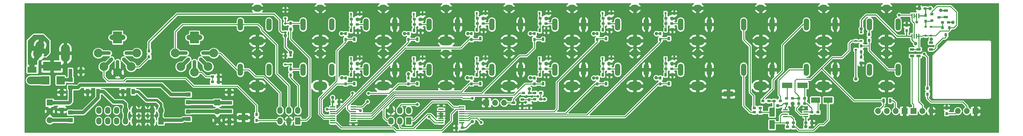
<source format=gbl>
G04 #@! TF.FileFunction,Copper,L2,Bot,Signal*
%FSLAX46Y46*%
G04 Gerber Fmt 4.6, Leading zero omitted, Abs format (unit mm)*
G04 Created by KiCad (PCBNEW 4.0.2-stable) date 2019-06-10 2:57:16 PM*
%MOMM*%
G01*
G04 APERTURE LIST*
%ADD10C,0.200000*%
%ADD11R,0.900000X0.800000*%
%ADD12R,1.000000X1.600000*%
%ADD13R,1.600000X1.000000*%
%ADD14R,1.600000X2.600000*%
%ADD15R,3.000000X1.600000*%
%ADD16R,0.800000X0.900000*%
%ADD17R,2.600000X1.600000*%
%ADD18R,5.080000X2.540000*%
%ADD19O,2.540000X5.080000*%
%ADD20C,2.540000*%
%ADD21R,0.762000X0.609600*%
%ADD22R,0.609600X0.762000*%
%ADD23R,2.397760X2.397760*%
%ADD24R,1.500000X2.000000*%
%ADD25O,1.500000X2.000000*%
%ADD26O,4.000000X2.500000*%
%ADD27O,2.500000X2.000000*%
%ADD28O,1.500000X3.500000*%
%ADD29R,1.397000X1.143000*%
%ADD30R,2.600000X1.800000*%
%ADD31O,2.600000X1.800000*%
%ADD32R,1.700000X1.700000*%
%ADD33O,1.700000X1.700000*%
%ADD34R,0.701040X1.000760*%
%ADD35R,1.300000X0.700000*%
%ADD36R,2.800000X1.600000*%
%ADD37R,1.500000X0.450000*%
%ADD38C,2.500000*%
%ADD39R,2.500000X3.500000*%
%ADD40O,4.600000X1.450000*%
%ADD41O,4.300000X1.100000*%
%ADD42O,1.100000X4.300000*%
%ADD43C,1.100000*%
%ADD44R,1.800000X1.800000*%
%ADD45C,1.800000*%
%ADD46R,0.700000X1.300000*%
%ADD47R,1.000760X0.701040*%
%ADD48R,1.450000X0.450000*%
%ADD49R,0.450000X1.450000*%
%ADD50C,1.000000*%
%ADD51C,0.800000*%
%ADD52C,0.250000*%
%ADD53C,0.350000*%
%ADD54C,0.500000*%
%ADD55C,1.000000*%
%ADD56C,0.800000*%
%ADD57C,2.200000*%
%ADD58C,0.254000*%
G04 APERTURE END LIST*
D10*
D11*
X66150000Y-79000000D03*
X67850000Y-79000000D03*
X137600000Y-93750000D03*
X135900000Y-93750000D03*
X100650000Y-86250000D03*
X102350000Y-86250000D03*
D12*
X25500000Y-77500000D03*
X28500000Y-77500000D03*
D13*
X23000000Y-86500000D03*
X23000000Y-83500000D03*
X70950000Y-83500000D03*
X70950000Y-86500000D03*
X23000000Y-91500000D03*
X23000000Y-88500000D03*
X70950000Y-92000000D03*
X70950000Y-89000000D03*
D12*
X33400000Y-83300000D03*
X30400000Y-83300000D03*
X40500000Y-83300000D03*
X43500000Y-83300000D03*
D14*
X226250000Y-92800000D03*
X226250000Y-89200000D03*
D11*
X232350000Y-93500000D03*
X230650000Y-93500000D03*
X235950000Y-92300000D03*
X237650000Y-92300000D03*
X230400000Y-86750000D03*
X232100000Y-86750000D03*
D15*
X230550000Y-81500000D03*
X234950000Y-81500000D03*
D11*
X233900000Y-85250000D03*
X235600000Y-85250000D03*
X270050000Y-59400000D03*
X268350000Y-59400000D03*
D16*
X264750000Y-65800000D03*
X264750000Y-64100000D03*
D17*
X242300000Y-85750000D03*
X238700000Y-85750000D03*
D18*
X20250000Y-76060000D03*
D19*
X24060000Y-72250000D03*
D20*
X16768700Y-70023274D02*
X16111300Y-72476726D01*
D21*
X87000000Y-63755400D03*
X87000000Y-66244600D03*
X87000000Y-59755400D03*
X87000000Y-62244600D03*
X88500000Y-75494600D03*
X88500000Y-73005400D03*
X87000000Y-73005400D03*
X87000000Y-75494600D03*
D22*
X108244600Y-61000000D03*
X105755400Y-61000000D03*
X108244600Y-73750000D03*
X105755400Y-73750000D03*
X126244600Y-61000000D03*
X123755400Y-61000000D03*
X126244600Y-73750000D03*
X123755400Y-73750000D03*
X144244600Y-60750000D03*
X141755400Y-60750000D03*
X144244600Y-73750000D03*
X141755400Y-73750000D03*
X162244600Y-60750000D03*
X159755400Y-60750000D03*
X162244600Y-73750000D03*
X159755400Y-73750000D03*
X180244600Y-60750000D03*
X177755400Y-60750000D03*
X180244600Y-73750000D03*
X177755400Y-73750000D03*
X198244600Y-60750000D03*
X195755400Y-60750000D03*
X198244600Y-73750000D03*
X195755400Y-73750000D03*
D23*
X18300000Y-80040000D03*
X22699280Y-80040000D03*
D21*
X250200000Y-68755400D03*
X250200000Y-71244600D03*
X251750000Y-66255400D03*
X251750000Y-68744600D03*
X270250000Y-64705400D03*
X270250000Y-67194600D03*
X271750000Y-67194600D03*
X271750000Y-64705400D03*
D24*
X122290000Y-91770000D03*
D25*
X122290000Y-88730000D03*
X119750000Y-91770000D03*
X119750000Y-88730000D03*
X117210000Y-91770000D03*
X117210000Y-88730000D03*
D26*
X79000000Y-81700000D03*
D27*
X79000000Y-72300000D03*
D28*
X74100000Y-77000000D03*
X82300000Y-77000000D03*
D26*
X79000000Y-68700000D03*
D27*
X79000000Y-59300000D03*
D28*
X74100000Y-64000000D03*
X82300000Y-64000000D03*
D26*
X97000000Y-68700000D03*
D27*
X97000000Y-59300000D03*
D28*
X92100000Y-64000000D03*
X100300000Y-64000000D03*
D26*
X97000000Y-81700000D03*
D27*
X97000000Y-72300000D03*
D28*
X92100000Y-77000000D03*
X100300000Y-77000000D03*
D26*
X115000000Y-68700000D03*
D27*
X115000000Y-59300000D03*
D28*
X110100000Y-64000000D03*
X118300000Y-64000000D03*
D26*
X115000000Y-81700000D03*
D27*
X115000000Y-72300000D03*
D28*
X110100000Y-77000000D03*
X118300000Y-77000000D03*
D26*
X133000000Y-68700000D03*
D27*
X133000000Y-59300000D03*
D28*
X128100000Y-64000000D03*
X136300000Y-64000000D03*
D26*
X133000000Y-81700000D03*
D27*
X133000000Y-72300000D03*
D28*
X128100000Y-77000000D03*
X136300000Y-77000000D03*
D26*
X151000000Y-68700000D03*
D27*
X151000000Y-59300000D03*
D28*
X146100000Y-64000000D03*
X154300000Y-64000000D03*
D26*
X151000000Y-81700000D03*
D27*
X151000000Y-72300000D03*
D28*
X146100000Y-77000000D03*
X154300000Y-77000000D03*
D26*
X169000000Y-68700000D03*
D27*
X169000000Y-59300000D03*
D28*
X164100000Y-64000000D03*
X172300000Y-64000000D03*
D26*
X169000000Y-81700000D03*
D27*
X169000000Y-72300000D03*
D28*
X164100000Y-77000000D03*
X172300000Y-77000000D03*
D26*
X187000000Y-68700000D03*
D27*
X187000000Y-59300000D03*
D28*
X182100000Y-64000000D03*
X190300000Y-64000000D03*
D26*
X187000000Y-81700000D03*
D27*
X187000000Y-72300000D03*
D28*
X182100000Y-77000000D03*
X190300000Y-77000000D03*
D26*
X205000000Y-68700000D03*
D27*
X205000000Y-59300000D03*
D28*
X200100000Y-64000000D03*
X208300000Y-64000000D03*
D26*
X205000000Y-81700000D03*
D27*
X205000000Y-72300000D03*
D28*
X200100000Y-77000000D03*
X208300000Y-77000000D03*
D26*
X223000000Y-68700000D03*
D27*
X223000000Y-59300000D03*
D28*
X218100000Y-64000000D03*
X226300000Y-64000000D03*
D26*
X223000000Y-81700000D03*
D27*
X223000000Y-72300000D03*
D28*
X218100000Y-77000000D03*
X226300000Y-77000000D03*
D26*
X241000000Y-68700000D03*
D27*
X241000000Y-59300000D03*
D28*
X236100000Y-64000000D03*
X244300000Y-64000000D03*
D26*
X241000000Y-81700000D03*
D27*
X241000000Y-72300000D03*
D28*
X236100000Y-77000000D03*
X244300000Y-77000000D03*
D26*
X259000000Y-81700000D03*
D27*
X259000000Y-72300000D03*
D28*
X254100000Y-77000000D03*
X262300000Y-77000000D03*
D26*
X259000000Y-68700000D03*
D27*
X259000000Y-59300000D03*
D28*
X254100000Y-64000000D03*
X262300000Y-64000000D03*
D29*
X25500000Y-79920500D03*
X25500000Y-82079500D03*
X59250000Y-84170500D03*
X59250000Y-86329500D03*
X25500000Y-91479500D03*
X25500000Y-89320500D03*
X59250000Y-89020500D03*
X59250000Y-91179500D03*
D24*
X90540000Y-91770000D03*
D25*
X90540000Y-88730000D03*
X88000000Y-91770000D03*
X88000000Y-88730000D03*
X85460000Y-91770000D03*
X85460000Y-88730000D03*
D30*
X14500000Y-77000000D03*
D31*
X14500000Y-80040000D03*
D32*
X284480000Y-88900000D03*
D33*
X281940000Y-88900000D03*
X279400000Y-88900000D03*
D34*
X106750000Y-68270000D03*
X107702500Y-65730000D03*
X105797500Y-65730000D03*
X106750000Y-81020000D03*
X107702500Y-78480000D03*
X105797500Y-78480000D03*
X124750000Y-68270000D03*
X125702500Y-65730000D03*
X123797500Y-65730000D03*
X124750000Y-81020000D03*
X125702500Y-78480000D03*
X123797500Y-78480000D03*
X142750000Y-68020000D03*
X143702500Y-65480000D03*
X141797500Y-65480000D03*
X142750000Y-81020000D03*
X143702500Y-78480000D03*
X141797500Y-78480000D03*
X160750000Y-68270000D03*
X161702500Y-65730000D03*
X159797500Y-65730000D03*
X160750000Y-81020000D03*
X161702500Y-78480000D03*
X159797500Y-78480000D03*
X178750000Y-68020000D03*
X179702500Y-65480000D03*
X177797500Y-65480000D03*
X178750000Y-81020000D03*
X179702500Y-78480000D03*
X177797500Y-78480000D03*
X196750000Y-68020000D03*
X197702500Y-65480000D03*
X195797500Y-65480000D03*
X196750000Y-81020000D03*
X197702500Y-78480000D03*
X195797500Y-78480000D03*
D11*
X272000000Y-62900000D03*
X272000000Y-61000000D03*
X274000000Y-61950000D03*
D16*
X275050000Y-64950000D03*
X276950000Y-64950000D03*
X276000000Y-66950000D03*
X78750000Y-89900000D03*
X78750000Y-91600000D03*
D11*
X67850000Y-80500000D03*
X66150000Y-80500000D03*
D16*
X48000000Y-73350000D03*
X48000000Y-71650000D03*
X88500000Y-63650000D03*
X88500000Y-65350000D03*
X88500000Y-76900000D03*
X88500000Y-78600000D03*
D11*
X107600000Y-64000000D03*
X105900000Y-64000000D03*
X107600000Y-76750000D03*
X105900000Y-76750000D03*
X125600000Y-64000000D03*
X123900000Y-64000000D03*
X125600000Y-76750000D03*
X123900000Y-76750000D03*
X105900000Y-62500000D03*
X107600000Y-62500000D03*
X105900000Y-75250000D03*
X107600000Y-75250000D03*
X123900000Y-62500000D03*
X125600000Y-62500000D03*
X123900000Y-75250000D03*
X125600000Y-75250000D03*
D16*
X104250000Y-66650000D03*
X104250000Y-68350000D03*
X104250000Y-79400000D03*
X104250000Y-81100000D03*
X122250000Y-66650000D03*
X122250000Y-68350000D03*
X122250000Y-79400000D03*
X122250000Y-81100000D03*
D11*
X143600000Y-63750000D03*
X141900000Y-63750000D03*
X143600000Y-76750000D03*
X141900000Y-76750000D03*
X161600000Y-63750000D03*
X159900000Y-63750000D03*
X161600000Y-76750000D03*
X159900000Y-76750000D03*
X141900000Y-62250000D03*
X143600000Y-62250000D03*
X141900000Y-75250000D03*
X143600000Y-75250000D03*
X159900000Y-62250000D03*
X161600000Y-62250000D03*
X159900000Y-75250000D03*
X161600000Y-75250000D03*
D16*
X140250000Y-66650000D03*
X140250000Y-68350000D03*
X140250000Y-79400000D03*
X140250000Y-81100000D03*
X158250000Y-66650000D03*
X158250000Y-68350000D03*
X158250000Y-79400000D03*
X158250000Y-81100000D03*
D11*
X179600000Y-63750000D03*
X177900000Y-63750000D03*
X179600000Y-76750000D03*
X177900000Y-76750000D03*
X197600000Y-63750000D03*
X195900000Y-63750000D03*
X197600000Y-76750000D03*
X195900000Y-76750000D03*
X177900000Y-62250000D03*
X179600000Y-62250000D03*
X177900000Y-75250000D03*
X179600000Y-75250000D03*
X195900000Y-62250000D03*
X197600000Y-62250000D03*
X195900000Y-75250000D03*
X197600000Y-75250000D03*
D16*
X176250000Y-66650000D03*
X176250000Y-68350000D03*
X176250000Y-79400000D03*
X176250000Y-81100000D03*
X194250000Y-66650000D03*
X194250000Y-68350000D03*
X194250000Y-79400000D03*
X194250000Y-81100000D03*
D11*
X221150000Y-88000000D03*
X222850000Y-88000000D03*
X221150000Y-89250000D03*
X222850000Y-89250000D03*
X223650000Y-86000000D03*
X225350000Y-86000000D03*
X228600000Y-86000000D03*
X226900000Y-86000000D03*
X230650000Y-92250000D03*
X232350000Y-92250000D03*
X239350000Y-89250000D03*
X237650000Y-89250000D03*
X235600000Y-86750000D03*
X233900000Y-86750000D03*
X230400000Y-85250000D03*
X232100000Y-85250000D03*
D16*
X251750000Y-71850000D03*
X251750000Y-70150000D03*
X251750000Y-75100000D03*
X251750000Y-73400000D03*
X254000000Y-66900000D03*
X254000000Y-68600000D03*
X270700000Y-84050000D03*
X270700000Y-82350000D03*
X270250000Y-61350000D03*
X270250000Y-63050000D03*
D11*
X276750000Y-63400000D03*
X275050000Y-63400000D03*
D16*
X276200000Y-89650000D03*
X276200000Y-87950000D03*
D35*
X276000000Y-60000000D03*
X276000000Y-61900000D03*
X271750000Y-71150000D03*
X271750000Y-69250000D03*
X266300000Y-71150000D03*
X266300000Y-73050000D03*
X268200000Y-71150000D03*
X268200000Y-73050000D03*
D36*
X213750000Y-84000000D03*
X75000000Y-90750000D03*
D37*
X106450000Y-87725000D03*
X106450000Y-88375000D03*
X106450000Y-89025000D03*
X106450000Y-89675000D03*
X106450000Y-90325000D03*
X106450000Y-90975000D03*
X106450000Y-91625000D03*
X106450000Y-92275000D03*
X100550000Y-92275000D03*
X100550000Y-91625000D03*
X100550000Y-90975000D03*
X100550000Y-90325000D03*
X100550000Y-89675000D03*
X100550000Y-89025000D03*
X100550000Y-88375000D03*
X100550000Y-87725000D03*
X131550000Y-92275000D03*
X131550000Y-91625000D03*
X131550000Y-90975000D03*
X131550000Y-90325000D03*
X131550000Y-89675000D03*
X131550000Y-89025000D03*
X131550000Y-88375000D03*
X131550000Y-87725000D03*
X137450000Y-87725000D03*
X137450000Y-88375000D03*
X137450000Y-89025000D03*
X137450000Y-89675000D03*
X137450000Y-90325000D03*
X137450000Y-90975000D03*
X137450000Y-91625000D03*
X137450000Y-92275000D03*
D38*
X33500000Y-72250000D03*
X44500000Y-72250000D03*
X39000000Y-77750000D03*
D39*
X39000000Y-67750000D03*
D38*
X35110000Y-76140000D03*
X42890000Y-76140000D03*
D40*
X39000000Y-67750000D03*
D41*
X34900000Y-72250000D03*
X43100000Y-72250000D03*
D42*
X39000000Y-76350000D03*
D43*
X34968629Y-76281371D02*
X37231371Y-74018629D01*
X40768629Y-74018629D02*
X43031371Y-76281371D01*
D38*
X55500000Y-72250000D03*
X66500000Y-72250000D03*
X61000000Y-77750000D03*
D39*
X61000000Y-67750000D03*
D38*
X57110000Y-76140000D03*
X64890000Y-76140000D03*
D40*
X61000000Y-67750000D03*
D41*
X56900000Y-72250000D03*
X65100000Y-72250000D03*
D42*
X61000000Y-76350000D03*
D43*
X56968629Y-76281371D02*
X59231371Y-74018629D01*
X62768629Y-74018629D02*
X65031371Y-76281371D01*
D44*
X67530000Y-86460000D03*
D45*
X67530000Y-89000000D03*
X67530000Y-91540000D03*
D44*
X19580000Y-86460000D03*
D45*
X19580000Y-89000000D03*
X19580000Y-91540000D03*
D32*
X264160000Y-88900000D03*
D33*
X261620000Y-88900000D03*
X259080000Y-88900000D03*
X256540000Y-88900000D03*
D32*
X266700000Y-88900000D03*
D33*
X269240000Y-88900000D03*
X271780000Y-88900000D03*
D46*
X258150000Y-85900000D03*
X260050000Y-85900000D03*
D32*
X144500000Y-86500000D03*
D33*
X147040000Y-86500000D03*
X149580000Y-86500000D03*
D47*
X152230000Y-86500000D03*
X154770000Y-87452500D03*
X154770000Y-85547500D03*
D11*
X158400000Y-83750000D03*
X160100000Y-83750000D03*
X160100000Y-85500000D03*
X158400000Y-85500000D03*
D16*
X156750000Y-85650000D03*
X156750000Y-87350000D03*
D11*
X156850000Y-83750000D03*
X155150000Y-83750000D03*
D25*
X33610000Y-88730000D03*
X33610000Y-91770000D03*
X36150000Y-91770000D03*
X36150000Y-88730000D03*
X38690000Y-88730000D03*
X38690000Y-91770000D03*
X41230000Y-91770000D03*
X41230000Y-88730000D03*
X43770000Y-88730000D03*
X43770000Y-91770000D03*
D24*
X51390000Y-91770000D03*
D25*
X51390000Y-88730000D03*
X48850000Y-91770000D03*
X48850000Y-88730000D03*
X46310000Y-91770000D03*
X46310000Y-88730000D03*
D48*
X230050000Y-90475000D03*
X230050000Y-89825000D03*
X230050000Y-89175000D03*
X230050000Y-88525000D03*
X235950000Y-88525000D03*
X235950000Y-89175000D03*
X235950000Y-89825000D03*
X235950000Y-90475000D03*
D49*
X268225000Y-67400000D03*
X267575000Y-67400000D03*
X266925000Y-67400000D03*
X266275000Y-67400000D03*
X266275000Y-61500000D03*
X266925000Y-61500000D03*
X267575000Y-61500000D03*
X268225000Y-61500000D03*
D50*
X237700000Y-90900000D03*
X266100000Y-64100000D03*
X231406705Y-89195709D03*
X234600000Y-88500000D03*
X104000000Y-84750000D03*
X108250000Y-92124980D03*
X16700000Y-82800000D03*
X18800000Y-82800000D03*
X20700000Y-82800000D03*
X14500000Y-82800000D03*
X135700000Y-90300000D03*
X28600000Y-84300000D03*
X28600000Y-85300000D03*
X30400000Y-85300000D03*
X28600000Y-83300000D03*
X144000000Y-80500000D03*
X129750000Y-87750000D03*
X140500000Y-91900000D03*
X175199996Y-79400000D03*
X156800000Y-82500000D03*
X193100000Y-79299998D03*
X157100004Y-79300000D03*
X139100000Y-79300000D03*
X103199998Y-79300000D03*
X193199992Y-66600000D03*
X175199994Y-66600000D03*
X157100000Y-66600000D03*
X139200000Y-66600004D03*
X121100000Y-66600000D03*
X103100000Y-66600008D03*
X87000000Y-67250000D03*
X100500000Y-85000000D03*
X88500000Y-72000000D03*
X122250000Y-78250000D03*
X250200006Y-79700000D03*
X271500002Y-59400000D03*
X235950000Y-93400000D03*
X274550000Y-59900000D03*
X227900000Y-87400000D03*
X278000000Y-63400000D03*
X267324980Y-69530678D03*
X271800000Y-68249402D03*
X251750000Y-65250000D03*
D51*
X108500000Y-88800013D03*
X128100000Y-90600000D03*
X110500000Y-86200002D03*
X124750000Y-87000000D03*
X140500000Y-85250000D03*
X161200000Y-85500000D03*
X262600000Y-61300000D03*
X110800000Y-83800000D03*
X106250000Y-83750000D03*
X143000000Y-92200000D03*
X98900000Y-88400000D03*
X267637228Y-63277366D03*
X269800000Y-72500000D03*
D52*
X66150000Y-79000000D02*
X66150000Y-80500000D01*
X66150000Y-79000000D02*
X64250000Y-79000000D01*
X64250000Y-79000000D02*
X63000000Y-77750000D01*
X63000000Y-77750000D02*
X61925010Y-77750000D01*
D53*
X88000000Y-90500000D02*
X87700000Y-90200000D01*
X88000000Y-91520000D02*
X88000000Y-90500000D01*
X88000000Y-90500000D02*
X88300000Y-90200000D01*
X88000000Y-90600000D02*
X88000000Y-90500000D01*
X88000000Y-91520000D02*
X88000000Y-90600000D01*
X88000000Y-91520000D02*
X89080000Y-91520000D01*
X86820000Y-91520000D02*
X86635010Y-91335010D01*
X88000000Y-91520000D02*
X86820000Y-91520000D01*
X117210000Y-90300000D02*
X116600000Y-90300000D01*
X117210000Y-90300000D02*
X117900000Y-90300000D01*
X237650000Y-92300000D02*
X237650000Y-90950000D01*
X237650000Y-90950000D02*
X237700000Y-90900000D01*
X131550000Y-90325000D02*
X132925000Y-90325000D01*
X131550000Y-89025000D02*
X130275000Y-89025000D01*
X131550000Y-89025000D02*
X132975000Y-89025000D01*
X131550000Y-89675000D02*
X131550000Y-89025000D01*
X264750000Y-64100000D02*
X266100000Y-64100000D01*
X230050000Y-89175000D02*
X231385996Y-89175000D01*
X231385996Y-89175000D02*
X231406705Y-89195709D01*
X235950000Y-88525000D02*
X234625000Y-88525000D01*
X234625000Y-88525000D02*
X234600000Y-88500000D01*
X102350000Y-86250000D02*
X102350000Y-85400000D01*
X102350000Y-85400000D02*
X103000000Y-84750000D01*
X103000000Y-84750000D02*
X104000000Y-84750000D01*
X117210000Y-88935010D02*
X117210000Y-90300000D01*
X118500000Y-88980000D02*
X118500000Y-88300000D01*
X117135010Y-88980000D02*
X118500000Y-88980000D01*
X131550000Y-89675000D02*
X131550000Y-90325000D01*
X130325000Y-90325000D02*
X129750000Y-89750000D01*
X129750000Y-89750000D02*
X129750000Y-87750000D01*
X131550000Y-90325000D02*
X130325000Y-90325000D01*
X131550000Y-90975000D02*
X131550000Y-90325000D01*
X108099980Y-92275000D02*
X108250000Y-92124980D01*
X106450000Y-92275000D02*
X108099980Y-92275000D01*
X18800000Y-82800000D02*
X16700000Y-82800000D01*
X20700000Y-82800000D02*
X18800000Y-82800000D01*
X23000000Y-83500000D02*
X15200000Y-83500000D01*
X15200000Y-83500000D02*
X14500000Y-82800000D01*
X135900000Y-90500000D02*
X135700000Y-90300000D01*
X135900000Y-93750000D02*
X135900000Y-90500000D01*
X28600000Y-85300000D02*
X28600000Y-84300000D01*
X30400000Y-83300000D02*
X30400000Y-85300000D01*
X30400000Y-83300000D02*
X28600000Y-83300000D01*
X48250000Y-78750000D02*
X40000000Y-78750000D01*
X40000000Y-78750000D02*
X39789436Y-78539436D01*
X50250000Y-78500000D02*
X48500000Y-78500000D01*
X48500000Y-78500000D02*
X48250000Y-78750000D01*
X143702500Y-78480000D02*
X143702500Y-80202500D01*
X143702500Y-80202500D02*
X144000000Y-80500000D01*
X131550000Y-87725000D02*
X129775000Y-87725000D01*
X129775000Y-87725000D02*
X129750000Y-87750000D01*
X138650000Y-93750000D02*
X140000001Y-92399999D01*
X140000001Y-92399999D02*
X140500000Y-91900000D01*
X137600000Y-93750000D02*
X138650000Y-93750000D01*
X176250000Y-79400000D02*
X175199996Y-79400000D01*
X156850000Y-83750000D02*
X156850000Y-82550000D01*
X156850000Y-82550000D02*
X156800000Y-82500000D01*
X158400000Y-83750000D02*
X156850000Y-83750000D01*
X87000000Y-67250000D02*
X87000000Y-70500000D01*
X87000000Y-70500000D02*
X88500000Y-72000000D01*
X48000000Y-71650000D02*
X48000000Y-69000000D01*
X48000000Y-69000000D02*
X56000000Y-61000000D01*
X56000000Y-61000000D02*
X83750000Y-61000000D01*
X83750000Y-61000000D02*
X85500000Y-62750000D01*
X85500000Y-62750000D02*
X85500000Y-65750000D01*
X85500000Y-65750000D02*
X85994600Y-66244600D01*
X85994600Y-66244600D02*
X87000000Y-66244600D01*
X193200002Y-79400000D02*
X193100000Y-79299998D01*
X194250000Y-79400000D02*
X193200002Y-79400000D01*
X157200004Y-79400000D02*
X157100004Y-79300000D01*
X158250000Y-79400000D02*
X157200004Y-79400000D01*
X140250000Y-79400000D02*
X139200000Y-79400000D01*
X139200000Y-79400000D02*
X139100000Y-79300000D01*
X104250000Y-79400000D02*
X103299998Y-79400000D01*
X103299998Y-79400000D02*
X103199998Y-79300000D01*
X193249992Y-66650000D02*
X193199992Y-66600000D01*
X194250000Y-66650000D02*
X193249992Y-66650000D01*
X175249994Y-66650000D02*
X175199994Y-66600000D01*
X176250000Y-66650000D02*
X175249994Y-66650000D01*
X158250000Y-66650000D02*
X157150000Y-66650000D01*
X157150000Y-66650000D02*
X157100000Y-66600000D01*
X139907106Y-66600004D02*
X139200000Y-66600004D01*
X140049996Y-66600004D02*
X139907106Y-66600004D01*
X140250000Y-66400000D02*
X140049996Y-66600004D01*
X121150000Y-66650000D02*
X121100000Y-66600000D01*
X122250000Y-66650000D02*
X121150000Y-66650000D01*
X103149992Y-66650000D02*
X103100000Y-66600008D01*
X104250000Y-66650000D02*
X103149992Y-66650000D01*
X87000000Y-66244600D02*
X87000000Y-67250000D01*
X100650000Y-86250000D02*
X100650000Y-85150000D01*
X100650000Y-85150000D02*
X100500000Y-85000000D01*
X137600000Y-93750000D02*
X137600000Y-92425000D01*
X137600000Y-92425000D02*
X137450000Y-92275000D01*
X100550000Y-87725000D02*
X100550000Y-86350000D01*
X100550000Y-86350000D02*
X100650000Y-86250000D01*
D54*
X88500000Y-72000000D02*
X88500000Y-73005400D01*
D53*
X122250000Y-79400000D02*
X122250000Y-78250000D01*
D55*
X25500000Y-79920500D02*
X25500000Y-77500000D01*
X25500000Y-79920500D02*
X22779140Y-79920500D01*
X22779140Y-79920500D02*
X22699640Y-80000000D01*
X59250000Y-84170500D02*
X54301500Y-84170500D01*
X54301500Y-84170500D02*
X51531000Y-81400000D01*
X51531000Y-81400000D02*
X28350000Y-81400000D01*
X28350000Y-81400000D02*
X27670500Y-82079500D01*
X27670500Y-82079500D02*
X25500000Y-82079500D01*
X25500000Y-82079500D02*
X25500000Y-86100000D01*
X25500000Y-86100000D02*
X25100000Y-86500000D01*
X25100000Y-86500000D02*
X23000000Y-86500000D01*
X23000000Y-86500000D02*
X19620000Y-86500000D01*
X19620000Y-86500000D02*
X19580000Y-86460000D01*
X67530000Y-86350000D02*
X59380500Y-86350000D01*
X70950000Y-86500000D02*
X67570000Y-86500000D01*
X67529500Y-86459500D02*
X67530000Y-86460000D01*
X67570000Y-86500000D02*
X67530000Y-86460000D01*
X23000000Y-91500000D02*
X25479500Y-91500000D01*
X25479500Y-91500000D02*
X25500000Y-91479500D01*
X23000000Y-91500000D02*
X19620000Y-91500000D01*
X19620000Y-91500000D02*
X19580000Y-91540000D01*
X67530000Y-89000000D02*
X59279500Y-89000000D01*
X59279500Y-89000000D02*
X59200000Y-88920500D01*
X67450500Y-88920500D02*
X67530000Y-89000000D01*
X67530000Y-89000000D02*
X70950000Y-89000000D01*
X41230000Y-88980000D02*
X41230000Y-91520000D01*
X25500000Y-89320500D02*
X29179500Y-89320500D01*
X29179500Y-89320500D02*
X33400000Y-85100000D01*
X33400000Y-85100000D02*
X33400000Y-83300000D01*
D53*
X250200000Y-79699994D02*
X250200006Y-79700000D01*
X250200000Y-71244600D02*
X250200000Y-79699994D01*
X270050000Y-59400000D02*
X271500002Y-59400000D01*
X235950000Y-92300000D02*
X235950000Y-90475000D01*
X235950000Y-92300000D02*
X235950000Y-93400000D01*
X268225000Y-61500000D02*
X270100000Y-61500000D01*
X270100000Y-61500000D02*
X270250000Y-61350000D01*
D55*
X40500000Y-86250000D02*
X41230000Y-86980000D01*
X41230000Y-86980000D02*
X41230000Y-88980000D01*
X37850000Y-86250000D02*
X40500000Y-86250000D01*
X33400000Y-83300000D02*
X34900000Y-83300000D01*
X34900000Y-83300000D02*
X37850000Y-86250000D01*
D53*
X236000000Y-92350000D02*
X235950000Y-92300000D01*
X276000000Y-60000000D02*
X274650000Y-60000000D01*
X274650000Y-60000000D02*
X274550000Y-59900000D01*
X270050000Y-61550000D02*
X270250000Y-61350000D01*
X270250000Y-61350000D02*
X270200000Y-59550000D01*
X270200000Y-59550000D02*
X270050000Y-59400000D01*
X228950000Y-87400000D02*
X227900000Y-87400000D01*
X230400000Y-86750000D02*
X229600000Y-86750000D01*
X229600000Y-86750000D02*
X228950000Y-87400000D01*
X276750000Y-63400000D02*
X278000000Y-63400000D01*
X264800000Y-67400000D02*
X266275000Y-67400000D01*
X262100000Y-67400000D02*
X264800000Y-67400000D01*
X264800000Y-67400000D02*
X264750000Y-67350000D01*
X264750000Y-67350000D02*
X264750000Y-65800000D01*
X251750000Y-65250000D02*
X251800000Y-65200000D01*
X251800000Y-65200000D02*
X251800000Y-62700000D01*
X251800000Y-62700000D02*
X253200000Y-61300000D01*
X253200000Y-61300000D02*
X256000000Y-61300000D01*
X256000000Y-61300000D02*
X262100000Y-67400000D01*
X266824981Y-69030679D02*
X267324980Y-69530678D01*
X266275000Y-68480698D02*
X266824981Y-69030679D01*
X266275000Y-67400000D02*
X266275000Y-68480698D01*
X271750000Y-69250000D02*
X271750000Y-68299402D01*
X271750000Y-68299402D02*
X271800000Y-68249402D01*
X230050000Y-88525000D02*
X230050000Y-87950000D01*
X230050000Y-87950000D02*
X230400000Y-87600000D01*
D55*
X59250000Y-91179500D02*
X57751500Y-91179500D01*
X57751500Y-91179500D02*
X57411000Y-91520000D01*
X57411000Y-91520000D02*
X51390000Y-91520000D01*
X51390000Y-91520000D02*
X51390000Y-88980000D01*
D56*
X50250000Y-85750000D02*
X51390000Y-86890000D01*
X51390000Y-86890000D02*
X51390000Y-88980000D01*
X47250000Y-85750000D02*
X50250000Y-85750000D01*
X43500000Y-83300000D02*
X44800000Y-83300000D01*
X44800000Y-83300000D02*
X47250000Y-85750000D01*
D53*
X251750000Y-66255400D02*
X251750000Y-65250000D01*
X230400000Y-86750000D02*
X230400000Y-87600000D01*
D52*
X229000000Y-92250000D02*
X228600000Y-92250000D01*
X228600000Y-92250000D02*
X226800000Y-92250000D01*
X230050000Y-89825000D02*
X229075000Y-89825000D01*
X229075000Y-89825000D02*
X228600000Y-90300000D01*
X228600000Y-90300000D02*
X228600000Y-92250000D01*
X230650000Y-92250000D02*
X229000000Y-92250000D01*
X226800000Y-92250000D02*
X226250000Y-92800000D01*
X230650000Y-93500000D02*
X230650000Y-92250000D01*
X226900000Y-86000000D02*
X226750000Y-86150000D01*
X226750000Y-88700000D02*
X226250000Y-89200000D01*
X226750000Y-86150000D02*
X226750000Y-88700000D01*
X225350000Y-86000000D02*
X226900000Y-86000000D01*
X222850000Y-89250000D02*
X226200000Y-89250000D01*
X226200000Y-89250000D02*
X226250000Y-89200000D01*
X222850000Y-88000000D02*
X222850000Y-89250000D01*
X242300000Y-85750000D02*
X242300000Y-91450000D01*
X242300000Y-91450000D02*
X240950000Y-92800000D01*
X240950000Y-92800000D02*
X239700000Y-92800000D01*
X239700000Y-92800000D02*
X238150000Y-94350000D01*
X238150000Y-94350000D02*
X233900000Y-94350000D01*
X233900000Y-94350000D02*
X233050000Y-93500000D01*
X233050000Y-93500000D02*
X232350000Y-93500000D01*
X230050000Y-90475000D02*
X231650000Y-90475000D01*
X231650000Y-90475000D02*
X232350000Y-91175000D01*
X232350000Y-91175000D02*
X232350000Y-91600000D01*
X232350000Y-91600000D02*
X232350000Y-92250000D01*
X232350000Y-92250000D02*
X232350000Y-93500000D01*
X230550000Y-81500000D02*
X230550000Y-85100000D01*
X230550000Y-85100000D02*
X230400000Y-85250000D01*
X235950000Y-89175000D02*
X237575000Y-89175000D01*
X237575000Y-89175000D02*
X237650000Y-89250000D01*
X235600000Y-86750000D02*
X236300000Y-86750000D01*
X236300000Y-86750000D02*
X237650000Y-88100000D01*
X237650000Y-88100000D02*
X237650000Y-88600000D01*
X237650000Y-88600000D02*
X237650000Y-89250000D01*
X235600000Y-85250000D02*
X235600000Y-82150000D01*
X235600000Y-82150000D02*
X234950000Y-81500000D01*
X235600000Y-86750000D02*
X235600000Y-85250000D01*
X237250000Y-79750000D02*
X240400000Y-76600000D01*
X240400000Y-76600000D02*
X243500000Y-73500000D01*
X249700000Y-85900000D02*
X240400000Y-76600000D01*
X258150000Y-85900000D02*
X249700000Y-85900000D01*
X258150000Y-85900000D02*
X258150000Y-87290000D01*
X258150000Y-87290000D02*
X256540000Y-88900000D01*
X234975000Y-89825000D02*
X235950000Y-89825000D01*
X233200000Y-88675000D02*
X234350000Y-89825000D01*
X233900000Y-87400000D02*
X233200000Y-88100000D01*
X234350000Y-89825000D02*
X234975000Y-89825000D01*
X233900000Y-86750000D02*
X233900000Y-87400000D01*
X233200000Y-88100000D02*
X233200000Y-88675000D01*
X249005400Y-68744600D02*
X250250000Y-68744600D01*
X251750000Y-68744600D02*
X250250000Y-68744600D01*
X248250000Y-69500000D02*
X249005400Y-68744600D01*
X248250000Y-71500000D02*
X248250000Y-69500000D01*
X246250000Y-73500000D02*
X248250000Y-71500000D01*
X243500000Y-73500000D02*
X246250000Y-73500000D01*
X233250000Y-79750000D02*
X237250000Y-79750000D01*
X232750000Y-80250000D02*
X233250000Y-79750000D01*
X232750000Y-83450000D02*
X232750000Y-80250000D01*
X233900000Y-85250000D02*
X233900000Y-84600000D01*
X233900000Y-84600000D02*
X232750000Y-83450000D01*
X233900000Y-85250000D02*
X233900000Y-86750000D01*
X232100000Y-85250000D02*
X233900000Y-85250000D01*
X239350000Y-89250000D02*
X239350000Y-86400000D01*
X239350000Y-86400000D02*
X238700000Y-85750000D01*
X88500000Y-63650000D02*
X87105400Y-63650000D01*
X87105400Y-63650000D02*
X87000000Y-63755400D01*
X87000000Y-62244600D02*
X87000000Y-63755400D01*
X88500000Y-63650000D02*
X91750000Y-63650000D01*
X91750000Y-63650000D02*
X92100000Y-64000000D01*
X88500000Y-76900000D02*
X92000000Y-76900000D01*
X92000000Y-76900000D02*
X92100000Y-77000000D01*
X88500000Y-75494600D02*
X88500000Y-76900000D01*
X87000000Y-75494600D02*
X88500000Y-75494600D01*
X105900000Y-64000000D02*
X105900000Y-65627500D01*
X105900000Y-65627500D02*
X105797500Y-65730000D01*
X105900000Y-62500000D02*
X105900000Y-64000000D01*
X105755400Y-61000000D02*
X105755400Y-62355400D01*
X105755400Y-62355400D02*
X105900000Y-62500000D01*
X105750000Y-65682500D02*
X105797500Y-65730000D01*
X105900000Y-76750000D02*
X105900000Y-78377500D01*
X105900000Y-78377500D02*
X105797500Y-78480000D01*
X105900000Y-75250000D02*
X105900000Y-76750000D01*
X105755400Y-73750000D02*
X105755400Y-75105400D01*
X105755400Y-75105400D02*
X105900000Y-75250000D01*
X123900000Y-64000000D02*
X123900000Y-65627500D01*
X123900000Y-65627500D02*
X123797500Y-65730000D01*
X123900000Y-62500000D02*
X123900000Y-64000000D01*
X123755400Y-61000000D02*
X123755400Y-62355400D01*
X123755400Y-62355400D02*
X123900000Y-62500000D01*
X123900000Y-76750000D02*
X123900000Y-78377500D01*
X123900000Y-78377500D02*
X123797500Y-78480000D01*
X123900000Y-75250000D02*
X123900000Y-76750000D01*
X123755400Y-73750000D02*
X123755400Y-75105400D01*
X123755400Y-75105400D02*
X123900000Y-75250000D01*
X141900000Y-63750000D02*
X141900000Y-65377500D01*
X141900000Y-65377500D02*
X141797500Y-65480000D01*
X141900000Y-62250000D02*
X141900000Y-63750000D01*
X141755400Y-60750000D02*
X141755400Y-62105400D01*
X141755400Y-62105400D02*
X141900000Y-62250000D01*
X141900000Y-76750000D02*
X141900000Y-78377500D01*
X141900000Y-78377500D02*
X141797500Y-78480000D01*
X141900000Y-75250000D02*
X141900000Y-76750000D01*
X141755400Y-73750000D02*
X141755400Y-75105400D01*
X141755400Y-75105400D02*
X141900000Y-75250000D01*
X159900000Y-63750000D02*
X159900000Y-65627500D01*
X159900000Y-65627500D02*
X159797500Y-65730000D01*
X159900000Y-62250000D02*
X159900000Y-63750000D01*
X159755400Y-60750000D02*
X159755400Y-62105400D01*
X159755400Y-62105400D02*
X159900000Y-62250000D01*
X159900000Y-76750000D02*
X159900000Y-78377500D01*
X159900000Y-78377500D02*
X159797500Y-78480000D01*
X159900000Y-75250000D02*
X159900000Y-76750000D01*
X159755400Y-73750000D02*
X159755400Y-75105400D01*
X159755400Y-75105400D02*
X159900000Y-75250000D01*
X177900000Y-63750000D02*
X177900000Y-65377500D01*
X177900000Y-65377500D02*
X177797500Y-65480000D01*
X177900000Y-62250000D02*
X177900000Y-63750000D01*
X177755400Y-60750000D02*
X177755400Y-62105400D01*
X177755400Y-62105400D02*
X177900000Y-62250000D01*
X177900000Y-76750000D02*
X177900000Y-78377500D01*
X177900000Y-78377500D02*
X177797500Y-78480000D01*
X177900000Y-75250000D02*
X177900000Y-76750000D01*
X177755400Y-73750000D02*
X177755400Y-75105400D01*
X177755400Y-75105400D02*
X177900000Y-75250000D01*
X195900000Y-63750000D02*
X195900000Y-65377500D01*
X195900000Y-65377500D02*
X195797500Y-65480000D01*
X195900000Y-62250000D02*
X195900000Y-63750000D01*
X195755400Y-60750000D02*
X195755400Y-62105400D01*
X195755400Y-62105400D02*
X195900000Y-62250000D01*
X195900000Y-76750000D02*
X195900000Y-78377500D01*
X195900000Y-78377500D02*
X195797500Y-78480000D01*
X195900000Y-75250000D02*
X195900000Y-76750000D01*
X195755400Y-73750000D02*
X195755400Y-75105400D01*
X195755400Y-75105400D02*
X195900000Y-75250000D01*
D57*
X14100000Y-80040000D02*
X17900000Y-80040000D01*
D55*
X14540000Y-80000000D02*
X14500000Y-80040000D01*
D52*
X270250000Y-63050000D02*
X271850000Y-63050000D01*
X271850000Y-63050000D02*
X272000000Y-62900000D01*
X270250000Y-64705400D02*
X270250000Y-63050000D01*
X276950000Y-64950000D02*
X276950000Y-65650000D01*
X276950000Y-65650000D02*
X276700000Y-65900000D01*
X273105400Y-67194600D02*
X271750000Y-67194600D01*
X276700000Y-65900000D02*
X274400000Y-65900000D01*
X274400000Y-65900000D02*
X273105400Y-67194600D01*
X272000000Y-61000000D02*
X272000000Y-60300000D01*
X272000000Y-60300000D02*
X273500000Y-58800000D01*
X273500000Y-58800000D02*
X277350000Y-58800000D01*
X279000000Y-60450000D02*
X279000000Y-64200000D01*
X277350000Y-58800000D02*
X279000000Y-60450000D01*
X279000000Y-64200000D02*
X278250000Y-64950000D01*
X278250000Y-64950000D02*
X276950000Y-64950000D01*
X268200000Y-71150000D02*
X268200000Y-71100000D01*
X268200000Y-71100000D02*
X268225000Y-71075000D01*
X268225000Y-71075000D02*
X268225000Y-67400000D01*
X266300000Y-71150000D02*
X268200000Y-71150000D01*
X269355400Y-67194600D02*
X269150000Y-67400000D01*
X269150000Y-67400000D02*
X268225000Y-67400000D01*
X270250000Y-67194600D02*
X269355400Y-67194600D01*
X268225000Y-67400000D02*
X267575000Y-67400000D01*
X271750000Y-67194600D02*
X270250000Y-67194600D01*
X275050000Y-64950000D02*
X275050000Y-63400000D01*
X271750000Y-64705400D02*
X274805400Y-64705400D01*
X274805400Y-64705400D02*
X275050000Y-64950000D01*
X135000000Y-87750000D02*
X136949992Y-87750000D01*
X136949992Y-87750000D02*
X136949992Y-87725000D01*
X133500000Y-86250000D02*
X135000000Y-87750000D01*
X129000000Y-86250000D02*
X133500000Y-86250000D01*
X123730000Y-91520000D02*
X129000000Y-86250000D01*
X122290000Y-91520000D02*
X123730000Y-91520000D01*
X131550000Y-91625000D02*
X130272002Y-91625000D01*
X120200000Y-93900000D02*
X119750000Y-93450000D01*
X130272002Y-91625000D02*
X128472001Y-89824999D01*
X128472001Y-89824999D02*
X127727999Y-89824999D01*
X127727999Y-89824999D02*
X123652998Y-93900000D01*
X123652998Y-93900000D02*
X120200000Y-93900000D01*
X119750000Y-93450000D02*
X119750000Y-91520000D01*
X108403011Y-88800013D02*
X108500000Y-88800013D01*
X106450000Y-88375000D02*
X107977998Y-88375000D01*
X107977998Y-88375000D02*
X108403011Y-88800013D01*
X119750000Y-88980000D02*
X119750000Y-87450000D01*
X119750000Y-87450000D02*
X120200000Y-87000000D01*
X120200000Y-87000000D02*
X124750000Y-87000000D01*
X128499999Y-90999999D02*
X128100000Y-90600000D01*
X129775000Y-92275000D02*
X128499999Y-90999999D01*
X131550000Y-92275000D02*
X129775000Y-92275000D01*
X110100001Y-86600001D02*
X110500000Y-86200002D01*
X108975002Y-87725000D02*
X110100001Y-86600001D01*
X106450000Y-87725000D02*
X108975002Y-87725000D01*
X119750000Y-87750000D02*
X119750000Y-88980000D01*
X117210000Y-91520000D02*
X115920000Y-91520000D01*
X137750000Y-85250000D02*
X140500000Y-85250000D01*
X115920000Y-91520000D02*
X115200000Y-90800000D01*
X115200000Y-90800000D02*
X115200000Y-88204422D01*
X137400000Y-84900000D02*
X137750000Y-85250000D01*
X115200000Y-88204422D02*
X118504422Y-84900000D01*
X118504422Y-84900000D02*
X137400000Y-84900000D01*
X161200000Y-85500000D02*
X160100000Y-85500000D01*
X160100000Y-83750000D02*
X160100000Y-85500000D01*
X85460000Y-88980000D02*
X85460000Y-83660000D01*
X85460000Y-83660000D02*
X80800000Y-79000000D01*
X80800000Y-79000000D02*
X78500000Y-79000000D01*
X78500000Y-79000000D02*
X76500000Y-77000000D01*
X76500000Y-77000000D02*
X74100000Y-77000000D01*
X74100000Y-77000000D02*
X73100000Y-77000000D01*
X73100000Y-77000000D02*
X68350000Y-72250000D01*
X68350000Y-72250000D02*
X67625010Y-72250000D01*
X74100000Y-64000000D02*
X79100000Y-64000000D01*
X84500000Y-78100000D02*
X88000000Y-81600000D01*
X79100000Y-64000000D02*
X80200000Y-65100000D01*
X80200000Y-65100000D02*
X80200000Y-65600000D01*
X88000000Y-81600000D02*
X88000000Y-88980000D01*
X80200000Y-65600000D02*
X84500000Y-69900000D01*
X84500000Y-69900000D02*
X84500000Y-78100000D01*
X57600000Y-64000000D02*
X55500000Y-66100000D01*
X55500000Y-66100000D02*
X55500000Y-71324990D01*
X74100000Y-64000000D02*
X57600000Y-64000000D01*
X107600000Y-64000000D02*
X110100000Y-64000000D01*
X107600000Y-76750000D02*
X109850000Y-76750000D01*
X109850000Y-76750000D02*
X110100000Y-77000000D01*
X125600000Y-64000000D02*
X126300000Y-64000000D01*
X126300000Y-64000000D02*
X128100000Y-64000000D01*
X125600000Y-76750000D02*
X127850000Y-76750000D01*
X127850000Y-76750000D02*
X128100000Y-77000000D01*
X143600000Y-63750000D02*
X145850000Y-63750000D01*
X145850000Y-63750000D02*
X146100000Y-64000000D01*
X143600000Y-76750000D02*
X145850000Y-76750000D01*
X145850000Y-76750000D02*
X146100000Y-77000000D01*
X161600000Y-63750000D02*
X163850000Y-63750000D01*
X163850000Y-63750000D02*
X164100000Y-64000000D01*
X161600000Y-76750000D02*
X163850000Y-76750000D01*
X163850000Y-76750000D02*
X164100000Y-77000000D01*
X179600000Y-63750000D02*
X181850000Y-63750000D01*
X181850000Y-63750000D02*
X182100000Y-64000000D01*
X179600000Y-76750000D02*
X181850000Y-76750000D01*
X181850000Y-76750000D02*
X182100000Y-77000000D01*
X197600000Y-63750000D02*
X199850000Y-63750000D01*
X199850000Y-63750000D02*
X200100000Y-64000000D01*
X197600000Y-76750000D02*
X199850000Y-76750000D01*
X199850000Y-76750000D02*
X200100000Y-77000000D01*
X221150000Y-88000000D02*
X221000000Y-87850000D01*
X221000000Y-87850000D02*
X221000000Y-84500000D01*
X221000000Y-84500000D02*
X220000000Y-83500000D01*
X220000000Y-83500000D02*
X220000000Y-70250000D01*
X220000000Y-70250000D02*
X218100000Y-68350000D01*
X218100000Y-68350000D02*
X218100000Y-64000000D01*
X218100000Y-77000000D02*
X218100000Y-87350000D01*
X218100000Y-87350000D02*
X220000000Y-89250000D01*
X220000000Y-89250000D02*
X221150000Y-89250000D01*
X226500000Y-82500000D02*
X226500000Y-80000000D01*
X226500000Y-80000000D02*
X229250000Y-77250000D01*
X223650000Y-85350000D02*
X226500000Y-82500000D01*
X223650000Y-86000000D02*
X223650000Y-85350000D01*
X229250000Y-69850000D02*
X229250000Y-77250000D01*
X236100000Y-64000000D02*
X235100000Y-64000000D01*
X235100000Y-64000000D02*
X229250000Y-69850000D01*
X228600000Y-86000000D02*
X228600000Y-84600000D01*
X228600000Y-84600000D02*
X228250000Y-84250000D01*
X228250000Y-84250000D02*
X228250000Y-80000000D01*
X228250000Y-80000000D02*
X231250000Y-77000000D01*
X231250000Y-77000000D02*
X236100000Y-77000000D01*
X266925000Y-66425000D02*
X266925000Y-67400000D01*
X266275000Y-61500000D02*
X266275000Y-62979996D01*
X266975002Y-64520002D02*
X266925000Y-64570004D01*
X266925000Y-64570004D02*
X266925000Y-66425000D01*
X266975002Y-63679998D02*
X266975002Y-64520002D01*
X266275000Y-62979996D02*
X266975002Y-63679998D01*
X262600000Y-61300000D02*
X266075000Y-61300000D01*
X266075000Y-61300000D02*
X266275000Y-61500000D01*
X254000000Y-66900000D02*
X254000000Y-64100000D01*
X254000000Y-64100000D02*
X254100000Y-64000000D01*
X94000000Y-90500000D02*
X92980000Y-91520000D01*
X92980000Y-91520000D02*
X90540000Y-91520000D01*
X94000000Y-73750000D02*
X94000000Y-90500000D01*
X88500000Y-68250000D02*
X94000000Y-73750000D01*
X88500000Y-65350000D02*
X88500000Y-68250000D01*
X90750000Y-81550000D02*
X90750000Y-88770000D01*
X90750000Y-88770000D02*
X90540000Y-88980000D01*
X88500000Y-78600000D02*
X88500000Y-79300000D01*
X88500000Y-79300000D02*
X90750000Y-81550000D01*
X85460000Y-91520000D02*
X85380000Y-91600000D01*
X85380000Y-91600000D02*
X78750000Y-91600000D01*
X85460000Y-91520000D02*
X84980000Y-92000000D01*
X271700000Y-86300000D02*
X270700000Y-85300000D01*
X270700000Y-85300000D02*
X270700000Y-84050000D01*
X280800000Y-86300000D02*
X271700000Y-86300000D01*
X281940000Y-87440000D02*
X280800000Y-86300000D01*
X281940000Y-88900000D02*
X281940000Y-87440000D01*
X276200000Y-89650000D02*
X278650000Y-89650000D01*
X278650000Y-89650000D02*
X279400000Y-88900000D01*
X100550000Y-90975000D02*
X98017878Y-90975000D01*
X101750000Y-80292878D02*
X101750000Y-71550000D01*
X98017878Y-90975000D02*
X96749989Y-89707111D01*
X101750000Y-71550000D02*
X104250000Y-69050000D01*
X96749989Y-89707111D02*
X96749989Y-85292889D01*
X96749989Y-85292889D02*
X101750000Y-80292878D01*
X104250000Y-69050000D02*
X104250000Y-68350000D01*
X106750000Y-68270000D02*
X104330000Y-68270000D01*
X104330000Y-68270000D02*
X104250000Y-68350000D01*
X104250000Y-81100000D02*
X101650000Y-81100000D01*
X101650000Y-81100000D02*
X97250000Y-85500000D01*
X97250000Y-85500000D02*
X97250000Y-89500000D01*
X97250000Y-89500000D02*
X98075000Y-90325000D01*
X98075000Y-90325000D02*
X100550000Y-90325000D01*
X106750000Y-81020000D02*
X104330000Y-81020000D01*
X104330000Y-81020000D02*
X104250000Y-81100000D01*
X122250000Y-69050000D02*
X122250000Y-68350000D01*
X101625000Y-89675000D02*
X122250000Y-69050000D01*
X100550000Y-89675000D02*
X101625000Y-89675000D01*
X124750000Y-68270000D02*
X122330000Y-68270000D01*
X122330000Y-68270000D02*
X122250000Y-68350000D01*
X122250000Y-81100000D02*
X119400000Y-81100000D01*
X119400000Y-81100000D02*
X116700000Y-83800000D01*
X116700000Y-83800000D02*
X111365685Y-83800000D01*
X111365685Y-83800000D02*
X110800000Y-83800000D01*
X100550000Y-89025000D02*
X101550002Y-89025000D01*
X101550002Y-89025000D02*
X106250000Y-84325002D01*
X106250000Y-84325002D02*
X106250000Y-83750000D01*
X124750000Y-81020000D02*
X122330000Y-81020000D01*
X122330000Y-81020000D02*
X122250000Y-81100000D01*
X106450000Y-89025000D02*
X105450000Y-89025000D01*
X105450000Y-89025000D02*
X104750000Y-88325000D01*
X121350000Y-70750000D02*
X137200000Y-70750000D01*
X104750000Y-88325000D02*
X104750000Y-87350000D01*
X104750000Y-87350000D02*
X121350000Y-70750000D01*
X137200000Y-70750000D02*
X139600000Y-68350000D01*
X139600000Y-68350000D02*
X140250000Y-68350000D01*
X140250000Y-68350000D02*
X142420000Y-68350000D01*
X142420000Y-68350000D02*
X142750000Y-68020000D01*
X111599220Y-89675000D02*
X107450000Y-89675000D01*
X137350386Y-83349614D02*
X117924606Y-83349614D01*
X117924606Y-83349614D02*
X111599220Y-89675000D01*
X140250000Y-81100000D02*
X139600000Y-81100000D01*
X107450000Y-89675000D02*
X106450000Y-89675000D01*
X139600000Y-81100000D02*
X137350386Y-83349614D01*
X142750000Y-81020000D02*
X140330000Y-81020000D01*
X140330000Y-81020000D02*
X140250000Y-81100000D01*
X106450000Y-90325000D02*
X111665178Y-90325000D01*
X111665178Y-90325000D02*
X118140553Y-83849625D01*
X143150375Y-83849625D02*
X154000000Y-73000000D01*
X118140553Y-83849625D02*
X143150375Y-83849625D01*
X154000000Y-73000000D02*
X156000000Y-73000000D01*
X156000000Y-73000000D02*
X158250000Y-70750000D01*
X158250000Y-70750000D02*
X158250000Y-68350000D01*
X158250000Y-68350000D02*
X160670000Y-68350000D01*
X160670000Y-68350000D02*
X160750000Y-68270000D01*
X152400364Y-84349636D02*
X155650000Y-81100000D01*
X111722300Y-90975000D02*
X118347664Y-84349636D01*
X118347664Y-84349636D02*
X152400364Y-84349636D01*
X155650000Y-81100000D02*
X157600000Y-81100000D01*
X157600000Y-81100000D02*
X158250000Y-81100000D01*
X106450000Y-90975000D02*
X111722300Y-90975000D01*
X158250000Y-81100000D02*
X160670000Y-81100000D01*
X160670000Y-81100000D02*
X160750000Y-81020000D01*
X138450041Y-89024959D02*
X163975041Y-89024959D01*
X138450000Y-89025000D02*
X138450041Y-89024959D01*
X137450000Y-89025000D02*
X138450000Y-89025000D01*
X164750000Y-88250000D02*
X164750000Y-80550000D01*
X176250000Y-69050000D02*
X176250000Y-68350000D01*
X164750000Y-80550000D02*
X176250000Y-69050000D01*
X163975041Y-89024959D02*
X164750000Y-88250000D01*
X178750000Y-68020000D02*
X176580000Y-68020000D01*
X176580000Y-68020000D02*
X176250000Y-68350000D01*
X167175033Y-89524967D02*
X139458669Y-89524967D01*
X139458669Y-89524967D02*
X139308634Y-89675000D01*
X138450000Y-89675000D02*
X137450000Y-89675000D01*
X139308634Y-89675000D02*
X138450000Y-89675000D01*
X175600000Y-81100000D02*
X167175033Y-89524967D01*
X176250000Y-81100000D02*
X175600000Y-81100000D01*
X178750000Y-81020000D02*
X176330000Y-81020000D01*
X176330000Y-81020000D02*
X176250000Y-81100000D01*
X137450000Y-90325000D02*
X139365754Y-90325000D01*
X139665778Y-90024978D02*
X173275022Y-90024978D01*
X139365754Y-90325000D02*
X139665778Y-90024978D01*
X173275022Y-90024978D02*
X194250000Y-69050000D01*
X194250000Y-69050000D02*
X194250000Y-68350000D01*
X196750000Y-68020000D02*
X194580000Y-68020000D01*
X194580000Y-68020000D02*
X194250000Y-68350000D01*
X193600000Y-81100000D02*
X194250000Y-81100000D01*
X184175012Y-90524988D02*
X193600000Y-81100000D01*
X139872888Y-90524988D02*
X184175012Y-90524988D01*
X137450000Y-90975000D02*
X139422876Y-90975000D01*
X139422876Y-90975000D02*
X139872888Y-90524988D01*
X196750000Y-81020000D02*
X194330000Y-81020000D01*
X194330000Y-81020000D02*
X194250000Y-81100000D01*
X142600001Y-91800001D02*
X143000000Y-92200000D01*
X139479998Y-91625000D02*
X140079999Y-91024999D01*
X140079999Y-91024999D02*
X141824999Y-91024999D01*
X141824999Y-91024999D02*
X142600001Y-91800001D01*
X137450000Y-91625000D02*
X139479998Y-91625000D01*
X98900000Y-88400000D02*
X100525000Y-88400000D01*
X100525000Y-88400000D02*
X100550000Y-88375000D01*
X276000000Y-61900000D02*
X274050000Y-61900000D01*
X274050000Y-61900000D02*
X274000000Y-61950000D01*
X271750000Y-71150000D02*
X272650000Y-71150000D01*
X273100000Y-69900000D02*
X275100000Y-67900000D01*
X276000000Y-67650000D02*
X276000000Y-66950000D01*
X272650000Y-71150000D02*
X273100000Y-70700000D01*
X273100000Y-70700000D02*
X273100000Y-69900000D01*
X275100000Y-67900000D02*
X275750000Y-67900000D01*
X275750000Y-67900000D02*
X276000000Y-67650000D01*
X35110000Y-79110000D02*
X35110000Y-77204288D01*
X36250000Y-80250000D02*
X35110000Y-79110000D01*
X40750000Y-80250000D02*
X36250000Y-80250000D01*
X60750000Y-81750000D02*
X58500000Y-79500000D01*
X58500000Y-79500000D02*
X41500000Y-79500000D01*
X73250000Y-81750000D02*
X60750000Y-81750000D01*
X78750000Y-87250000D02*
X73250000Y-81750000D01*
X41500000Y-79500000D02*
X40750000Y-80250000D01*
X78750000Y-89900000D02*
X78750000Y-87250000D01*
X45200000Y-76200000D02*
X43954288Y-76200000D01*
X48000000Y-73350000D02*
X48000000Y-73400000D01*
X48000000Y-73400000D02*
X45200000Y-76200000D01*
X251750000Y-71850000D02*
X251750000Y-73400000D01*
X267575000Y-63215138D02*
X267637228Y-63277366D01*
X267575000Y-61500000D02*
X267575000Y-63215138D01*
X270700000Y-82350000D02*
X270700000Y-73400000D01*
X270700000Y-73400000D02*
X269800000Y-72500000D01*
X267575000Y-61500000D02*
X266925000Y-61500000D01*
X100550000Y-92275000D02*
X101550000Y-92275000D01*
X101550000Y-92275000D02*
X103025000Y-93750000D01*
X103025000Y-93750000D02*
X118000000Y-93750000D01*
X118000000Y-93750000D02*
X118750000Y-94500000D01*
X118750000Y-94500000D02*
X131750000Y-94500000D01*
X131750000Y-94500000D02*
X134500000Y-91750000D01*
X135875000Y-88375000D02*
X137450000Y-88375000D01*
X134500000Y-91750000D02*
X134500000Y-89750000D01*
X134500000Y-89750000D02*
X135875000Y-88375000D01*
X254000000Y-71500000D02*
X254000000Y-70300000D01*
X254000000Y-70300000D02*
X254000000Y-70000000D01*
X253850000Y-70150000D02*
X254000000Y-70300000D01*
X251750000Y-70150000D02*
X253850000Y-70150000D01*
X253850000Y-70150000D02*
X254000000Y-70000000D01*
X254000000Y-70000000D02*
X254000000Y-68600000D01*
X258470000Y-88500000D02*
X258550000Y-88580000D01*
X253855400Y-68744600D02*
X254000000Y-68600000D01*
X259500000Y-77000000D02*
X254000000Y-71500000D01*
X262300000Y-77000000D02*
X259500000Y-77000000D01*
X261620000Y-88900000D02*
X261500000Y-88780000D01*
X261500000Y-88780000D02*
X261500000Y-86500000D01*
X261500000Y-86500000D02*
X260900000Y-85900000D01*
X260900000Y-85900000D02*
X260050000Y-85900000D01*
X261050000Y-88460000D02*
X261010000Y-88500000D01*
X266300000Y-86600000D02*
X266700000Y-87000000D01*
X266700000Y-87000000D02*
X266700000Y-88900000D01*
X266300000Y-73050000D02*
X266300000Y-86600000D01*
X268200000Y-73050000D02*
X268200000Y-86200000D01*
X268200000Y-86200000D02*
X269240000Y-87240000D01*
X269240000Y-87240000D02*
X269240000Y-88900000D01*
X155150000Y-83750000D02*
X153950000Y-83750000D01*
X153950000Y-83750000D02*
X152230000Y-85470000D01*
X152230000Y-85470000D02*
X152230000Y-86500000D01*
X152230000Y-86500000D02*
X149580000Y-86500000D01*
X154770000Y-85547500D02*
X156647500Y-85547500D01*
X156647500Y-85547500D02*
X156750000Y-85650000D01*
X158400000Y-85500000D02*
X156900000Y-85500000D01*
X156900000Y-85500000D02*
X156750000Y-85650000D01*
D58*
G36*
X19373000Y-68702606D02*
X19373000Y-72097394D01*
X18447394Y-73023000D01*
X17937127Y-73023000D01*
X18118844Y-72344822D01*
X16880528Y-72013016D01*
X16394867Y-73825527D01*
X15910197Y-74310197D01*
X15882334Y-74352211D01*
X15873000Y-74400000D01*
X15873000Y-75465000D01*
X15281750Y-75465000D01*
X15123000Y-75623750D01*
X15123000Y-76550000D01*
X15143000Y-76550000D01*
X15143000Y-77450000D01*
X15123000Y-77450000D01*
X15123000Y-77643000D01*
X13877000Y-77643000D01*
X13877000Y-77450000D01*
X13857000Y-77450000D01*
X13857000Y-76550000D01*
X13877000Y-76550000D01*
X13877000Y-75623750D01*
X13718250Y-75465000D01*
X13377000Y-75465000D01*
X13377000Y-72585447D01*
X14109967Y-72585447D01*
X14303915Y-73343048D01*
X14809934Y-73867938D01*
X15087307Y-73891232D01*
X15676984Y-71690528D01*
X14438667Y-71358722D01*
X14109967Y-72585447D01*
X13377000Y-72585447D01*
X13377000Y-70809472D01*
X17203016Y-70809472D01*
X18441333Y-71141278D01*
X18770033Y-69914553D01*
X18576085Y-69156952D01*
X18070066Y-68632062D01*
X17792693Y-68608768D01*
X17203016Y-70809472D01*
X13377000Y-70809472D01*
X13377000Y-70155178D01*
X14761156Y-70155178D01*
X15999472Y-70486984D01*
X16589149Y-68286279D01*
X16337290Y-68167766D01*
X15636620Y-68369324D01*
X15089856Y-68928452D01*
X14761156Y-70155178D01*
X13377000Y-70155178D01*
X13377000Y-68702606D01*
X15052606Y-67027000D01*
X17697394Y-67027000D01*
X19373000Y-68702606D01*
X19373000Y-68702606D01*
G37*
X19373000Y-68702606D02*
X19373000Y-72097394D01*
X18447394Y-73023000D01*
X17937127Y-73023000D01*
X18118844Y-72344822D01*
X16880528Y-72013016D01*
X16394867Y-73825527D01*
X15910197Y-74310197D01*
X15882334Y-74352211D01*
X15873000Y-74400000D01*
X15873000Y-75465000D01*
X15281750Y-75465000D01*
X15123000Y-75623750D01*
X15123000Y-76550000D01*
X15143000Y-76550000D01*
X15143000Y-77450000D01*
X15123000Y-77450000D01*
X15123000Y-77643000D01*
X13877000Y-77643000D01*
X13877000Y-77450000D01*
X13857000Y-77450000D01*
X13857000Y-76550000D01*
X13877000Y-76550000D01*
X13877000Y-75623750D01*
X13718250Y-75465000D01*
X13377000Y-75465000D01*
X13377000Y-72585447D01*
X14109967Y-72585447D01*
X14303915Y-73343048D01*
X14809934Y-73867938D01*
X15087307Y-73891232D01*
X15676984Y-71690528D01*
X14438667Y-71358722D01*
X14109967Y-72585447D01*
X13377000Y-72585447D01*
X13377000Y-70809472D01*
X17203016Y-70809472D01*
X18441333Y-71141278D01*
X18770033Y-69914553D01*
X18576085Y-69156952D01*
X18070066Y-68632062D01*
X17792693Y-68608768D01*
X17203016Y-70809472D01*
X13377000Y-70809472D01*
X13377000Y-70155178D01*
X14761156Y-70155178D01*
X15999472Y-70486984D01*
X16589149Y-68286279D01*
X16337290Y-68167766D01*
X15636620Y-68369324D01*
X15089856Y-68928452D01*
X14761156Y-70155178D01*
X13377000Y-70155178D01*
X13377000Y-68702606D01*
X15052606Y-67027000D01*
X17697394Y-67027000D01*
X19373000Y-68702606D01*
G36*
X77798198Y-57982208D02*
X77366352Y-58446758D01*
X77236065Y-58682567D01*
X77321650Y-58927000D01*
X78627000Y-58927000D01*
X78627000Y-58907000D01*
X79373000Y-58907000D01*
X79373000Y-58927000D01*
X80678350Y-58927000D01*
X80763935Y-58682567D01*
X80633648Y-58446758D01*
X80201802Y-57982208D01*
X80190421Y-57977000D01*
X95809579Y-57977000D01*
X95798198Y-57982208D01*
X95366352Y-58446758D01*
X95236065Y-58682567D01*
X95321650Y-58927000D01*
X96627000Y-58927000D01*
X96627000Y-58907000D01*
X97373000Y-58907000D01*
X97373000Y-58927000D01*
X98678350Y-58927000D01*
X98763935Y-58682567D01*
X98633648Y-58446758D01*
X98201802Y-57982208D01*
X98190421Y-57977000D01*
X113809579Y-57977000D01*
X113798198Y-57982208D01*
X113366352Y-58446758D01*
X113236065Y-58682567D01*
X113321650Y-58927000D01*
X114627000Y-58927000D01*
X114627000Y-58907000D01*
X115373000Y-58907000D01*
X115373000Y-58927000D01*
X116678350Y-58927000D01*
X116763935Y-58682567D01*
X116633648Y-58446758D01*
X116201802Y-57982208D01*
X116190421Y-57977000D01*
X131809579Y-57977000D01*
X131798198Y-57982208D01*
X131366352Y-58446758D01*
X131236065Y-58682567D01*
X131321650Y-58927000D01*
X132627000Y-58927000D01*
X132627000Y-58907000D01*
X133373000Y-58907000D01*
X133373000Y-58927000D01*
X134678350Y-58927000D01*
X134763935Y-58682567D01*
X134633648Y-58446758D01*
X134201802Y-57982208D01*
X134190421Y-57977000D01*
X149809579Y-57977000D01*
X149798198Y-57982208D01*
X149366352Y-58446758D01*
X149236065Y-58682567D01*
X149321650Y-58927000D01*
X150627000Y-58927000D01*
X150627000Y-58907000D01*
X151373000Y-58907000D01*
X151373000Y-58927000D01*
X152678350Y-58927000D01*
X152763935Y-58682567D01*
X152633648Y-58446758D01*
X152201802Y-57982208D01*
X152190421Y-57977000D01*
X167809579Y-57977000D01*
X167798198Y-57982208D01*
X167366352Y-58446758D01*
X167236065Y-58682567D01*
X167321650Y-58927000D01*
X168627000Y-58927000D01*
X168627000Y-58907000D01*
X169373000Y-58907000D01*
X169373000Y-58927000D01*
X170678350Y-58927000D01*
X170763935Y-58682567D01*
X170633648Y-58446758D01*
X170201802Y-57982208D01*
X170190421Y-57977000D01*
X185809579Y-57977000D01*
X185798198Y-57982208D01*
X185366352Y-58446758D01*
X185236065Y-58682567D01*
X185321650Y-58927000D01*
X186627000Y-58927000D01*
X186627000Y-58907000D01*
X187373000Y-58907000D01*
X187373000Y-58927000D01*
X188678350Y-58927000D01*
X188763935Y-58682567D01*
X188633648Y-58446758D01*
X188201802Y-57982208D01*
X188190421Y-57977000D01*
X203809579Y-57977000D01*
X203798198Y-57982208D01*
X203366352Y-58446758D01*
X203236065Y-58682567D01*
X203321650Y-58927000D01*
X204627000Y-58927000D01*
X204627000Y-58907000D01*
X205373000Y-58907000D01*
X205373000Y-58927000D01*
X206678350Y-58927000D01*
X206763935Y-58682567D01*
X206633648Y-58446758D01*
X206201802Y-57982208D01*
X206190421Y-57977000D01*
X221809579Y-57977000D01*
X221798198Y-57982208D01*
X221366352Y-58446758D01*
X221236065Y-58682567D01*
X221321650Y-58927000D01*
X222627000Y-58927000D01*
X222627000Y-58907000D01*
X223373000Y-58907000D01*
X223373000Y-58927000D01*
X224678350Y-58927000D01*
X224763935Y-58682567D01*
X224633648Y-58446758D01*
X224201802Y-57982208D01*
X224190421Y-57977000D01*
X239809579Y-57977000D01*
X239798198Y-57982208D01*
X239366352Y-58446758D01*
X239236065Y-58682567D01*
X239321650Y-58927000D01*
X240627000Y-58927000D01*
X240627000Y-58907000D01*
X241373000Y-58907000D01*
X241373000Y-58927000D01*
X242678350Y-58927000D01*
X242763935Y-58682567D01*
X242633648Y-58446758D01*
X242201802Y-57982208D01*
X242190421Y-57977000D01*
X257809579Y-57977000D01*
X257798198Y-57982208D01*
X257366352Y-58446758D01*
X257236065Y-58682567D01*
X257321650Y-58927000D01*
X258627000Y-58927000D01*
X258627000Y-58907000D01*
X259373000Y-58907000D01*
X259373000Y-58927000D01*
X260678350Y-58927000D01*
X260697015Y-58873690D01*
X267265000Y-58873690D01*
X267265000Y-59041250D01*
X267423750Y-59200000D01*
X268125000Y-59200000D01*
X268125000Y-58523750D01*
X267966250Y-58365000D01*
X267773691Y-58365000D01*
X267540302Y-58461673D01*
X267361673Y-58640301D01*
X267265000Y-58873690D01*
X260697015Y-58873690D01*
X260763935Y-58682567D01*
X260633648Y-58446758D01*
X260201802Y-57982208D01*
X260190421Y-57977000D01*
X291023000Y-57977000D01*
X291023000Y-95023002D01*
X131892505Y-95023654D01*
X131961242Y-95009982D01*
X132140323Y-94890323D01*
X132921896Y-94108750D01*
X134815000Y-94108750D01*
X134815000Y-94276310D01*
X134911673Y-94509699D01*
X135090302Y-94688327D01*
X135323691Y-94785000D01*
X135516250Y-94785000D01*
X135675000Y-94626250D01*
X135675000Y-93950000D01*
X134973750Y-93950000D01*
X134815000Y-94108750D01*
X132921896Y-94108750D01*
X133806956Y-93223690D01*
X134815000Y-93223690D01*
X134815000Y-93391250D01*
X134973750Y-93550000D01*
X135675000Y-93550000D01*
X135675000Y-92873750D01*
X135516250Y-92715000D01*
X135323691Y-92715000D01*
X135090302Y-92811673D01*
X134911673Y-92990301D01*
X134815000Y-93223690D01*
X133806956Y-93223690D01*
X134890323Y-92140323D01*
X134927154Y-92085201D01*
X135009982Y-91961241D01*
X135052000Y-91750000D01*
X135052000Y-89978646D01*
X136103646Y-88927000D01*
X136264635Y-88927000D01*
X136264635Y-89250000D01*
X136284142Y-89353672D01*
X136264635Y-89450000D01*
X136264635Y-89900000D01*
X136284142Y-90003672D01*
X136264635Y-90100000D01*
X136264635Y-90550000D01*
X136284142Y-90653672D01*
X136264635Y-90750000D01*
X136264635Y-91200000D01*
X136284142Y-91303672D01*
X136264635Y-91400000D01*
X136264635Y-91850000D01*
X136284142Y-91953672D01*
X136264635Y-92050000D01*
X136264635Y-92500000D01*
X136294409Y-92658237D01*
X136330935Y-92715000D01*
X136283750Y-92715000D01*
X136125000Y-92873750D01*
X136125000Y-93550000D01*
X136293000Y-93550000D01*
X136293000Y-93950000D01*
X136125000Y-93950000D01*
X136125000Y-94626250D01*
X136283750Y-94785000D01*
X136476309Y-94785000D01*
X136709698Y-94688327D01*
X136888327Y-94509699D01*
X136895331Y-94492789D01*
X136980619Y-94551064D01*
X137150000Y-94585365D01*
X138050000Y-94585365D01*
X138208237Y-94555591D01*
X138353567Y-94462073D01*
X138428776Y-94352000D01*
X138650000Y-94352000D01*
X138880375Y-94306175D01*
X139075678Y-94175678D01*
X140424421Y-92826935D01*
X140683583Y-92827161D01*
X141024417Y-92686331D01*
X141285414Y-92425789D01*
X141426839Y-92085201D01*
X141427161Y-91716417D01*
X141369555Y-91576999D01*
X141596353Y-91576999D01*
X142173040Y-92153686D01*
X142172857Y-92363779D01*
X142298495Y-92667846D01*
X142530930Y-92900688D01*
X142834778Y-93026856D01*
X143163779Y-93027143D01*
X143467846Y-92901505D01*
X143700688Y-92669070D01*
X143826856Y-92365222D01*
X143827143Y-92036221D01*
X143701505Y-91732154D01*
X143469070Y-91499312D01*
X143165222Y-91373144D01*
X142953605Y-91372959D01*
X142657634Y-91076988D01*
X184175012Y-91076988D01*
X184386254Y-91034970D01*
X184565335Y-90915311D01*
X190948896Y-84531750D01*
X211715000Y-84531750D01*
X211715000Y-84926310D01*
X211811673Y-85159699D01*
X211990302Y-85338327D01*
X212223691Y-85435000D01*
X213218250Y-85435000D01*
X213377000Y-85276250D01*
X213377000Y-84373000D01*
X214123000Y-84373000D01*
X214123000Y-85276250D01*
X214281750Y-85435000D01*
X215276309Y-85435000D01*
X215509698Y-85338327D01*
X215688327Y-85159699D01*
X215785000Y-84926310D01*
X215785000Y-84531750D01*
X215626250Y-84373000D01*
X214123000Y-84373000D01*
X213377000Y-84373000D01*
X211873750Y-84373000D01*
X211715000Y-84531750D01*
X190948896Y-84531750D01*
X193123190Y-82357456D01*
X202483372Y-82357456D01*
X202653353Y-82769146D01*
X203184035Y-83298772D01*
X203877000Y-83585000D01*
X204627000Y-83585000D01*
X204627000Y-82073000D01*
X205373000Y-82073000D01*
X205373000Y-83585000D01*
X206123000Y-83585000D01*
X206815965Y-83298772D01*
X207041495Y-83073690D01*
X211715000Y-83073690D01*
X211715000Y-83468250D01*
X211873750Y-83627000D01*
X213377000Y-83627000D01*
X213377000Y-82723750D01*
X214123000Y-82723750D01*
X214123000Y-83627000D01*
X215626250Y-83627000D01*
X215785000Y-83468250D01*
X215785000Y-83073690D01*
X215688327Y-82840301D01*
X215509698Y-82661673D01*
X215276309Y-82565000D01*
X214281750Y-82565000D01*
X214123000Y-82723750D01*
X213377000Y-82723750D01*
X213218250Y-82565000D01*
X212223691Y-82565000D01*
X211990302Y-82661673D01*
X211811673Y-82840301D01*
X211715000Y-83073690D01*
X207041495Y-83073690D01*
X207346647Y-82769146D01*
X207516628Y-82357456D01*
X207435470Y-82073000D01*
X205373000Y-82073000D01*
X204627000Y-82073000D01*
X202564530Y-82073000D01*
X202483372Y-82357456D01*
X193123190Y-82357456D01*
X193590891Y-81889755D01*
X193680619Y-81951064D01*
X193850000Y-81985365D01*
X194650000Y-81985365D01*
X194808237Y-81955591D01*
X194953567Y-81862073D01*
X195051064Y-81719381D01*
X195080910Y-81572000D01*
X195973828Y-81572000D01*
X195993889Y-81678617D01*
X196087407Y-81823947D01*
X196230099Y-81921444D01*
X196399480Y-81955745D01*
X197100520Y-81955745D01*
X197258757Y-81925971D01*
X197404087Y-81832453D01*
X197501584Y-81689761D01*
X197535885Y-81520380D01*
X197535885Y-81042544D01*
X202483372Y-81042544D01*
X202564530Y-81327000D01*
X204627000Y-81327000D01*
X204627000Y-79815000D01*
X205373000Y-79815000D01*
X205373000Y-81327000D01*
X207435470Y-81327000D01*
X207516628Y-81042544D01*
X207346647Y-80630854D01*
X206815965Y-80101228D01*
X206123000Y-79815000D01*
X205373000Y-79815000D01*
X204627000Y-79815000D01*
X203877000Y-79815000D01*
X203184035Y-80101228D01*
X202653353Y-80630854D01*
X202483372Y-81042544D01*
X197535885Y-81042544D01*
X197535885Y-80519620D01*
X197506111Y-80361383D01*
X197412593Y-80216053D01*
X197269901Y-80118556D01*
X197100520Y-80084255D01*
X196399480Y-80084255D01*
X196241243Y-80114029D01*
X196095913Y-80207547D01*
X195998416Y-80350239D01*
X195974568Y-80468000D01*
X195040300Y-80468000D01*
X194962073Y-80346433D01*
X194819381Y-80248936D01*
X194818771Y-80248812D01*
X194953567Y-80162073D01*
X195051064Y-80019381D01*
X195085365Y-79850000D01*
X195085365Y-79206957D01*
X195134907Y-79283947D01*
X195277599Y-79381444D01*
X195446980Y-79415745D01*
X196148020Y-79415745D01*
X196306257Y-79385971D01*
X196451587Y-79292453D01*
X196549084Y-79149761D01*
X196583385Y-78980380D01*
X196583385Y-78888940D01*
X196716980Y-78888940D01*
X196716980Y-79106690D01*
X196813653Y-79340079D01*
X196992282Y-79518707D01*
X197225671Y-79615380D01*
X197368490Y-79615380D01*
X197527240Y-79456630D01*
X197527240Y-78730190D01*
X197877760Y-78730190D01*
X197877760Y-79456630D01*
X198036510Y-79615380D01*
X198179329Y-79615380D01*
X198412718Y-79518707D01*
X198591347Y-79340079D01*
X198688020Y-79106690D01*
X198688020Y-78888940D01*
X198529270Y-78730190D01*
X197877760Y-78730190D01*
X197527240Y-78730190D01*
X196875730Y-78730190D01*
X196716980Y-78888940D01*
X196583385Y-78888940D01*
X196583385Y-77979620D01*
X196553611Y-77821383D01*
X196460093Y-77676053D01*
X196452000Y-77670523D01*
X196452000Y-77566173D01*
X196508237Y-77555591D01*
X196653567Y-77462073D01*
X196751064Y-77319381D01*
X196751188Y-77318771D01*
X196837927Y-77453567D01*
X196922335Y-77511240D01*
X196813653Y-77619921D01*
X196716980Y-77853310D01*
X196716980Y-78071060D01*
X196875730Y-78229810D01*
X197527240Y-78229810D01*
X197527240Y-78087000D01*
X197877760Y-78087000D01*
X197877760Y-78229810D01*
X198529270Y-78229810D01*
X198688020Y-78071060D01*
X198688020Y-77853310D01*
X198591347Y-77619921D01*
X198412718Y-77441293D01*
X198377681Y-77426780D01*
X198451064Y-77319381D01*
X198454584Y-77302000D01*
X198923000Y-77302000D01*
X198923000Y-78042650D01*
X199012594Y-78493068D01*
X199267735Y-78874915D01*
X199649582Y-79130056D01*
X200100000Y-79219650D01*
X200550418Y-79130056D01*
X200932265Y-78874915D01*
X201187406Y-78493068D01*
X201277000Y-78042650D01*
X201277000Y-77373000D01*
X206915000Y-77373000D01*
X206915000Y-78373000D01*
X207163168Y-78874624D01*
X207584408Y-79243094D01*
X207722936Y-79259056D01*
X207927000Y-79168144D01*
X207927000Y-77373000D01*
X208673000Y-77373000D01*
X208673000Y-79168144D01*
X208877064Y-79259056D01*
X209015592Y-79243094D01*
X209436832Y-78874624D01*
X209685000Y-78373000D01*
X209685000Y-77373000D01*
X208673000Y-77373000D01*
X207927000Y-77373000D01*
X206915000Y-77373000D01*
X201277000Y-77373000D01*
X201277000Y-75957350D01*
X201211290Y-75627000D01*
X206915000Y-75627000D01*
X206915000Y-76627000D01*
X207927000Y-76627000D01*
X207927000Y-74831856D01*
X208673000Y-74831856D01*
X208673000Y-76627000D01*
X209685000Y-76627000D01*
X209685000Y-75627000D01*
X209436832Y-75125376D01*
X209015592Y-74756906D01*
X208877064Y-74740944D01*
X208673000Y-74831856D01*
X207927000Y-74831856D01*
X207722936Y-74740944D01*
X207584408Y-74756906D01*
X207163168Y-75125376D01*
X206915000Y-75627000D01*
X201211290Y-75627000D01*
X201187406Y-75506932D01*
X200932265Y-75125085D01*
X200550418Y-74869944D01*
X200100000Y-74780350D01*
X199649582Y-74869944D01*
X199267735Y-75125085D01*
X199012594Y-75506932D01*
X198923000Y-75957350D01*
X198923000Y-76198000D01*
X198456765Y-76198000D01*
X198455591Y-76191763D01*
X198436277Y-76161748D01*
X198588327Y-76009699D01*
X198685000Y-75776310D01*
X198685000Y-75608750D01*
X198526250Y-75450000D01*
X197825000Y-75450000D01*
X197825000Y-75643000D01*
X197375000Y-75643000D01*
X197375000Y-75450000D01*
X197207000Y-75450000D01*
X197207000Y-75050000D01*
X197375000Y-75050000D01*
X197375000Y-74857000D01*
X197825000Y-74857000D01*
X197825000Y-75050000D01*
X198526250Y-75050000D01*
X198685000Y-74891250D01*
X198685000Y-74762152D01*
X198909098Y-74669327D01*
X199087727Y-74490699D01*
X199184400Y-74257310D01*
X199184400Y-74099250D01*
X199025650Y-73940500D01*
X198397000Y-73940500D01*
X198397000Y-74131000D01*
X198092200Y-74131000D01*
X198092200Y-73940500D01*
X197463550Y-73940500D01*
X197304800Y-74099250D01*
X197304800Y-74215000D01*
X197226998Y-74215000D01*
X197226998Y-74225748D01*
X197216250Y-74215000D01*
X197023691Y-74215000D01*
X196790302Y-74311673D01*
X196611673Y-74490301D01*
X196604669Y-74507211D01*
X196519381Y-74448936D01*
X196379163Y-74420541D01*
X196461264Y-74300381D01*
X196495565Y-74131000D01*
X196495565Y-73369000D01*
X196471799Y-73242690D01*
X197304800Y-73242690D01*
X197304800Y-73400750D01*
X197463550Y-73559500D01*
X198092200Y-73559500D01*
X198092200Y-72892750D01*
X198397000Y-72892750D01*
X198397000Y-73559500D01*
X199025650Y-73559500D01*
X199184400Y-73400750D01*
X199184400Y-73242690D01*
X199087727Y-73009301D01*
X198995859Y-72917433D01*
X203236065Y-72917433D01*
X203366352Y-73153242D01*
X203798198Y-73617792D01*
X204374947Y-73881720D01*
X204627000Y-73762168D01*
X204627000Y-72673000D01*
X205373000Y-72673000D01*
X205373000Y-73762168D01*
X205625053Y-73881720D01*
X206201802Y-73617792D01*
X206633648Y-73153242D01*
X206763935Y-72917433D01*
X206678350Y-72673000D01*
X205373000Y-72673000D01*
X204627000Y-72673000D01*
X203321650Y-72673000D01*
X203236065Y-72917433D01*
X198995859Y-72917433D01*
X198909098Y-72830673D01*
X198675709Y-72734000D01*
X198555750Y-72734000D01*
X198397000Y-72892750D01*
X198092200Y-72892750D01*
X197933450Y-72734000D01*
X197813491Y-72734000D01*
X197580102Y-72830673D01*
X197401473Y-73009301D01*
X197304800Y-73242690D01*
X196471799Y-73242690D01*
X196465791Y-73210763D01*
X196372273Y-73065433D01*
X196229581Y-72967936D01*
X196060200Y-72933635D01*
X195450600Y-72933635D01*
X195292363Y-72963409D01*
X195147033Y-73056927D01*
X195049536Y-73199619D01*
X195015235Y-73369000D01*
X195015235Y-74131000D01*
X195045009Y-74289237D01*
X195138527Y-74434567D01*
X195203400Y-74478893D01*
X195203400Y-74501269D01*
X195146433Y-74537927D01*
X195048936Y-74680619D01*
X195014635Y-74850000D01*
X195014635Y-75650000D01*
X195044409Y-75808237D01*
X195137927Y-75953567D01*
X195205636Y-75999831D01*
X195146433Y-76037927D01*
X195048936Y-76180619D01*
X195014635Y-76350000D01*
X195014635Y-77150000D01*
X195044409Y-77308237D01*
X195137927Y-77453567D01*
X195280619Y-77551064D01*
X195343316Y-77563761D01*
X195288743Y-77574029D01*
X195143413Y-77667547D01*
X195045916Y-77810239D01*
X195011615Y-77979620D01*
X195011615Y-78723423D01*
X194962073Y-78646433D01*
X194819381Y-78548936D01*
X194650000Y-78514635D01*
X193850000Y-78514635D01*
X193691763Y-78544409D01*
X193669721Y-78558593D01*
X193625789Y-78514584D01*
X193285201Y-78373159D01*
X192916417Y-78372837D01*
X192575583Y-78513667D01*
X192314586Y-78774209D01*
X192173161Y-79114797D01*
X192172839Y-79483581D01*
X192313669Y-79824415D01*
X192574211Y-80085412D01*
X192914799Y-80226837D01*
X193283583Y-80227159D01*
X193521914Y-80128682D01*
X193537927Y-80153567D01*
X193680619Y-80251064D01*
X193681229Y-80251188D01*
X193546433Y-80337927D01*
X193448936Y-80480619D01*
X193428378Y-80582137D01*
X193388758Y-80590018D01*
X193209677Y-80709677D01*
X183946366Y-89972988D01*
X174107658Y-89972988D01*
X181723190Y-82357456D01*
X184483372Y-82357456D01*
X184653353Y-82769146D01*
X185184035Y-83298772D01*
X185877000Y-83585000D01*
X186627000Y-83585000D01*
X186627000Y-82073000D01*
X187373000Y-82073000D01*
X187373000Y-83585000D01*
X188123000Y-83585000D01*
X188815965Y-83298772D01*
X189346647Y-82769146D01*
X189516628Y-82357456D01*
X189435470Y-82073000D01*
X187373000Y-82073000D01*
X186627000Y-82073000D01*
X184564530Y-82073000D01*
X184483372Y-82357456D01*
X181723190Y-82357456D01*
X183038102Y-81042544D01*
X184483372Y-81042544D01*
X184564530Y-81327000D01*
X186627000Y-81327000D01*
X186627000Y-79815000D01*
X187373000Y-79815000D01*
X187373000Y-81327000D01*
X189435470Y-81327000D01*
X189516628Y-81042544D01*
X189346647Y-80630854D01*
X188815965Y-80101228D01*
X188123000Y-79815000D01*
X187373000Y-79815000D01*
X186627000Y-79815000D01*
X185877000Y-79815000D01*
X185184035Y-80101228D01*
X184653353Y-80630854D01*
X184483372Y-81042544D01*
X183038102Y-81042544D01*
X186707646Y-77373000D01*
X188915000Y-77373000D01*
X188915000Y-78373000D01*
X189163168Y-78874624D01*
X189584408Y-79243094D01*
X189722936Y-79259056D01*
X189927000Y-79168144D01*
X189927000Y-77373000D01*
X190673000Y-77373000D01*
X190673000Y-79168144D01*
X190877064Y-79259056D01*
X191015592Y-79243094D01*
X191436832Y-78874624D01*
X191685000Y-78373000D01*
X191685000Y-77373000D01*
X190673000Y-77373000D01*
X189927000Y-77373000D01*
X188915000Y-77373000D01*
X186707646Y-77373000D01*
X188453646Y-75627000D01*
X188915000Y-75627000D01*
X188915000Y-76627000D01*
X189927000Y-76627000D01*
X189927000Y-74831856D01*
X190673000Y-74831856D01*
X190673000Y-76627000D01*
X191685000Y-76627000D01*
X191685000Y-75627000D01*
X191436832Y-75125376D01*
X191015592Y-74756906D01*
X190877064Y-74740944D01*
X190673000Y-74831856D01*
X189927000Y-74831856D01*
X189722936Y-74740944D01*
X189584408Y-74756906D01*
X189163168Y-75125376D01*
X188915000Y-75627000D01*
X188453646Y-75627000D01*
X192398079Y-71682567D01*
X203236065Y-71682567D01*
X203321650Y-71927000D01*
X204627000Y-71927000D01*
X204627000Y-70837832D01*
X205373000Y-70837832D01*
X205373000Y-71927000D01*
X206678350Y-71927000D01*
X206763935Y-71682567D01*
X206633648Y-71446758D01*
X206201802Y-70982208D01*
X205625053Y-70718280D01*
X205373000Y-70837832D01*
X204627000Y-70837832D01*
X204374947Y-70718280D01*
X203798198Y-70982208D01*
X203366352Y-71446758D01*
X203236065Y-71682567D01*
X192398079Y-71682567D01*
X194640323Y-69440323D01*
X194685793Y-69372273D01*
X194695693Y-69357456D01*
X202483372Y-69357456D01*
X202653353Y-69769146D01*
X203184035Y-70298772D01*
X203877000Y-70585000D01*
X204627000Y-70585000D01*
X204627000Y-69073000D01*
X205373000Y-69073000D01*
X205373000Y-70585000D01*
X206123000Y-70585000D01*
X206815965Y-70298772D01*
X207346647Y-69769146D01*
X207516628Y-69357456D01*
X207435470Y-69073000D01*
X205373000Y-69073000D01*
X204627000Y-69073000D01*
X202564530Y-69073000D01*
X202483372Y-69357456D01*
X194695693Y-69357456D01*
X194759982Y-69261241D01*
X194769605Y-69212860D01*
X194808237Y-69205591D01*
X194953567Y-69112073D01*
X195051064Y-68969381D01*
X195085365Y-68800000D01*
X195085365Y-68572000D01*
X195973828Y-68572000D01*
X195993889Y-68678617D01*
X196087407Y-68823947D01*
X196230099Y-68921444D01*
X196399480Y-68955745D01*
X197100520Y-68955745D01*
X197258757Y-68925971D01*
X197404087Y-68832453D01*
X197501584Y-68689761D01*
X197535885Y-68520380D01*
X197535885Y-68042544D01*
X202483372Y-68042544D01*
X202564530Y-68327000D01*
X204627000Y-68327000D01*
X204627000Y-66815000D01*
X205373000Y-66815000D01*
X205373000Y-68327000D01*
X207435470Y-68327000D01*
X207516628Y-68042544D01*
X207346647Y-67630854D01*
X206815965Y-67101228D01*
X206123000Y-66815000D01*
X205373000Y-66815000D01*
X204627000Y-66815000D01*
X203877000Y-66815000D01*
X203184035Y-67101228D01*
X202653353Y-67630854D01*
X202483372Y-68042544D01*
X197535885Y-68042544D01*
X197535885Y-67519620D01*
X197506111Y-67361383D01*
X197412593Y-67216053D01*
X197269901Y-67118556D01*
X197100520Y-67084255D01*
X196399480Y-67084255D01*
X196241243Y-67114029D01*
X196095913Y-67207547D01*
X195998416Y-67350239D01*
X195974568Y-67468000D01*
X194866655Y-67468000D01*
X194953567Y-67412073D01*
X195051064Y-67269381D01*
X195085365Y-67100000D01*
X195085365Y-66206957D01*
X195134907Y-66283947D01*
X195277599Y-66381444D01*
X195446980Y-66415745D01*
X196148020Y-66415745D01*
X196306257Y-66385971D01*
X196451587Y-66292453D01*
X196549084Y-66149761D01*
X196583385Y-65980380D01*
X196583385Y-65888940D01*
X196716980Y-65888940D01*
X196716980Y-66106690D01*
X196813653Y-66340079D01*
X196992282Y-66518707D01*
X197225671Y-66615380D01*
X197368490Y-66615380D01*
X197527240Y-66456630D01*
X197527240Y-65730190D01*
X197877760Y-65730190D01*
X197877760Y-66456630D01*
X198036510Y-66615380D01*
X198179329Y-66615380D01*
X198412718Y-66518707D01*
X198591347Y-66340079D01*
X198688020Y-66106690D01*
X198688020Y-65888940D01*
X198529270Y-65730190D01*
X197877760Y-65730190D01*
X197527240Y-65730190D01*
X196875730Y-65730190D01*
X196716980Y-65888940D01*
X196583385Y-65888940D01*
X196583385Y-64979620D01*
X196553611Y-64821383D01*
X196460093Y-64676053D01*
X196452000Y-64670523D01*
X196452000Y-64566173D01*
X196508237Y-64555591D01*
X196653567Y-64462073D01*
X196751064Y-64319381D01*
X196751188Y-64318771D01*
X196837927Y-64453567D01*
X196922335Y-64511240D01*
X196813653Y-64619921D01*
X196716980Y-64853310D01*
X196716980Y-65071060D01*
X196875730Y-65229810D01*
X197527240Y-65229810D01*
X197527240Y-65087000D01*
X197877760Y-65087000D01*
X197877760Y-65229810D01*
X198529270Y-65229810D01*
X198688020Y-65071060D01*
X198688020Y-64853310D01*
X198591347Y-64619921D01*
X198412718Y-64441293D01*
X198377681Y-64426780D01*
X198451064Y-64319381D01*
X198454584Y-64302000D01*
X198923000Y-64302000D01*
X198923000Y-65042650D01*
X199012594Y-65493068D01*
X199267735Y-65874915D01*
X199649582Y-66130056D01*
X200100000Y-66219650D01*
X200550418Y-66130056D01*
X200932265Y-65874915D01*
X201187406Y-65493068D01*
X201277000Y-65042650D01*
X201277000Y-64373000D01*
X206915000Y-64373000D01*
X206915000Y-65373000D01*
X207163168Y-65874624D01*
X207584408Y-66243094D01*
X207722936Y-66259056D01*
X207927000Y-66168144D01*
X207927000Y-64373000D01*
X208673000Y-64373000D01*
X208673000Y-66168144D01*
X208877064Y-66259056D01*
X209015592Y-66243094D01*
X209436832Y-65874624D01*
X209685000Y-65373000D01*
X209685000Y-64373000D01*
X208673000Y-64373000D01*
X207927000Y-64373000D01*
X206915000Y-64373000D01*
X201277000Y-64373000D01*
X201277000Y-62957350D01*
X201211290Y-62627000D01*
X206915000Y-62627000D01*
X206915000Y-63627000D01*
X207927000Y-63627000D01*
X207927000Y-61831856D01*
X208673000Y-61831856D01*
X208673000Y-63627000D01*
X209685000Y-63627000D01*
X209685000Y-62957350D01*
X216923000Y-62957350D01*
X216923000Y-65042650D01*
X217012594Y-65493068D01*
X217267735Y-65874915D01*
X217548000Y-66062181D01*
X217548000Y-68350000D01*
X217590018Y-68561242D01*
X217709677Y-68740323D01*
X219448000Y-70478646D01*
X219448000Y-83500000D01*
X219490018Y-83711242D01*
X219609677Y-83890323D01*
X220448000Y-84728646D01*
X220448000Y-87254744D01*
X220396433Y-87287927D01*
X220298936Y-87430619D01*
X220264635Y-87600000D01*
X220264635Y-88400000D01*
X220294409Y-88558237D01*
X220337161Y-88624675D01*
X220298936Y-88680619D01*
X220295416Y-88698000D01*
X220228646Y-88698000D01*
X218652000Y-87121354D01*
X218652000Y-79062181D01*
X218932265Y-78874915D01*
X219187406Y-78493068D01*
X219277000Y-78042650D01*
X219277000Y-75957350D01*
X219187406Y-75506932D01*
X218932265Y-75125085D01*
X218550418Y-74869944D01*
X218100000Y-74780350D01*
X217649582Y-74869944D01*
X217267735Y-75125085D01*
X217012594Y-75506932D01*
X216923000Y-75957350D01*
X216923000Y-78042650D01*
X217012594Y-78493068D01*
X217267735Y-78874915D01*
X217548000Y-79062181D01*
X217548000Y-87350000D01*
X217590018Y-87561242D01*
X217709677Y-87740323D01*
X219609677Y-89640323D01*
X219788758Y-89759982D01*
X220000000Y-89802000D01*
X220293235Y-89802000D01*
X220294409Y-89808237D01*
X220387927Y-89953567D01*
X220530619Y-90051064D01*
X220700000Y-90085365D01*
X221600000Y-90085365D01*
X221758237Y-90055591D01*
X221903567Y-89962073D01*
X222001064Y-89819381D01*
X222001188Y-89818771D01*
X222087927Y-89953567D01*
X222230619Y-90051064D01*
X222400000Y-90085365D01*
X223300000Y-90085365D01*
X223458237Y-90055591D01*
X223603567Y-89962073D01*
X223701064Y-89819381D01*
X223704584Y-89802000D01*
X225014635Y-89802000D01*
X225014635Y-90500000D01*
X225044409Y-90658237D01*
X225137927Y-90803567D01*
X225280619Y-90901064D01*
X225450000Y-90935365D01*
X227050000Y-90935365D01*
X227208237Y-90905591D01*
X227353567Y-90812073D01*
X227451064Y-90669381D01*
X227485365Y-90500000D01*
X227485365Y-88231569D01*
X227714799Y-88326839D01*
X228083583Y-88327161D01*
X228424417Y-88186331D01*
X228609070Y-88002000D01*
X228950000Y-88002000D01*
X229021739Y-87987730D01*
X229021433Y-87987927D01*
X228923936Y-88130619D01*
X228889635Y-88300000D01*
X228889635Y-88487340D01*
X228786673Y-88590301D01*
X228690000Y-88823690D01*
X228690000Y-88903750D01*
X228848750Y-89062500D01*
X229026001Y-89062500D01*
X229155619Y-89151064D01*
X229271937Y-89174619D01*
X229166763Y-89194409D01*
X229031042Y-89281744D01*
X229002103Y-89287500D01*
X228848750Y-89287500D01*
X228735596Y-89400654D01*
X228724247Y-89408237D01*
X228684677Y-89434677D01*
X228209677Y-89909677D01*
X228090018Y-90088758D01*
X228057448Y-90252500D01*
X228048000Y-90300000D01*
X228048000Y-91698000D01*
X227485365Y-91698000D01*
X227485365Y-91500000D01*
X227455591Y-91341763D01*
X227362073Y-91196433D01*
X227219381Y-91098936D01*
X227050000Y-91064635D01*
X225450000Y-91064635D01*
X225291763Y-91094409D01*
X225146433Y-91187927D01*
X225048936Y-91330619D01*
X225014635Y-91500000D01*
X225014635Y-94100000D01*
X225044409Y-94258237D01*
X225137927Y-94403567D01*
X225280619Y-94501064D01*
X225450000Y-94535365D01*
X227050000Y-94535365D01*
X227208237Y-94505591D01*
X227353567Y-94412073D01*
X227451064Y-94269381D01*
X227485365Y-94100000D01*
X227485365Y-92802000D01*
X229793235Y-92802000D01*
X229794409Y-92808237D01*
X229837161Y-92874675D01*
X229798936Y-92930619D01*
X229764635Y-93100000D01*
X229764635Y-93900000D01*
X229794409Y-94058237D01*
X229887927Y-94203567D01*
X230030619Y-94301064D01*
X230200000Y-94335365D01*
X231100000Y-94335365D01*
X231258237Y-94305591D01*
X231403567Y-94212073D01*
X231501064Y-94069381D01*
X231501188Y-94068771D01*
X231587927Y-94203567D01*
X231730619Y-94301064D01*
X231900000Y-94335365D01*
X232800000Y-94335365D01*
X232958237Y-94305591D01*
X233029249Y-94259895D01*
X233509677Y-94740323D01*
X233688759Y-94859982D01*
X233900000Y-94902000D01*
X238150000Y-94902000D01*
X238361242Y-94859982D01*
X238540323Y-94740323D01*
X239928646Y-93352000D01*
X240950000Y-93352000D01*
X241161242Y-93309982D01*
X241340323Y-93190323D01*
X242690323Y-91840323D01*
X242757345Y-91740018D01*
X242809982Y-91661241D01*
X242852000Y-91450000D01*
X242852000Y-86985365D01*
X243600000Y-86985365D01*
X243758237Y-86955591D01*
X243903567Y-86862073D01*
X244001064Y-86719381D01*
X244035365Y-86550000D01*
X244035365Y-84950000D01*
X244005591Y-84791763D01*
X243912073Y-84646433D01*
X243769381Y-84548936D01*
X243600000Y-84514635D01*
X241000000Y-84514635D01*
X240841763Y-84544409D01*
X240696433Y-84637927D01*
X240598936Y-84780619D01*
X240564635Y-84950000D01*
X240564635Y-86550000D01*
X240594409Y-86708237D01*
X240687927Y-86853567D01*
X240830619Y-86951064D01*
X241000000Y-86985365D01*
X241748000Y-86985365D01*
X241748000Y-91221354D01*
X240721354Y-92248000D01*
X239700000Y-92248000D01*
X239488758Y-92290018D01*
X239309677Y-92409677D01*
X237921354Y-93798000D01*
X236788477Y-93798000D01*
X236876839Y-93585201D01*
X236877129Y-93253581D01*
X237073691Y-93335000D01*
X237266250Y-93335000D01*
X237425000Y-93176250D01*
X237425000Y-92500000D01*
X237875000Y-92500000D01*
X237875000Y-93176250D01*
X238033750Y-93335000D01*
X238226309Y-93335000D01*
X238459698Y-93238327D01*
X238638327Y-93059699D01*
X238735000Y-92826310D01*
X238735000Y-92658750D01*
X238576250Y-92500000D01*
X237875000Y-92500000D01*
X237425000Y-92500000D01*
X237257000Y-92500000D01*
X237257000Y-92100000D01*
X237425000Y-92100000D01*
X237425000Y-91423750D01*
X237875000Y-91423750D01*
X237875000Y-92100000D01*
X238576250Y-92100000D01*
X238735000Y-91941250D01*
X238735000Y-91773690D01*
X238638327Y-91540301D01*
X238459698Y-91361673D01*
X238226309Y-91265000D01*
X238033750Y-91265000D01*
X237875000Y-91423750D01*
X237425000Y-91423750D01*
X237266250Y-91265000D01*
X237073691Y-91265000D01*
X236840302Y-91361673D01*
X236661673Y-91540301D01*
X236654669Y-91557211D01*
X236569381Y-91498936D01*
X236552000Y-91495416D01*
X236552000Y-91135365D01*
X236675000Y-91135365D01*
X236833237Y-91105591D01*
X236978567Y-91012073D01*
X237076064Y-90869381D01*
X237110365Y-90700000D01*
X237110365Y-90250000D01*
X237090858Y-90146328D01*
X237107017Y-90066535D01*
X237200000Y-90085365D01*
X238100000Y-90085365D01*
X238258237Y-90055591D01*
X238403567Y-89962073D01*
X238501064Y-89819381D01*
X238501188Y-89818771D01*
X238587927Y-89953567D01*
X238730619Y-90051064D01*
X238900000Y-90085365D01*
X239800000Y-90085365D01*
X239958237Y-90055591D01*
X240103567Y-89962073D01*
X240201064Y-89819381D01*
X240235365Y-89650000D01*
X240235365Y-88850000D01*
X240205591Y-88691763D01*
X240112073Y-88546433D01*
X239969381Y-88448936D01*
X239902000Y-88435291D01*
X239902000Y-86985365D01*
X240000000Y-86985365D01*
X240158237Y-86955591D01*
X240303567Y-86862073D01*
X240401064Y-86719381D01*
X240435365Y-86550000D01*
X240435365Y-84950000D01*
X240405591Y-84791763D01*
X240312073Y-84646433D01*
X240169381Y-84548936D01*
X240000000Y-84514635D01*
X237400000Y-84514635D01*
X237241763Y-84544409D01*
X237096433Y-84637927D01*
X236998936Y-84780619D01*
X236964635Y-84950000D01*
X236964635Y-86550000D01*
X236984101Y-86653455D01*
X236690323Y-86359677D01*
X236511242Y-86240018D01*
X236462860Y-86230394D01*
X236455591Y-86191763D01*
X236362073Y-86046433D01*
X236294364Y-86000169D01*
X236353567Y-85962073D01*
X236451064Y-85819381D01*
X236485365Y-85650000D01*
X236485365Y-84850000D01*
X236455591Y-84691763D01*
X236362073Y-84546433D01*
X236219381Y-84448936D01*
X236152000Y-84435291D01*
X236152000Y-82735365D01*
X236450000Y-82735365D01*
X236608237Y-82705591D01*
X236753567Y-82612073D01*
X236851064Y-82469381D01*
X236873729Y-82357456D01*
X238483372Y-82357456D01*
X238653353Y-82769146D01*
X239184035Y-83298772D01*
X239877000Y-83585000D01*
X240627000Y-83585000D01*
X240627000Y-82073000D01*
X241373000Y-82073000D01*
X241373000Y-83585000D01*
X242123000Y-83585000D01*
X242815965Y-83298772D01*
X243346647Y-82769146D01*
X243516628Y-82357456D01*
X243435470Y-82073000D01*
X241373000Y-82073000D01*
X240627000Y-82073000D01*
X238564530Y-82073000D01*
X238483372Y-82357456D01*
X236873729Y-82357456D01*
X236885365Y-82300000D01*
X236885365Y-81042544D01*
X238483372Y-81042544D01*
X238564530Y-81327000D01*
X240627000Y-81327000D01*
X240627000Y-79815000D01*
X241373000Y-79815000D01*
X241373000Y-81327000D01*
X243435470Y-81327000D01*
X243516628Y-81042544D01*
X243346647Y-80630854D01*
X242815965Y-80101228D01*
X242123000Y-79815000D01*
X241373000Y-79815000D01*
X240627000Y-79815000D01*
X239877000Y-79815000D01*
X239184035Y-80101228D01*
X238653353Y-80630854D01*
X238483372Y-81042544D01*
X236885365Y-81042544D01*
X236885365Y-80700000D01*
X236855591Y-80541763D01*
X236762073Y-80396433D01*
X236623865Y-80302000D01*
X237250000Y-80302000D01*
X237461242Y-80259982D01*
X237640323Y-80140323D01*
X240400000Y-77380646D01*
X249309677Y-86290323D01*
X249488758Y-86409982D01*
X249700000Y-86452000D01*
X257364635Y-86452000D01*
X257364635Y-86550000D01*
X257394409Y-86708237D01*
X257487927Y-86853567D01*
X257598000Y-86928776D01*
X257598000Y-87061354D01*
X256974871Y-87684483D01*
X256540000Y-87597982D01*
X256051313Y-87695188D01*
X255637025Y-87972007D01*
X255360206Y-88386295D01*
X255263000Y-88874982D01*
X255263000Y-88925018D01*
X255360206Y-89413705D01*
X255637025Y-89827993D01*
X256051313Y-90104812D01*
X256540000Y-90202018D01*
X257028687Y-90104812D01*
X257442975Y-89827993D01*
X257719794Y-89413705D01*
X257810000Y-88960209D01*
X257900206Y-89413705D01*
X258177025Y-89827993D01*
X258591313Y-90104812D01*
X259080000Y-90202018D01*
X259568687Y-90104812D01*
X259982975Y-89827993D01*
X260259794Y-89413705D01*
X260350000Y-88960209D01*
X260440206Y-89413705D01*
X260717025Y-89827993D01*
X261131313Y-90104812D01*
X261620000Y-90202018D01*
X262108687Y-90104812D01*
X262522975Y-89827993D01*
X262675000Y-89600472D01*
X262675000Y-89876309D01*
X262771673Y-90109698D01*
X262950301Y-90288327D01*
X263183690Y-90385000D01*
X263628250Y-90385000D01*
X263787000Y-90226250D01*
X263787000Y-89273000D01*
X263767000Y-89273000D01*
X263767000Y-88527000D01*
X263787000Y-88527000D01*
X263787000Y-87573750D01*
X264533000Y-87573750D01*
X264533000Y-88527000D01*
X264553000Y-88527000D01*
X264553000Y-89273000D01*
X264533000Y-89273000D01*
X264533000Y-90226250D01*
X264691750Y-90385000D01*
X265136310Y-90385000D01*
X265369699Y-90288327D01*
X265548327Y-90109698D01*
X265564154Y-90071487D01*
X265680619Y-90151064D01*
X265850000Y-90185365D01*
X267550000Y-90185365D01*
X267708237Y-90155591D01*
X267853567Y-90062073D01*
X267951064Y-89919381D01*
X267985365Y-89750000D01*
X267985365Y-89037454D01*
X268060206Y-89413705D01*
X268337025Y-89827993D01*
X268751313Y-90104812D01*
X269240000Y-90202018D01*
X269728687Y-90104812D01*
X270142975Y-89827993D01*
X270419794Y-89413705D01*
X270447782Y-89273002D01*
X270501328Y-89273002D01*
X270418626Y-89493270D01*
X270749289Y-89969085D01*
X271186735Y-90261345D01*
X271407000Y-90172718D01*
X271407000Y-89273000D01*
X272153000Y-89273000D01*
X272153000Y-90172718D01*
X272373265Y-90261345D01*
X272810711Y-89969085D01*
X273141374Y-89493270D01*
X273058671Y-89273000D01*
X272153000Y-89273000D01*
X271407000Y-89273000D01*
X271387000Y-89273000D01*
X271387000Y-88527000D01*
X271407000Y-88527000D01*
X271407000Y-87627282D01*
X272153000Y-87627282D01*
X272153000Y-88527000D01*
X273058671Y-88527000D01*
X273141374Y-88306730D01*
X272810711Y-87830915D01*
X272373265Y-87538655D01*
X272153000Y-87627282D01*
X271407000Y-87627282D01*
X271186735Y-87538655D01*
X270749289Y-87830915D01*
X270418626Y-88306730D01*
X270501328Y-88526998D01*
X270447782Y-88526998D01*
X270419794Y-88386295D01*
X270142975Y-87972007D01*
X269792000Y-87737492D01*
X269792000Y-87373691D01*
X275165000Y-87373691D01*
X275165000Y-87566250D01*
X275323750Y-87725000D01*
X276000000Y-87725000D01*
X276000000Y-87023750D01*
X276400000Y-87023750D01*
X276400000Y-87725000D01*
X277076250Y-87725000D01*
X277235000Y-87566250D01*
X277235000Y-87373691D01*
X277138327Y-87140302D01*
X276959699Y-86961673D01*
X276726310Y-86865000D01*
X276558750Y-86865000D01*
X276400000Y-87023750D01*
X276000000Y-87023750D01*
X275841250Y-86865000D01*
X275673690Y-86865000D01*
X275440301Y-86961673D01*
X275261673Y-87140302D01*
X275165000Y-87373691D01*
X269792000Y-87373691D01*
X269792000Y-87240000D01*
X269783334Y-87196433D01*
X269749982Y-87028758D01*
X269630323Y-86849677D01*
X268752000Y-85971354D01*
X268752000Y-73835365D01*
X268850000Y-73835365D01*
X269008237Y-73805591D01*
X269153567Y-73712073D01*
X269251064Y-73569381D01*
X269285365Y-73400000D01*
X269285365Y-73155043D01*
X269330930Y-73200688D01*
X269634778Y-73326856D01*
X269846395Y-73327041D01*
X270148000Y-73628646D01*
X270148000Y-81493235D01*
X270141763Y-81494409D01*
X269996433Y-81587927D01*
X269898936Y-81730619D01*
X269864635Y-81900000D01*
X269864635Y-82800000D01*
X269894409Y-82958237D01*
X269987927Y-83103567D01*
X270130619Y-83201064D01*
X270131229Y-83201188D01*
X269996433Y-83287927D01*
X269898936Y-83430619D01*
X269864635Y-83600000D01*
X269864635Y-84500000D01*
X269894409Y-84658237D01*
X269987927Y-84803567D01*
X270130619Y-84901064D01*
X270148000Y-84904584D01*
X270148000Y-85300000D01*
X270190018Y-85511242D01*
X270309677Y-85690323D01*
X271309677Y-86690323D01*
X271488759Y-86809982D01*
X271700000Y-86852000D01*
X280571354Y-86852000D01*
X281388000Y-87668646D01*
X281388000Y-87737492D01*
X281037025Y-87972007D01*
X280760206Y-88386295D01*
X280670000Y-88839791D01*
X280579794Y-88386295D01*
X280302975Y-87972007D01*
X279888687Y-87695188D01*
X279400000Y-87597982D01*
X278911313Y-87695188D01*
X278497025Y-87972007D01*
X278220206Y-88386295D01*
X278123000Y-88874982D01*
X278123000Y-88925018D01*
X278157408Y-89098000D01*
X277016173Y-89098000D01*
X277005591Y-89041763D01*
X276943381Y-88945086D01*
X276959699Y-88938327D01*
X277138327Y-88759698D01*
X277235000Y-88526309D01*
X277235000Y-88333750D01*
X277076250Y-88175000D01*
X276400000Y-88175000D01*
X276400000Y-88343000D01*
X276000000Y-88343000D01*
X276000000Y-88175000D01*
X275323750Y-88175000D01*
X275165000Y-88333750D01*
X275165000Y-88526309D01*
X275261673Y-88759698D01*
X275440301Y-88938327D01*
X275457211Y-88945331D01*
X275398936Y-89030619D01*
X275364635Y-89200000D01*
X275364635Y-90100000D01*
X275394409Y-90258237D01*
X275487927Y-90403567D01*
X275630619Y-90501064D01*
X275800000Y-90535365D01*
X276600000Y-90535365D01*
X276758237Y-90505591D01*
X276903567Y-90412073D01*
X277001064Y-90269381D01*
X277014709Y-90202000D01*
X278650000Y-90202000D01*
X278861242Y-90159982D01*
X278936354Y-90109793D01*
X279400000Y-90202018D01*
X279888687Y-90104812D01*
X280302975Y-89827993D01*
X280579794Y-89413705D01*
X280670000Y-88960209D01*
X280760206Y-89413705D01*
X281037025Y-89827993D01*
X281451313Y-90104812D01*
X281940000Y-90202018D01*
X282428687Y-90104812D01*
X282842975Y-89827993D01*
X282995000Y-89600472D01*
X282995000Y-89876309D01*
X283091673Y-90109698D01*
X283270301Y-90288327D01*
X283503690Y-90385000D01*
X283948250Y-90385000D01*
X284107000Y-90226250D01*
X284107000Y-89273000D01*
X284853000Y-89273000D01*
X284853000Y-90226250D01*
X285011750Y-90385000D01*
X285456310Y-90385000D01*
X285689699Y-90288327D01*
X285868327Y-90109698D01*
X285965000Y-89876309D01*
X285965000Y-89431750D01*
X285806250Y-89273000D01*
X284853000Y-89273000D01*
X284107000Y-89273000D01*
X284087000Y-89273000D01*
X284087000Y-88527000D01*
X284107000Y-88527000D01*
X284107000Y-87573750D01*
X284853000Y-87573750D01*
X284853000Y-88527000D01*
X285806250Y-88527000D01*
X285965000Y-88368250D01*
X285965000Y-87923691D01*
X285868327Y-87690302D01*
X285689699Y-87511673D01*
X285456310Y-87415000D01*
X285011750Y-87415000D01*
X284853000Y-87573750D01*
X284107000Y-87573750D01*
X283948250Y-87415000D01*
X283503690Y-87415000D01*
X283270301Y-87511673D01*
X283091673Y-87690302D01*
X282995000Y-87923691D01*
X282995000Y-88199528D01*
X282842975Y-87972007D01*
X282492000Y-87737492D01*
X282492000Y-87440000D01*
X282449982Y-87228759D01*
X282330323Y-87049677D01*
X281190323Y-85909677D01*
X281011242Y-85790018D01*
X280800000Y-85748000D01*
X271928646Y-85748000D01*
X271252000Y-85071354D01*
X271252000Y-84906765D01*
X271258237Y-84905591D01*
X271403567Y-84812073D01*
X271501064Y-84669381D01*
X271535365Y-84500000D01*
X271535365Y-83600000D01*
X271505591Y-83441763D01*
X271412073Y-83296433D01*
X271269381Y-83198936D01*
X271268771Y-83198812D01*
X271403567Y-83112073D01*
X271501064Y-82969381D01*
X271535365Y-82800000D01*
X271535365Y-81900000D01*
X271505591Y-81741763D01*
X271412073Y-81596433D01*
X271269381Y-81498936D01*
X271252000Y-81495416D01*
X271252000Y-73400000D01*
X271243979Y-73359677D01*
X271209982Y-73188758D01*
X271090323Y-73009677D01*
X271080646Y-73000000D01*
X271973000Y-73000000D01*
X271973000Y-85000000D01*
X272013115Y-85201674D01*
X272127355Y-85372645D01*
X272298326Y-85486885D01*
X272500000Y-85527000D01*
X288500000Y-85527000D01*
X288701674Y-85486885D01*
X288872645Y-85372645D01*
X288986885Y-85201674D01*
X289027000Y-85000000D01*
X289027000Y-69000000D01*
X288986885Y-68798326D01*
X288872645Y-68627355D01*
X288701674Y-68513115D01*
X288500000Y-68473000D01*
X276500000Y-68473000D01*
X276331785Y-68506460D01*
X276298325Y-68513115D01*
X276127355Y-68627355D01*
X272127355Y-72627355D01*
X272013115Y-72798325D01*
X271981021Y-72959677D01*
X271973000Y-73000000D01*
X271080646Y-73000000D01*
X270626960Y-72546314D01*
X270627143Y-72336221D01*
X270501505Y-72032154D01*
X270269070Y-71799312D01*
X269965222Y-71673144D01*
X269636221Y-71672857D01*
X269332154Y-71798495D01*
X269099312Y-72030930D01*
X268990459Y-72293079D01*
X268850000Y-72264635D01*
X267550000Y-72264635D01*
X267391763Y-72294409D01*
X267248076Y-72386870D01*
X267119381Y-72298936D01*
X266950000Y-72264635D01*
X265650000Y-72264635D01*
X265491763Y-72294409D01*
X265346433Y-72387927D01*
X265248936Y-72530619D01*
X265214635Y-72700000D01*
X265214635Y-73400000D01*
X265244409Y-73558237D01*
X265337927Y-73703567D01*
X265480619Y-73801064D01*
X265650000Y-73835365D01*
X265748000Y-73835365D01*
X265748000Y-86600000D01*
X265790018Y-86811242D01*
X265909677Y-86990323D01*
X266148000Y-87228646D01*
X266148000Y-87614635D01*
X265850000Y-87614635D01*
X265691763Y-87644409D01*
X265563504Y-87726942D01*
X265548327Y-87690302D01*
X265369699Y-87511673D01*
X265136310Y-87415000D01*
X264691750Y-87415000D01*
X264533000Y-87573750D01*
X263787000Y-87573750D01*
X263628250Y-87415000D01*
X263183690Y-87415000D01*
X262950301Y-87511673D01*
X262771673Y-87690302D01*
X262675000Y-87923691D01*
X262675000Y-88199528D01*
X262522975Y-87972007D01*
X262108687Y-87695188D01*
X262052000Y-87683912D01*
X262052000Y-86500000D01*
X262042452Y-86452000D01*
X262009982Y-86288758D01*
X261890323Y-86109677D01*
X261290323Y-85509677D01*
X261111242Y-85390018D01*
X260900000Y-85348000D01*
X260835365Y-85348000D01*
X260835365Y-85250000D01*
X260805591Y-85091763D01*
X260712073Y-84946433D01*
X260569381Y-84848936D01*
X260400000Y-84814635D01*
X259700000Y-84814635D01*
X259541763Y-84844409D01*
X259396433Y-84937927D01*
X259298936Y-85080619D01*
X259264635Y-85250000D01*
X259264635Y-86550000D01*
X259294409Y-86708237D01*
X259387927Y-86853567D01*
X259530619Y-86951064D01*
X259700000Y-86985365D01*
X260400000Y-86985365D01*
X260558237Y-86955591D01*
X260703567Y-86862073D01*
X260801064Y-86719381D01*
X260824248Y-86604894D01*
X260948000Y-86728646D01*
X260948000Y-87817674D01*
X260717025Y-87972007D01*
X260635829Y-88093525D01*
X260619677Y-88109677D01*
X260500018Y-88288758D01*
X260497746Y-88300181D01*
X260440206Y-88386295D01*
X260350000Y-88839791D01*
X260259794Y-88386295D01*
X259982975Y-87972007D01*
X259568687Y-87695188D01*
X259080000Y-87597982D01*
X258591313Y-87695188D01*
X258392847Y-87827799D01*
X258540323Y-87680323D01*
X258659982Y-87501242D01*
X258702000Y-87290000D01*
X258702000Y-86927430D01*
X258803567Y-86862073D01*
X258901064Y-86719381D01*
X258935365Y-86550000D01*
X258935365Y-85250000D01*
X258905591Y-85091763D01*
X258812073Y-84946433D01*
X258669381Y-84848936D01*
X258500000Y-84814635D01*
X257800000Y-84814635D01*
X257641763Y-84844409D01*
X257496433Y-84937927D01*
X257398936Y-85080619D01*
X257364635Y-85250000D01*
X257364635Y-85348000D01*
X249928646Y-85348000D01*
X246938102Y-82357456D01*
X256483372Y-82357456D01*
X256653353Y-82769146D01*
X257184035Y-83298772D01*
X257877000Y-83585000D01*
X258627000Y-83585000D01*
X258627000Y-82073000D01*
X259373000Y-82073000D01*
X259373000Y-83585000D01*
X260123000Y-83585000D01*
X260815965Y-83298772D01*
X261346647Y-82769146D01*
X261516628Y-82357456D01*
X261435470Y-82073000D01*
X259373000Y-82073000D01*
X258627000Y-82073000D01*
X256564530Y-82073000D01*
X256483372Y-82357456D01*
X246938102Y-82357456D01*
X245623190Y-81042544D01*
X256483372Y-81042544D01*
X256564530Y-81327000D01*
X258627000Y-81327000D01*
X258627000Y-79815000D01*
X259373000Y-79815000D01*
X259373000Y-81327000D01*
X261435470Y-81327000D01*
X261516628Y-81042544D01*
X261346647Y-80630854D01*
X260815965Y-80101228D01*
X260123000Y-79815000D01*
X259373000Y-79815000D01*
X258627000Y-79815000D01*
X257877000Y-79815000D01*
X257184035Y-80101228D01*
X256653353Y-80630854D01*
X256483372Y-81042544D01*
X245623190Y-81042544D01*
X243803715Y-79223069D01*
X243927000Y-79168144D01*
X243927000Y-77373000D01*
X244673000Y-77373000D01*
X244673000Y-79168144D01*
X244877064Y-79259056D01*
X245015592Y-79243094D01*
X245436832Y-78874624D01*
X245685000Y-78373000D01*
X245685000Y-77373000D01*
X244673000Y-77373000D01*
X243927000Y-77373000D01*
X242915000Y-77373000D01*
X242915000Y-78334354D01*
X241180646Y-76600000D01*
X242153646Y-75627000D01*
X242915000Y-75627000D01*
X242915000Y-76627000D01*
X243927000Y-76627000D01*
X243927000Y-74831856D01*
X244673000Y-74831856D01*
X244673000Y-76627000D01*
X245685000Y-76627000D01*
X245685000Y-75627000D01*
X245436832Y-75125376D01*
X245015592Y-74756906D01*
X244877064Y-74740944D01*
X244673000Y-74831856D01*
X243927000Y-74831856D01*
X243722936Y-74740944D01*
X243584408Y-74756906D01*
X243163168Y-75125376D01*
X242915000Y-75627000D01*
X242153646Y-75627000D01*
X243728646Y-74052000D01*
X246250000Y-74052000D01*
X246461242Y-74009982D01*
X246640323Y-73890323D01*
X248640323Y-71890323D01*
X248759982Y-71711242D01*
X248802000Y-71500000D01*
X248802000Y-69728646D01*
X249234046Y-69296600D01*
X249463706Y-69296600D01*
X249506927Y-69363767D01*
X249649619Y-69461264D01*
X249819000Y-69495565D01*
X250581000Y-69495565D01*
X250739237Y-69465791D01*
X250884567Y-69372273D01*
X250936272Y-69296600D01*
X251020656Y-69296600D01*
X251056927Y-69352967D01*
X251078187Y-69367494D01*
X251046433Y-69387927D01*
X250948936Y-69530619D01*
X250914635Y-69700000D01*
X250914635Y-70600000D01*
X250933180Y-70698561D01*
X250893073Y-70636233D01*
X250750381Y-70538736D01*
X250581000Y-70504435D01*
X249819000Y-70504435D01*
X249660763Y-70534209D01*
X249515433Y-70627727D01*
X249417936Y-70770419D01*
X249383635Y-70939800D01*
X249383635Y-71549400D01*
X249413409Y-71707637D01*
X249506927Y-71852967D01*
X249598000Y-71915194D01*
X249598000Y-78991123D01*
X249414592Y-79174211D01*
X249273167Y-79514799D01*
X249272845Y-79883583D01*
X249413675Y-80224417D01*
X249674217Y-80485414D01*
X250014805Y-80626839D01*
X250383589Y-80627161D01*
X250724423Y-80486331D01*
X250985420Y-80225789D01*
X251126845Y-79885201D01*
X251127167Y-79516417D01*
X250986337Y-79175583D01*
X250802000Y-78990924D01*
X250802000Y-75886345D01*
X250811673Y-75909698D01*
X250990301Y-76088327D01*
X251223690Y-76185000D01*
X251391250Y-76185000D01*
X251550000Y-76026250D01*
X251550000Y-75325000D01*
X251950000Y-75325000D01*
X251950000Y-76026250D01*
X252108750Y-76185000D01*
X252276310Y-76185000D01*
X252509699Y-76088327D01*
X252640675Y-75957350D01*
X252923000Y-75957350D01*
X252923000Y-78042650D01*
X253012594Y-78493068D01*
X253267735Y-78874915D01*
X253649582Y-79130056D01*
X254100000Y-79219650D01*
X254550418Y-79130056D01*
X254932265Y-78874915D01*
X255187406Y-78493068D01*
X255277000Y-78042650D01*
X255277000Y-75957350D01*
X255187406Y-75506932D01*
X254932265Y-75125085D01*
X254550418Y-74869944D01*
X254100000Y-74780350D01*
X253649582Y-74869944D01*
X253267735Y-75125085D01*
X253012594Y-75506932D01*
X252923000Y-75957350D01*
X252640675Y-75957350D01*
X252688327Y-75909698D01*
X252785000Y-75676309D01*
X252785000Y-75483750D01*
X252626250Y-75325000D01*
X251950000Y-75325000D01*
X251550000Y-75325000D01*
X251357000Y-75325000D01*
X251357000Y-74875000D01*
X251550000Y-74875000D01*
X251550000Y-74707000D01*
X251950000Y-74707000D01*
X251950000Y-74875000D01*
X252626250Y-74875000D01*
X252785000Y-74716250D01*
X252785000Y-74523691D01*
X252688327Y-74290302D01*
X252509699Y-74111673D01*
X252492789Y-74104669D01*
X252551064Y-74019381D01*
X252585365Y-73850000D01*
X252585365Y-72950000D01*
X252555591Y-72791763D01*
X252462073Y-72646433D01*
X252432050Y-72625919D01*
X252453567Y-72612073D01*
X252551064Y-72469381D01*
X252585365Y-72300000D01*
X252585365Y-71400000D01*
X252555591Y-71241763D01*
X252462073Y-71096433D01*
X252319381Y-70998936D01*
X252318771Y-70998812D01*
X252453567Y-70912073D01*
X252551064Y-70769381D01*
X252564709Y-70702000D01*
X253448000Y-70702000D01*
X253448000Y-71500000D01*
X253490018Y-71711242D01*
X253609677Y-71890323D01*
X259109677Y-77390323D01*
X259288759Y-77509982D01*
X259500000Y-77552000D01*
X261123000Y-77552000D01*
X261123000Y-78042650D01*
X261212594Y-78493068D01*
X261467735Y-78874915D01*
X261849582Y-79130056D01*
X262300000Y-79219650D01*
X262750418Y-79130056D01*
X263132265Y-78874915D01*
X263387406Y-78493068D01*
X263477000Y-78042650D01*
X263477000Y-75957350D01*
X263387406Y-75506932D01*
X263132265Y-75125085D01*
X262750418Y-74869944D01*
X262300000Y-74780350D01*
X261849582Y-74869944D01*
X261467735Y-75125085D01*
X261212594Y-75506932D01*
X261123000Y-75957350D01*
X261123000Y-76448000D01*
X259728646Y-76448000D01*
X256198079Y-72917433D01*
X257236065Y-72917433D01*
X257366352Y-73153242D01*
X257798198Y-73617792D01*
X258374947Y-73881720D01*
X258627000Y-73762168D01*
X258627000Y-72673000D01*
X259373000Y-72673000D01*
X259373000Y-73762168D01*
X259625053Y-73881720D01*
X260201802Y-73617792D01*
X260633648Y-73153242D01*
X260763935Y-72917433D01*
X260678350Y-72673000D01*
X259373000Y-72673000D01*
X258627000Y-72673000D01*
X257321650Y-72673000D01*
X257236065Y-72917433D01*
X256198079Y-72917433D01*
X254963213Y-71682567D01*
X257236065Y-71682567D01*
X257321650Y-71927000D01*
X258627000Y-71927000D01*
X258627000Y-70837832D01*
X259373000Y-70837832D01*
X259373000Y-71927000D01*
X260678350Y-71927000D01*
X260763935Y-71682567D01*
X260633648Y-71446758D01*
X260201802Y-70982208D01*
X259625053Y-70718280D01*
X259373000Y-70837832D01*
X258627000Y-70837832D01*
X258374947Y-70718280D01*
X257798198Y-70982208D01*
X257366352Y-71446758D01*
X257236065Y-71682567D01*
X254963213Y-71682567D01*
X254552000Y-71271354D01*
X254552000Y-69456765D01*
X254558237Y-69455591D01*
X254703567Y-69362073D01*
X254706721Y-69357456D01*
X256483372Y-69357456D01*
X256653353Y-69769146D01*
X257184035Y-70298772D01*
X257877000Y-70585000D01*
X258627000Y-70585000D01*
X258627000Y-69073000D01*
X259373000Y-69073000D01*
X259373000Y-70585000D01*
X260123000Y-70585000D01*
X260815965Y-70298772D01*
X261346647Y-69769146D01*
X261516628Y-69357456D01*
X261435470Y-69073000D01*
X259373000Y-69073000D01*
X258627000Y-69073000D01*
X256564530Y-69073000D01*
X256483372Y-69357456D01*
X254706721Y-69357456D01*
X254801064Y-69219381D01*
X254835365Y-69050000D01*
X254835365Y-68150000D01*
X254815146Y-68042544D01*
X256483372Y-68042544D01*
X256564530Y-68327000D01*
X258627000Y-68327000D01*
X258627000Y-66815000D01*
X259373000Y-66815000D01*
X259373000Y-68327000D01*
X261435470Y-68327000D01*
X261516628Y-68042544D01*
X261346647Y-67630854D01*
X260815965Y-67101228D01*
X260123000Y-66815000D01*
X259373000Y-66815000D01*
X258627000Y-66815000D01*
X257877000Y-66815000D01*
X257184035Y-67101228D01*
X256653353Y-67630854D01*
X256483372Y-68042544D01*
X254815146Y-68042544D01*
X254805591Y-67991763D01*
X254712073Y-67846433D01*
X254569381Y-67748936D01*
X254568771Y-67748812D01*
X254703567Y-67662073D01*
X254801064Y-67519381D01*
X254835365Y-67350000D01*
X254835365Y-66450000D01*
X254805591Y-66291763D01*
X254712073Y-66146433D01*
X254620030Y-66083543D01*
X254932265Y-65874915D01*
X255187406Y-65493068D01*
X255277000Y-65042650D01*
X255277000Y-62957350D01*
X255187406Y-62506932D01*
X254932265Y-62125085D01*
X254598393Y-61902000D01*
X255750644Y-61902000D01*
X261674322Y-67825678D01*
X261869625Y-67956175D01*
X262100000Y-68002000D01*
X265614635Y-68002000D01*
X265614635Y-68125000D01*
X265644409Y-68283237D01*
X265673000Y-68327668D01*
X265673000Y-68480698D01*
X265718825Y-68711073D01*
X265849322Y-68906376D01*
X266398045Y-69455100D01*
X266397819Y-69714261D01*
X266538649Y-70055095D01*
X266799191Y-70316092D01*
X266916095Y-70364635D01*
X265650000Y-70364635D01*
X265491763Y-70394409D01*
X265346433Y-70487927D01*
X265248936Y-70630619D01*
X265214635Y-70800000D01*
X265214635Y-71500000D01*
X265244409Y-71658237D01*
X265337927Y-71803567D01*
X265480619Y-71901064D01*
X265650000Y-71935365D01*
X266950000Y-71935365D01*
X267108237Y-71905591D01*
X267251924Y-71813130D01*
X267380619Y-71901064D01*
X267550000Y-71935365D01*
X268850000Y-71935365D01*
X269008237Y-71905591D01*
X269153567Y-71812073D01*
X269251064Y-71669381D01*
X269285365Y-71500000D01*
X269285365Y-70800000D01*
X269255591Y-70641763D01*
X269162073Y-70496433D01*
X269019381Y-70398936D01*
X268850000Y-70364635D01*
X268777000Y-70364635D01*
X268777000Y-68402778D01*
X268851064Y-68294381D01*
X268885365Y-68125000D01*
X268885365Y-67952000D01*
X269150000Y-67952000D01*
X269361242Y-67909982D01*
X269540323Y-67790323D01*
X269545475Y-67785171D01*
X269556927Y-67802967D01*
X269699619Y-67900464D01*
X269869000Y-67934765D01*
X270631000Y-67934765D01*
X270789237Y-67904991D01*
X270934567Y-67811473D01*
X270978893Y-67746600D01*
X271005041Y-67746600D01*
X270873161Y-68064201D01*
X270872839Y-68432985D01*
X270907365Y-68516544D01*
X270796433Y-68587927D01*
X270698936Y-68730619D01*
X270664635Y-68900000D01*
X270664635Y-69600000D01*
X270694409Y-69758237D01*
X270787927Y-69903567D01*
X270930619Y-70001064D01*
X271100000Y-70035365D01*
X272400000Y-70035365D01*
X272548000Y-70007517D01*
X272548000Y-70394606D01*
X272400000Y-70364635D01*
X271100000Y-70364635D01*
X270941763Y-70394409D01*
X270796433Y-70487927D01*
X270698936Y-70630619D01*
X270664635Y-70800000D01*
X270664635Y-71500000D01*
X270694409Y-71658237D01*
X270787927Y-71803567D01*
X270930619Y-71901064D01*
X271100000Y-71935365D01*
X272400000Y-71935365D01*
X272558237Y-71905591D01*
X272703567Y-71812073D01*
X272799031Y-71672356D01*
X272861242Y-71659982D01*
X273040323Y-71540323D01*
X273490323Y-71090323D01*
X273609982Y-70911242D01*
X273652000Y-70700000D01*
X273652000Y-70128646D01*
X275328646Y-68452000D01*
X275750000Y-68452000D01*
X275961242Y-68409982D01*
X276140323Y-68290323D01*
X276390323Y-68040323D01*
X276446549Y-67956175D01*
X276509982Y-67861241D01*
X276519605Y-67812860D01*
X276558237Y-67805591D01*
X276703567Y-67712073D01*
X276801064Y-67569381D01*
X276835365Y-67400000D01*
X276835365Y-66500000D01*
X276821776Y-66427778D01*
X276911242Y-66409982D01*
X277090323Y-66290323D01*
X277340323Y-66040323D01*
X277380503Y-65980190D01*
X277459982Y-65861241D01*
X277469605Y-65812860D01*
X277508237Y-65805591D01*
X277653567Y-65712073D01*
X277751064Y-65569381D01*
X277764709Y-65502000D01*
X278250000Y-65502000D01*
X278461242Y-65459982D01*
X278640323Y-65340323D01*
X279390323Y-64590323D01*
X279509982Y-64411242D01*
X279552000Y-64200000D01*
X279552000Y-60450000D01*
X279509982Y-60238759D01*
X279390323Y-60059677D01*
X277740323Y-58409677D01*
X277561242Y-58290018D01*
X277350000Y-58248000D01*
X273500000Y-58248000D01*
X273288759Y-58290018D01*
X273288757Y-58290019D01*
X273288758Y-58290019D01*
X273109677Y-58409677D01*
X272390842Y-59128512D01*
X272286333Y-58875583D01*
X272025791Y-58614586D01*
X271685203Y-58473161D01*
X271316419Y-58472839D01*
X270975585Y-58613669D01*
X270843599Y-58745425D01*
X270812073Y-58696433D01*
X270669381Y-58598936D01*
X270500000Y-58564635D01*
X269600000Y-58564635D01*
X269441763Y-58594409D01*
X269345086Y-58656619D01*
X269338327Y-58640301D01*
X269159698Y-58461673D01*
X268926309Y-58365000D01*
X268733750Y-58365000D01*
X268575000Y-58523750D01*
X268575000Y-59200000D01*
X268743000Y-59200000D01*
X268743000Y-59600000D01*
X268575000Y-59600000D01*
X268575000Y-59793000D01*
X268125000Y-59793000D01*
X268125000Y-59600000D01*
X267423750Y-59600000D01*
X267265000Y-59758750D01*
X267265000Y-59926310D01*
X267361673Y-60159699D01*
X267540302Y-60338327D01*
X267543460Y-60339635D01*
X267350000Y-60339635D01*
X267246328Y-60359142D01*
X267150000Y-60339635D01*
X266700000Y-60339635D01*
X266596328Y-60359142D01*
X266500000Y-60339635D01*
X266050000Y-60339635D01*
X265891763Y-60369409D01*
X265746433Y-60462927D01*
X265648936Y-60605619D01*
X265620103Y-60748000D01*
X263217498Y-60748000D01*
X263069070Y-60599312D01*
X262765222Y-60473144D01*
X262436221Y-60472857D01*
X262132154Y-60598495D01*
X261899312Y-60830930D01*
X261773144Y-61134778D01*
X261772857Y-61463779D01*
X261898495Y-61767846D01*
X261975426Y-61844912D01*
X261849582Y-61869944D01*
X261467735Y-62125085D01*
X261212594Y-62506932D01*
X261123000Y-62957350D01*
X261123000Y-65042650D01*
X261212594Y-65493068D01*
X261467735Y-65874915D01*
X261849582Y-66130056D01*
X262300000Y-66219650D01*
X262750418Y-66130056D01*
X263132265Y-65874915D01*
X263387406Y-65493068D01*
X263477000Y-65042650D01*
X263477000Y-63523691D01*
X263715000Y-63523691D01*
X263715000Y-63716250D01*
X263873750Y-63875000D01*
X264550000Y-63875000D01*
X264550000Y-63173750D01*
X264950000Y-63173750D01*
X264950000Y-63875000D01*
X265626250Y-63875000D01*
X265785000Y-63716250D01*
X265785000Y-63523691D01*
X265688327Y-63290302D01*
X265509699Y-63111673D01*
X265276310Y-63015000D01*
X265108750Y-63015000D01*
X264950000Y-63173750D01*
X264550000Y-63173750D01*
X264391250Y-63015000D01*
X264223690Y-63015000D01*
X263990301Y-63111673D01*
X263811673Y-63290302D01*
X263715000Y-63523691D01*
X263477000Y-63523691D01*
X263477000Y-62957350D01*
X263387406Y-62506932D01*
X263132265Y-62125085D01*
X262993369Y-62032278D01*
X263067846Y-62001505D01*
X263217613Y-61852000D01*
X265614635Y-61852000D01*
X265614635Y-62225000D01*
X265644409Y-62383237D01*
X265723000Y-62505370D01*
X265723000Y-62979996D01*
X265765018Y-63191238D01*
X265884677Y-63370319D01*
X266423002Y-63908644D01*
X266423002Y-64346813D01*
X266415018Y-64358762D01*
X266386713Y-64501064D01*
X266373000Y-64570004D01*
X266373000Y-66239635D01*
X266050000Y-66239635D01*
X265891763Y-66269409D01*
X265746433Y-66362927D01*
X265648936Y-66505619D01*
X265614635Y-66675000D01*
X265614635Y-66798000D01*
X265352000Y-66798000D01*
X265352000Y-66627430D01*
X265453567Y-66562073D01*
X265551064Y-66419381D01*
X265585365Y-66250000D01*
X265585365Y-65350000D01*
X265555591Y-65191763D01*
X265493381Y-65095086D01*
X265509699Y-65088327D01*
X265688327Y-64909698D01*
X265785000Y-64676309D01*
X265785000Y-64483750D01*
X265626250Y-64325000D01*
X264950000Y-64325000D01*
X264950000Y-64493000D01*
X264550000Y-64493000D01*
X264550000Y-64325000D01*
X263873750Y-64325000D01*
X263715000Y-64483750D01*
X263715000Y-64676309D01*
X263811673Y-64909698D01*
X263990301Y-65088327D01*
X264007211Y-65095331D01*
X263948936Y-65180619D01*
X263914635Y-65350000D01*
X263914635Y-66250000D01*
X263944409Y-66408237D01*
X264037927Y-66553567D01*
X264148000Y-66628776D01*
X264148000Y-66798000D01*
X262349356Y-66798000D01*
X256425678Y-60874322D01*
X256230375Y-60743825D01*
X256000000Y-60698000D01*
X253200000Y-60698000D01*
X252969625Y-60743825D01*
X252774322Y-60874322D01*
X251374322Y-62274322D01*
X251243825Y-62469625D01*
X251198000Y-62700000D01*
X251198000Y-64491204D01*
X250964586Y-64724211D01*
X250823161Y-65064799D01*
X250822839Y-65433583D01*
X250963669Y-65774417D01*
X250968961Y-65779718D01*
X250967936Y-65781219D01*
X250933635Y-65950600D01*
X250933635Y-66560200D01*
X250963409Y-66718437D01*
X251056927Y-66863767D01*
X251199619Y-66961264D01*
X251369000Y-66995565D01*
X252131000Y-66995565D01*
X252289237Y-66965791D01*
X252434567Y-66872273D01*
X252532064Y-66729581D01*
X252566365Y-66560200D01*
X252566365Y-65950600D01*
X252536591Y-65792363D01*
X252529637Y-65781556D01*
X252535414Y-65775789D01*
X252676839Y-65435201D01*
X252677161Y-65066417D01*
X252536331Y-64725583D01*
X252402000Y-64591017D01*
X252402000Y-62949356D01*
X253449356Y-61902000D01*
X253601607Y-61902000D01*
X253267735Y-62125085D01*
X253012594Y-62506932D01*
X252923000Y-62957350D01*
X252923000Y-65042650D01*
X253012594Y-65493068D01*
X253267735Y-65874915D01*
X253448000Y-65995364D01*
X253448000Y-66043235D01*
X253441763Y-66044409D01*
X253296433Y-66137927D01*
X253198936Y-66280619D01*
X253164635Y-66450000D01*
X253164635Y-67350000D01*
X253194409Y-67508237D01*
X253287927Y-67653567D01*
X253430619Y-67751064D01*
X253431229Y-67751188D01*
X253296433Y-67837927D01*
X253198936Y-67980619D01*
X253164635Y-68150000D01*
X253164635Y-69050000D01*
X253194409Y-69208237D01*
X253287927Y-69353567D01*
X253430619Y-69451064D01*
X253448000Y-69454584D01*
X253448000Y-69598000D01*
X252566173Y-69598000D01*
X252555591Y-69541763D01*
X252462073Y-69396433D01*
X252422382Y-69369314D01*
X252434567Y-69361473D01*
X252532064Y-69218781D01*
X252566365Y-69049400D01*
X252566365Y-68439800D01*
X252536591Y-68281563D01*
X252443073Y-68136233D01*
X252300381Y-68038736D01*
X252131000Y-68004435D01*
X251369000Y-68004435D01*
X251210763Y-68034209D01*
X251065433Y-68127727D01*
X251021107Y-68192600D01*
X250922395Y-68192600D01*
X250893073Y-68147033D01*
X250750381Y-68049536D01*
X250581000Y-68015235D01*
X249819000Y-68015235D01*
X249660763Y-68045009D01*
X249515433Y-68138527D01*
X249478487Y-68192600D01*
X249005400Y-68192600D01*
X248794158Y-68234618D01*
X248615077Y-68354277D01*
X247859677Y-69109677D01*
X247740018Y-69288758D01*
X247701904Y-69480375D01*
X247698000Y-69500000D01*
X247698000Y-71271354D01*
X246021354Y-72948000D01*
X243500000Y-72948000D01*
X243288758Y-72990018D01*
X243109677Y-73109677D01*
X237021354Y-79198000D01*
X236208842Y-79198000D01*
X236550418Y-79130056D01*
X236932265Y-78874915D01*
X237187406Y-78493068D01*
X237277000Y-78042650D01*
X237277000Y-75957350D01*
X237187406Y-75506932D01*
X236932265Y-75125085D01*
X236550418Y-74869944D01*
X236100000Y-74780350D01*
X235649582Y-74869944D01*
X235267735Y-75125085D01*
X235012594Y-75506932D01*
X234923000Y-75957350D01*
X234923000Y-76448000D01*
X231250000Y-76448000D01*
X231038758Y-76490018D01*
X230859677Y-76609677D01*
X227859677Y-79609677D01*
X227740018Y-79788758D01*
X227720835Y-79885201D01*
X227698000Y-80000000D01*
X227698000Y-84250000D01*
X227740018Y-84461242D01*
X227859677Y-84640323D01*
X228048000Y-84828646D01*
X228048000Y-85183827D01*
X227991763Y-85194409D01*
X227846433Y-85287927D01*
X227748936Y-85430619D01*
X227748812Y-85431229D01*
X227662073Y-85296433D01*
X227519381Y-85198936D01*
X227350000Y-85164635D01*
X226450000Y-85164635D01*
X226291763Y-85194409D01*
X226146433Y-85287927D01*
X226125919Y-85317950D01*
X226112073Y-85296433D01*
X225969381Y-85198936D01*
X225800000Y-85164635D01*
X224900000Y-85164635D01*
X224741763Y-85194409D01*
X224596433Y-85287927D01*
X224498936Y-85430619D01*
X224498812Y-85431229D01*
X224440319Y-85340327D01*
X226890323Y-82890323D01*
X227009982Y-82711242D01*
X227052000Y-82500000D01*
X227052000Y-80228646D01*
X229640323Y-77640323D01*
X229696939Y-77555591D01*
X229759982Y-77461241D01*
X229802000Y-77250000D01*
X229802000Y-72917433D01*
X239236065Y-72917433D01*
X239366352Y-73153242D01*
X239798198Y-73617792D01*
X240374947Y-73881720D01*
X240627000Y-73762168D01*
X240627000Y-72673000D01*
X241373000Y-72673000D01*
X241373000Y-73762168D01*
X241625053Y-73881720D01*
X242201802Y-73617792D01*
X242633648Y-73153242D01*
X242763935Y-72917433D01*
X242678350Y-72673000D01*
X241373000Y-72673000D01*
X240627000Y-72673000D01*
X239321650Y-72673000D01*
X239236065Y-72917433D01*
X229802000Y-72917433D01*
X229802000Y-71682567D01*
X239236065Y-71682567D01*
X239321650Y-71927000D01*
X240627000Y-71927000D01*
X240627000Y-70837832D01*
X241373000Y-70837832D01*
X241373000Y-71927000D01*
X242678350Y-71927000D01*
X242763935Y-71682567D01*
X242633648Y-71446758D01*
X242201802Y-70982208D01*
X241625053Y-70718280D01*
X241373000Y-70837832D01*
X240627000Y-70837832D01*
X240374947Y-70718280D01*
X239798198Y-70982208D01*
X239366352Y-71446758D01*
X239236065Y-71682567D01*
X229802000Y-71682567D01*
X229802000Y-70078646D01*
X230523190Y-69357456D01*
X238483372Y-69357456D01*
X238653353Y-69769146D01*
X239184035Y-70298772D01*
X239877000Y-70585000D01*
X240627000Y-70585000D01*
X240627000Y-69073000D01*
X241373000Y-69073000D01*
X241373000Y-70585000D01*
X242123000Y-70585000D01*
X242815965Y-70298772D01*
X243346647Y-69769146D01*
X243516628Y-69357456D01*
X243435470Y-69073000D01*
X241373000Y-69073000D01*
X240627000Y-69073000D01*
X238564530Y-69073000D01*
X238483372Y-69357456D01*
X230523190Y-69357456D01*
X231838102Y-68042544D01*
X238483372Y-68042544D01*
X238564530Y-68327000D01*
X240627000Y-68327000D01*
X240627000Y-66815000D01*
X241373000Y-66815000D01*
X241373000Y-68327000D01*
X243435470Y-68327000D01*
X243516628Y-68042544D01*
X243346647Y-67630854D01*
X242815965Y-67101228D01*
X242123000Y-66815000D01*
X241373000Y-66815000D01*
X240627000Y-66815000D01*
X239877000Y-66815000D01*
X239184035Y-67101228D01*
X238653353Y-67630854D01*
X238483372Y-68042544D01*
X231838102Y-68042544D01*
X234923000Y-64957646D01*
X234923000Y-65042650D01*
X235012594Y-65493068D01*
X235267735Y-65874915D01*
X235649582Y-66130056D01*
X236100000Y-66219650D01*
X236550418Y-66130056D01*
X236932265Y-65874915D01*
X237187406Y-65493068D01*
X237277000Y-65042650D01*
X237277000Y-64373000D01*
X242915000Y-64373000D01*
X242915000Y-65373000D01*
X243163168Y-65874624D01*
X243584408Y-66243094D01*
X243722936Y-66259056D01*
X243927000Y-66168144D01*
X243927000Y-64373000D01*
X244673000Y-64373000D01*
X244673000Y-66168144D01*
X244877064Y-66259056D01*
X245015592Y-66243094D01*
X245436832Y-65874624D01*
X245685000Y-65373000D01*
X245685000Y-64373000D01*
X244673000Y-64373000D01*
X243927000Y-64373000D01*
X242915000Y-64373000D01*
X237277000Y-64373000D01*
X237277000Y-62957350D01*
X237211290Y-62627000D01*
X242915000Y-62627000D01*
X242915000Y-63627000D01*
X243927000Y-63627000D01*
X243927000Y-61831856D01*
X244673000Y-61831856D01*
X244673000Y-63627000D01*
X245685000Y-63627000D01*
X245685000Y-62627000D01*
X245436832Y-62125376D01*
X245015592Y-61756906D01*
X244877064Y-61740944D01*
X244673000Y-61831856D01*
X243927000Y-61831856D01*
X243722936Y-61740944D01*
X243584408Y-61756906D01*
X243163168Y-62125376D01*
X242915000Y-62627000D01*
X237211290Y-62627000D01*
X237187406Y-62506932D01*
X236932265Y-62125085D01*
X236550418Y-61869944D01*
X236100000Y-61780350D01*
X235649582Y-61869944D01*
X235267735Y-62125085D01*
X235012594Y-62506932D01*
X234923000Y-62957350D01*
X234923000Y-63483207D01*
X234888759Y-63490018D01*
X234888757Y-63490019D01*
X234888758Y-63490019D01*
X234709677Y-63609677D01*
X228859677Y-69459677D01*
X228740018Y-69638758D01*
X228718761Y-69745625D01*
X228698000Y-69850000D01*
X228698000Y-77021354D01*
X227685000Y-78034354D01*
X227685000Y-77373000D01*
X226673000Y-77373000D01*
X226673000Y-79046354D01*
X226109677Y-79609677D01*
X225990018Y-79788758D01*
X225970835Y-79885201D01*
X225948000Y-80000000D01*
X225948000Y-82271354D01*
X223259677Y-84959677D01*
X223140018Y-85138758D01*
X223132338Y-85177366D01*
X223041763Y-85194409D01*
X222896433Y-85287927D01*
X222798936Y-85430619D01*
X222764635Y-85600000D01*
X222764635Y-86400000D01*
X222794409Y-86558237D01*
X222887927Y-86703567D01*
X223030619Y-86801064D01*
X223200000Y-86835365D01*
X224100000Y-86835365D01*
X224258237Y-86805591D01*
X224403567Y-86712073D01*
X224501064Y-86569381D01*
X224501188Y-86568771D01*
X224587927Y-86703567D01*
X224730619Y-86801064D01*
X224900000Y-86835365D01*
X225800000Y-86835365D01*
X225958237Y-86805591D01*
X226103567Y-86712073D01*
X226124081Y-86682050D01*
X226137927Y-86703567D01*
X226198000Y-86744613D01*
X226198000Y-87464635D01*
X225450000Y-87464635D01*
X225291763Y-87494409D01*
X225146433Y-87587927D01*
X225048936Y-87730619D01*
X225014635Y-87900000D01*
X225014635Y-88698000D01*
X223706765Y-88698000D01*
X223705591Y-88691763D01*
X223662839Y-88625325D01*
X223701064Y-88569381D01*
X223735365Y-88400000D01*
X223735365Y-87600000D01*
X223705591Y-87441763D01*
X223612073Y-87296433D01*
X223469381Y-87198936D01*
X223300000Y-87164635D01*
X222400000Y-87164635D01*
X222241763Y-87194409D01*
X222096433Y-87287927D01*
X221998936Y-87430619D01*
X221998812Y-87431229D01*
X221912073Y-87296433D01*
X221769381Y-87198936D01*
X221600000Y-87164635D01*
X221552000Y-87164635D01*
X221552000Y-84500000D01*
X221509982Y-84288759D01*
X221390323Y-84109677D01*
X220552000Y-83271354D01*
X220552000Y-82523671D01*
X220653353Y-82769146D01*
X221184035Y-83298772D01*
X221877000Y-83585000D01*
X222627000Y-83585000D01*
X222627000Y-82073000D01*
X223373000Y-82073000D01*
X223373000Y-83585000D01*
X224123000Y-83585000D01*
X224815965Y-83298772D01*
X225346647Y-82769146D01*
X225516628Y-82357456D01*
X225435470Y-82073000D01*
X223373000Y-82073000D01*
X222627000Y-82073000D01*
X222607000Y-82073000D01*
X222607000Y-81327000D01*
X222627000Y-81327000D01*
X222627000Y-79815000D01*
X223373000Y-79815000D01*
X223373000Y-81327000D01*
X225435470Y-81327000D01*
X225516628Y-81042544D01*
X225346647Y-80630854D01*
X224815965Y-80101228D01*
X224123000Y-79815000D01*
X223373000Y-79815000D01*
X222627000Y-79815000D01*
X221877000Y-79815000D01*
X221184035Y-80101228D01*
X220653353Y-80630854D01*
X220552000Y-80876329D01*
X220552000Y-77373000D01*
X224915000Y-77373000D01*
X224915000Y-78373000D01*
X225163168Y-78874624D01*
X225584408Y-79243094D01*
X225722936Y-79259056D01*
X225927000Y-79168144D01*
X225927000Y-77373000D01*
X224915000Y-77373000D01*
X220552000Y-77373000D01*
X220552000Y-75627000D01*
X224915000Y-75627000D01*
X224915000Y-76627000D01*
X225927000Y-76627000D01*
X225927000Y-74831856D01*
X226673000Y-74831856D01*
X226673000Y-76627000D01*
X227685000Y-76627000D01*
X227685000Y-75627000D01*
X227436832Y-75125376D01*
X227015592Y-74756906D01*
X226877064Y-74740944D01*
X226673000Y-74831856D01*
X225927000Y-74831856D01*
X225722936Y-74740944D01*
X225584408Y-74756906D01*
X225163168Y-75125376D01*
X224915000Y-75627000D01*
X220552000Y-75627000D01*
X220552000Y-72917433D01*
X221236065Y-72917433D01*
X221366352Y-73153242D01*
X221798198Y-73617792D01*
X222374947Y-73881720D01*
X222627000Y-73762168D01*
X222627000Y-72673000D01*
X223373000Y-72673000D01*
X223373000Y-73762168D01*
X223625053Y-73881720D01*
X224201802Y-73617792D01*
X224633648Y-73153242D01*
X224763935Y-72917433D01*
X224678350Y-72673000D01*
X223373000Y-72673000D01*
X222627000Y-72673000D01*
X221321650Y-72673000D01*
X221236065Y-72917433D01*
X220552000Y-72917433D01*
X220552000Y-71682567D01*
X221236065Y-71682567D01*
X221321650Y-71927000D01*
X222627000Y-71927000D01*
X222627000Y-70837832D01*
X223373000Y-70837832D01*
X223373000Y-71927000D01*
X224678350Y-71927000D01*
X224763935Y-71682567D01*
X224633648Y-71446758D01*
X224201802Y-70982208D01*
X223625053Y-70718280D01*
X223373000Y-70837832D01*
X222627000Y-70837832D01*
X222374947Y-70718280D01*
X221798198Y-70982208D01*
X221366352Y-71446758D01*
X221236065Y-71682567D01*
X220552000Y-71682567D01*
X220552000Y-70250000D01*
X220519927Y-70088758D01*
X220509982Y-70038758D01*
X220390323Y-69859677D01*
X219888102Y-69357456D01*
X220483372Y-69357456D01*
X220653353Y-69769146D01*
X221184035Y-70298772D01*
X221877000Y-70585000D01*
X222627000Y-70585000D01*
X222627000Y-69073000D01*
X223373000Y-69073000D01*
X223373000Y-70585000D01*
X224123000Y-70585000D01*
X224815965Y-70298772D01*
X225346647Y-69769146D01*
X225516628Y-69357456D01*
X225435470Y-69073000D01*
X223373000Y-69073000D01*
X222627000Y-69073000D01*
X220564530Y-69073000D01*
X220483372Y-69357456D01*
X219888102Y-69357456D01*
X218652000Y-68121354D01*
X218652000Y-68042544D01*
X220483372Y-68042544D01*
X220564530Y-68327000D01*
X222627000Y-68327000D01*
X222627000Y-66815000D01*
X223373000Y-66815000D01*
X223373000Y-68327000D01*
X225435470Y-68327000D01*
X225516628Y-68042544D01*
X225346647Y-67630854D01*
X224815965Y-67101228D01*
X224123000Y-66815000D01*
X223373000Y-66815000D01*
X222627000Y-66815000D01*
X221877000Y-66815000D01*
X221184035Y-67101228D01*
X220653353Y-67630854D01*
X220483372Y-68042544D01*
X218652000Y-68042544D01*
X218652000Y-66062181D01*
X218932265Y-65874915D01*
X219187406Y-65493068D01*
X219277000Y-65042650D01*
X219277000Y-64373000D01*
X224915000Y-64373000D01*
X224915000Y-65373000D01*
X225163168Y-65874624D01*
X225584408Y-66243094D01*
X225722936Y-66259056D01*
X225927000Y-66168144D01*
X225927000Y-64373000D01*
X226673000Y-64373000D01*
X226673000Y-66168144D01*
X226877064Y-66259056D01*
X227015592Y-66243094D01*
X227436832Y-65874624D01*
X227685000Y-65373000D01*
X227685000Y-64373000D01*
X226673000Y-64373000D01*
X225927000Y-64373000D01*
X224915000Y-64373000D01*
X219277000Y-64373000D01*
X219277000Y-62957350D01*
X219211290Y-62627000D01*
X224915000Y-62627000D01*
X224915000Y-63627000D01*
X225927000Y-63627000D01*
X225927000Y-61831856D01*
X226673000Y-61831856D01*
X226673000Y-63627000D01*
X227685000Y-63627000D01*
X227685000Y-62627000D01*
X227436832Y-62125376D01*
X227015592Y-61756906D01*
X226877064Y-61740944D01*
X226673000Y-61831856D01*
X225927000Y-61831856D01*
X225722936Y-61740944D01*
X225584408Y-61756906D01*
X225163168Y-62125376D01*
X224915000Y-62627000D01*
X219211290Y-62627000D01*
X219187406Y-62506932D01*
X218932265Y-62125085D01*
X218550418Y-61869944D01*
X218100000Y-61780350D01*
X217649582Y-61869944D01*
X217267735Y-62125085D01*
X217012594Y-62506932D01*
X216923000Y-62957350D01*
X209685000Y-62957350D01*
X209685000Y-62627000D01*
X209436832Y-62125376D01*
X209015592Y-61756906D01*
X208877064Y-61740944D01*
X208673000Y-61831856D01*
X207927000Y-61831856D01*
X207722936Y-61740944D01*
X207584408Y-61756906D01*
X207163168Y-62125376D01*
X206915000Y-62627000D01*
X201211290Y-62627000D01*
X201187406Y-62506932D01*
X200932265Y-62125085D01*
X200550418Y-61869944D01*
X200100000Y-61780350D01*
X199649582Y-61869944D01*
X199267735Y-62125085D01*
X199012594Y-62506932D01*
X198923000Y-62957350D01*
X198923000Y-63198000D01*
X198456765Y-63198000D01*
X198455591Y-63191763D01*
X198436277Y-63161748D01*
X198588327Y-63009699D01*
X198685000Y-62776310D01*
X198685000Y-62608750D01*
X198526250Y-62450000D01*
X197825000Y-62450000D01*
X197825000Y-62643000D01*
X197375000Y-62643000D01*
X197375000Y-62450000D01*
X197207000Y-62450000D01*
X197207000Y-62050000D01*
X197375000Y-62050000D01*
X197375000Y-61857000D01*
X197825000Y-61857000D01*
X197825000Y-62050000D01*
X198526250Y-62050000D01*
X198685000Y-61891250D01*
X198685000Y-61762152D01*
X198909098Y-61669327D01*
X199087727Y-61490699D01*
X199184400Y-61257310D01*
X199184400Y-61099250D01*
X199025650Y-60940500D01*
X198397000Y-60940500D01*
X198397000Y-61131000D01*
X198092200Y-61131000D01*
X198092200Y-60940500D01*
X197463550Y-60940500D01*
X197304800Y-61099250D01*
X197304800Y-61215000D01*
X197226998Y-61215000D01*
X197226998Y-61225748D01*
X197216250Y-61215000D01*
X197023691Y-61215000D01*
X196790302Y-61311673D01*
X196611673Y-61490301D01*
X196604669Y-61507211D01*
X196519381Y-61448936D01*
X196379163Y-61420541D01*
X196461264Y-61300381D01*
X196495565Y-61131000D01*
X196495565Y-60369000D01*
X196471799Y-60242690D01*
X197304800Y-60242690D01*
X197304800Y-60400750D01*
X197463550Y-60559500D01*
X198092200Y-60559500D01*
X198092200Y-59892750D01*
X198397000Y-59892750D01*
X198397000Y-60559500D01*
X199025650Y-60559500D01*
X199184400Y-60400750D01*
X199184400Y-60242690D01*
X199087727Y-60009301D01*
X198995859Y-59917433D01*
X203236065Y-59917433D01*
X203366352Y-60153242D01*
X203798198Y-60617792D01*
X204374947Y-60881720D01*
X204627000Y-60762168D01*
X204627000Y-59673000D01*
X205373000Y-59673000D01*
X205373000Y-60762168D01*
X205625053Y-60881720D01*
X206201802Y-60617792D01*
X206633648Y-60153242D01*
X206763935Y-59917433D01*
X221236065Y-59917433D01*
X221366352Y-60153242D01*
X221798198Y-60617792D01*
X222374947Y-60881720D01*
X222627000Y-60762168D01*
X222627000Y-59673000D01*
X223373000Y-59673000D01*
X223373000Y-60762168D01*
X223625053Y-60881720D01*
X224201802Y-60617792D01*
X224633648Y-60153242D01*
X224763935Y-59917433D01*
X239236065Y-59917433D01*
X239366352Y-60153242D01*
X239798198Y-60617792D01*
X240374947Y-60881720D01*
X240627000Y-60762168D01*
X240627000Y-59673000D01*
X241373000Y-59673000D01*
X241373000Y-60762168D01*
X241625053Y-60881720D01*
X242201802Y-60617792D01*
X242633648Y-60153242D01*
X242763935Y-59917433D01*
X257236065Y-59917433D01*
X257366352Y-60153242D01*
X257798198Y-60617792D01*
X258374947Y-60881720D01*
X258627000Y-60762168D01*
X258627000Y-59673000D01*
X259373000Y-59673000D01*
X259373000Y-60762168D01*
X259625053Y-60881720D01*
X260201802Y-60617792D01*
X260633648Y-60153242D01*
X260763935Y-59917433D01*
X260678350Y-59673000D01*
X259373000Y-59673000D01*
X258627000Y-59673000D01*
X257321650Y-59673000D01*
X257236065Y-59917433D01*
X242763935Y-59917433D01*
X242678350Y-59673000D01*
X241373000Y-59673000D01*
X240627000Y-59673000D01*
X239321650Y-59673000D01*
X239236065Y-59917433D01*
X224763935Y-59917433D01*
X224678350Y-59673000D01*
X223373000Y-59673000D01*
X222627000Y-59673000D01*
X221321650Y-59673000D01*
X221236065Y-59917433D01*
X206763935Y-59917433D01*
X206678350Y-59673000D01*
X205373000Y-59673000D01*
X204627000Y-59673000D01*
X203321650Y-59673000D01*
X203236065Y-59917433D01*
X198995859Y-59917433D01*
X198909098Y-59830673D01*
X198675709Y-59734000D01*
X198555750Y-59734000D01*
X198397000Y-59892750D01*
X198092200Y-59892750D01*
X197933450Y-59734000D01*
X197813491Y-59734000D01*
X197580102Y-59830673D01*
X197401473Y-60009301D01*
X197304800Y-60242690D01*
X196471799Y-60242690D01*
X196465791Y-60210763D01*
X196372273Y-60065433D01*
X196229581Y-59967936D01*
X196060200Y-59933635D01*
X195450600Y-59933635D01*
X195292363Y-59963409D01*
X195147033Y-60056927D01*
X195049536Y-60199619D01*
X195015235Y-60369000D01*
X195015235Y-61131000D01*
X195045009Y-61289237D01*
X195138527Y-61434567D01*
X195203400Y-61478893D01*
X195203400Y-61501269D01*
X195146433Y-61537927D01*
X195048936Y-61680619D01*
X195014635Y-61850000D01*
X195014635Y-62650000D01*
X195044409Y-62808237D01*
X195137927Y-62953567D01*
X195205636Y-62999831D01*
X195146433Y-63037927D01*
X195048936Y-63180619D01*
X195014635Y-63350000D01*
X195014635Y-64150000D01*
X195044409Y-64308237D01*
X195137927Y-64453567D01*
X195280619Y-64551064D01*
X195343316Y-64563761D01*
X195288743Y-64574029D01*
X195143413Y-64667547D01*
X195045916Y-64810239D01*
X195011615Y-64979620D01*
X195011615Y-65973423D01*
X194962073Y-65896433D01*
X194819381Y-65798936D01*
X194650000Y-65764635D01*
X193850000Y-65764635D01*
X193691763Y-65794409D01*
X193686047Y-65798087D01*
X193385193Y-65673161D01*
X193016409Y-65672839D01*
X192675575Y-65813669D01*
X192414578Y-66074211D01*
X192273153Y-66414799D01*
X192272831Y-66783583D01*
X192413661Y-67124417D01*
X192674203Y-67385414D01*
X193014791Y-67526839D01*
X193383575Y-67527161D01*
X193592482Y-67440842D01*
X193680619Y-67501064D01*
X193681229Y-67501188D01*
X193546433Y-67587927D01*
X193448936Y-67730619D01*
X193414635Y-67900000D01*
X193414635Y-68800000D01*
X193444409Y-68958237D01*
X193490105Y-69029249D01*
X173046376Y-89472978D01*
X168007668Y-89472978D01*
X175590891Y-81889755D01*
X175680619Y-81951064D01*
X175850000Y-81985365D01*
X176650000Y-81985365D01*
X176808237Y-81955591D01*
X176953567Y-81862073D01*
X177051064Y-81719381D01*
X177080910Y-81572000D01*
X177973828Y-81572000D01*
X177993889Y-81678617D01*
X178087407Y-81823947D01*
X178230099Y-81921444D01*
X178399480Y-81955745D01*
X179100520Y-81955745D01*
X179258757Y-81925971D01*
X179404087Y-81832453D01*
X179501584Y-81689761D01*
X179535885Y-81520380D01*
X179535885Y-80519620D01*
X179506111Y-80361383D01*
X179412593Y-80216053D01*
X179269901Y-80118556D01*
X179100520Y-80084255D01*
X178399480Y-80084255D01*
X178241243Y-80114029D01*
X178095913Y-80207547D01*
X177998416Y-80350239D01*
X177974568Y-80468000D01*
X177040300Y-80468000D01*
X176962073Y-80346433D01*
X176819381Y-80248936D01*
X176818771Y-80248812D01*
X176953567Y-80162073D01*
X177051064Y-80019381D01*
X177085365Y-79850000D01*
X177085365Y-79206957D01*
X177134907Y-79283947D01*
X177277599Y-79381444D01*
X177446980Y-79415745D01*
X178148020Y-79415745D01*
X178306257Y-79385971D01*
X178451587Y-79292453D01*
X178549084Y-79149761D01*
X178583385Y-78980380D01*
X178583385Y-78888940D01*
X178716980Y-78888940D01*
X178716980Y-79106690D01*
X178813653Y-79340079D01*
X178992282Y-79518707D01*
X179225671Y-79615380D01*
X179368490Y-79615380D01*
X179527240Y-79456630D01*
X179527240Y-78730190D01*
X179877760Y-78730190D01*
X179877760Y-79456630D01*
X180036510Y-79615380D01*
X180179329Y-79615380D01*
X180412718Y-79518707D01*
X180591347Y-79340079D01*
X180688020Y-79106690D01*
X180688020Y-78888940D01*
X180529270Y-78730190D01*
X179877760Y-78730190D01*
X179527240Y-78730190D01*
X178875730Y-78730190D01*
X178716980Y-78888940D01*
X178583385Y-78888940D01*
X178583385Y-77979620D01*
X178553611Y-77821383D01*
X178460093Y-77676053D01*
X178452000Y-77670523D01*
X178452000Y-77566173D01*
X178508237Y-77555591D01*
X178653567Y-77462073D01*
X178751064Y-77319381D01*
X178751188Y-77318771D01*
X178837927Y-77453567D01*
X178922335Y-77511240D01*
X178813653Y-77619921D01*
X178716980Y-77853310D01*
X178716980Y-78071060D01*
X178875730Y-78229810D01*
X179527240Y-78229810D01*
X179527240Y-78087000D01*
X179877760Y-78087000D01*
X179877760Y-78229810D01*
X180529270Y-78229810D01*
X180688020Y-78071060D01*
X180688020Y-77853310D01*
X180591347Y-77619921D01*
X180412718Y-77441293D01*
X180377681Y-77426780D01*
X180451064Y-77319381D01*
X180454584Y-77302000D01*
X180923000Y-77302000D01*
X180923000Y-78042650D01*
X181012594Y-78493068D01*
X181267735Y-78874915D01*
X181649582Y-79130056D01*
X182100000Y-79219650D01*
X182550418Y-79130056D01*
X182932265Y-78874915D01*
X183187406Y-78493068D01*
X183277000Y-78042650D01*
X183277000Y-75957350D01*
X183187406Y-75506932D01*
X182932265Y-75125085D01*
X182550418Y-74869944D01*
X182100000Y-74780350D01*
X181649582Y-74869944D01*
X181267735Y-75125085D01*
X181012594Y-75506932D01*
X180923000Y-75957350D01*
X180923000Y-76198000D01*
X180456765Y-76198000D01*
X180455591Y-76191763D01*
X180436277Y-76161748D01*
X180588327Y-76009699D01*
X180685000Y-75776310D01*
X180685000Y-75608750D01*
X180526250Y-75450000D01*
X179825000Y-75450000D01*
X179825000Y-75643000D01*
X179375000Y-75643000D01*
X179375000Y-75450000D01*
X179207000Y-75450000D01*
X179207000Y-75050000D01*
X179375000Y-75050000D01*
X179375000Y-74857000D01*
X179825000Y-74857000D01*
X179825000Y-75050000D01*
X180526250Y-75050000D01*
X180685000Y-74891250D01*
X180685000Y-74762152D01*
X180909098Y-74669327D01*
X181087727Y-74490699D01*
X181184400Y-74257310D01*
X181184400Y-74099250D01*
X181025650Y-73940500D01*
X180397000Y-73940500D01*
X180397000Y-74131000D01*
X180092200Y-74131000D01*
X180092200Y-73940500D01*
X179463550Y-73940500D01*
X179304800Y-74099250D01*
X179304800Y-74215000D01*
X179226998Y-74215000D01*
X179226998Y-74225748D01*
X179216250Y-74215000D01*
X179023691Y-74215000D01*
X178790302Y-74311673D01*
X178611673Y-74490301D01*
X178604669Y-74507211D01*
X178519381Y-74448936D01*
X178379163Y-74420541D01*
X178461264Y-74300381D01*
X178495565Y-74131000D01*
X178495565Y-73369000D01*
X178471799Y-73242690D01*
X179304800Y-73242690D01*
X179304800Y-73400750D01*
X179463550Y-73559500D01*
X180092200Y-73559500D01*
X180092200Y-72892750D01*
X180397000Y-72892750D01*
X180397000Y-73559500D01*
X181025650Y-73559500D01*
X181184400Y-73400750D01*
X181184400Y-73242690D01*
X181087727Y-73009301D01*
X180995859Y-72917433D01*
X185236065Y-72917433D01*
X185366352Y-73153242D01*
X185798198Y-73617792D01*
X186374947Y-73881720D01*
X186627000Y-73762168D01*
X186627000Y-72673000D01*
X187373000Y-72673000D01*
X187373000Y-73762168D01*
X187625053Y-73881720D01*
X188201802Y-73617792D01*
X188633648Y-73153242D01*
X188763935Y-72917433D01*
X188678350Y-72673000D01*
X187373000Y-72673000D01*
X186627000Y-72673000D01*
X185321650Y-72673000D01*
X185236065Y-72917433D01*
X180995859Y-72917433D01*
X180909098Y-72830673D01*
X180675709Y-72734000D01*
X180555750Y-72734000D01*
X180397000Y-72892750D01*
X180092200Y-72892750D01*
X179933450Y-72734000D01*
X179813491Y-72734000D01*
X179580102Y-72830673D01*
X179401473Y-73009301D01*
X179304800Y-73242690D01*
X178471799Y-73242690D01*
X178465791Y-73210763D01*
X178372273Y-73065433D01*
X178229581Y-72967936D01*
X178060200Y-72933635D01*
X177450600Y-72933635D01*
X177292363Y-72963409D01*
X177147033Y-73056927D01*
X177049536Y-73199619D01*
X177015235Y-73369000D01*
X177015235Y-74131000D01*
X177045009Y-74289237D01*
X177138527Y-74434567D01*
X177203400Y-74478893D01*
X177203400Y-74501269D01*
X177146433Y-74537927D01*
X177048936Y-74680619D01*
X177014635Y-74850000D01*
X177014635Y-75650000D01*
X177044409Y-75808237D01*
X177137927Y-75953567D01*
X177205636Y-75999831D01*
X177146433Y-76037927D01*
X177048936Y-76180619D01*
X177014635Y-76350000D01*
X177014635Y-77150000D01*
X177044409Y-77308237D01*
X177137927Y-77453567D01*
X177280619Y-77551064D01*
X177343316Y-77563761D01*
X177288743Y-77574029D01*
X177143413Y-77667547D01*
X177045916Y-77810239D01*
X177011615Y-77979620D01*
X177011615Y-78723423D01*
X176962073Y-78646433D01*
X176819381Y-78548936D01*
X176650000Y-78514635D01*
X175850000Y-78514635D01*
X175691763Y-78544409D01*
X175638822Y-78578476D01*
X175385197Y-78473161D01*
X175016413Y-78472839D01*
X174675579Y-78613669D01*
X174414582Y-78874211D01*
X174273157Y-79214799D01*
X174272835Y-79583583D01*
X174413665Y-79924417D01*
X174674207Y-80185414D01*
X175014795Y-80326839D01*
X175383579Y-80327161D01*
X175638084Y-80222001D01*
X175680619Y-80251064D01*
X175681229Y-80251188D01*
X175546433Y-80337927D01*
X175448936Y-80480619D01*
X175428378Y-80582137D01*
X175388759Y-80590018D01*
X175209677Y-80709677D01*
X166946387Y-88972967D01*
X164807679Y-88972967D01*
X165140323Y-88640323D01*
X165259982Y-88461241D01*
X165302000Y-88250000D01*
X165302000Y-82357456D01*
X166483372Y-82357456D01*
X166653353Y-82769146D01*
X167184035Y-83298772D01*
X167877000Y-83585000D01*
X168627000Y-83585000D01*
X168627000Y-82073000D01*
X169373000Y-82073000D01*
X169373000Y-83585000D01*
X170123000Y-83585000D01*
X170815965Y-83298772D01*
X171346647Y-82769146D01*
X171516628Y-82357456D01*
X171435470Y-82073000D01*
X169373000Y-82073000D01*
X168627000Y-82073000D01*
X166564530Y-82073000D01*
X166483372Y-82357456D01*
X165302000Y-82357456D01*
X165302000Y-81042544D01*
X166483372Y-81042544D01*
X166564530Y-81327000D01*
X168627000Y-81327000D01*
X168627000Y-79815000D01*
X169373000Y-79815000D01*
X169373000Y-81327000D01*
X171435470Y-81327000D01*
X171516628Y-81042544D01*
X171346647Y-80630854D01*
X170815965Y-80101228D01*
X170123000Y-79815000D01*
X169373000Y-79815000D01*
X168627000Y-79815000D01*
X167877000Y-79815000D01*
X167184035Y-80101228D01*
X166653353Y-80630854D01*
X166483372Y-81042544D01*
X165302000Y-81042544D01*
X165302000Y-80778646D01*
X168707646Y-77373000D01*
X170915000Y-77373000D01*
X170915000Y-78373000D01*
X171163168Y-78874624D01*
X171584408Y-79243094D01*
X171722936Y-79259056D01*
X171927000Y-79168144D01*
X171927000Y-77373000D01*
X172673000Y-77373000D01*
X172673000Y-79168144D01*
X172877064Y-79259056D01*
X173015592Y-79243094D01*
X173436832Y-78874624D01*
X173685000Y-78373000D01*
X173685000Y-77373000D01*
X172673000Y-77373000D01*
X171927000Y-77373000D01*
X170915000Y-77373000D01*
X168707646Y-77373000D01*
X170453646Y-75627000D01*
X170915000Y-75627000D01*
X170915000Y-76627000D01*
X171927000Y-76627000D01*
X171927000Y-74831856D01*
X172673000Y-74831856D01*
X172673000Y-76627000D01*
X173685000Y-76627000D01*
X173685000Y-75627000D01*
X173436832Y-75125376D01*
X173015592Y-74756906D01*
X172877064Y-74740944D01*
X172673000Y-74831856D01*
X171927000Y-74831856D01*
X171722936Y-74740944D01*
X171584408Y-74756906D01*
X171163168Y-75125376D01*
X170915000Y-75627000D01*
X170453646Y-75627000D01*
X174398079Y-71682567D01*
X185236065Y-71682567D01*
X185321650Y-71927000D01*
X186627000Y-71927000D01*
X186627000Y-70837832D01*
X187373000Y-70837832D01*
X187373000Y-71927000D01*
X188678350Y-71927000D01*
X188763935Y-71682567D01*
X188633648Y-71446758D01*
X188201802Y-70982208D01*
X187625053Y-70718280D01*
X187373000Y-70837832D01*
X186627000Y-70837832D01*
X186374947Y-70718280D01*
X185798198Y-70982208D01*
X185366352Y-71446758D01*
X185236065Y-71682567D01*
X174398079Y-71682567D01*
X176640323Y-69440323D01*
X176695693Y-69357456D01*
X184483372Y-69357456D01*
X184653353Y-69769146D01*
X185184035Y-70298772D01*
X185877000Y-70585000D01*
X186627000Y-70585000D01*
X186627000Y-69073000D01*
X187373000Y-69073000D01*
X187373000Y-70585000D01*
X188123000Y-70585000D01*
X188815965Y-70298772D01*
X189346647Y-69769146D01*
X189516628Y-69357456D01*
X189435470Y-69073000D01*
X187373000Y-69073000D01*
X186627000Y-69073000D01*
X184564530Y-69073000D01*
X184483372Y-69357456D01*
X176695693Y-69357456D01*
X176759982Y-69261242D01*
X176769606Y-69212860D01*
X176808237Y-69205591D01*
X176953567Y-69112073D01*
X177051064Y-68969381D01*
X177085365Y-68800000D01*
X177085365Y-68572000D01*
X177973828Y-68572000D01*
X177993889Y-68678617D01*
X178087407Y-68823947D01*
X178230099Y-68921444D01*
X178399480Y-68955745D01*
X179100520Y-68955745D01*
X179258757Y-68925971D01*
X179404087Y-68832453D01*
X179501584Y-68689761D01*
X179535885Y-68520380D01*
X179535885Y-68042544D01*
X184483372Y-68042544D01*
X184564530Y-68327000D01*
X186627000Y-68327000D01*
X186627000Y-66815000D01*
X187373000Y-66815000D01*
X187373000Y-68327000D01*
X189435470Y-68327000D01*
X189516628Y-68042544D01*
X189346647Y-67630854D01*
X188815965Y-67101228D01*
X188123000Y-66815000D01*
X187373000Y-66815000D01*
X186627000Y-66815000D01*
X185877000Y-66815000D01*
X185184035Y-67101228D01*
X184653353Y-67630854D01*
X184483372Y-68042544D01*
X179535885Y-68042544D01*
X179535885Y-67519620D01*
X179506111Y-67361383D01*
X179412593Y-67216053D01*
X179269901Y-67118556D01*
X179100520Y-67084255D01*
X178399480Y-67084255D01*
X178241243Y-67114029D01*
X178095913Y-67207547D01*
X177998416Y-67350239D01*
X177974568Y-67468000D01*
X176866655Y-67468000D01*
X176953567Y-67412073D01*
X177051064Y-67269381D01*
X177085365Y-67100000D01*
X177085365Y-66206957D01*
X177134907Y-66283947D01*
X177277599Y-66381444D01*
X177446980Y-66415745D01*
X178148020Y-66415745D01*
X178306257Y-66385971D01*
X178451587Y-66292453D01*
X178549084Y-66149761D01*
X178583385Y-65980380D01*
X178583385Y-65888940D01*
X178716980Y-65888940D01*
X178716980Y-66106690D01*
X178813653Y-66340079D01*
X178992282Y-66518707D01*
X179225671Y-66615380D01*
X179368490Y-66615380D01*
X179527240Y-66456630D01*
X179527240Y-65730190D01*
X179877760Y-65730190D01*
X179877760Y-66456630D01*
X180036510Y-66615380D01*
X180179329Y-66615380D01*
X180412718Y-66518707D01*
X180591347Y-66340079D01*
X180688020Y-66106690D01*
X180688020Y-65888940D01*
X180529270Y-65730190D01*
X179877760Y-65730190D01*
X179527240Y-65730190D01*
X178875730Y-65730190D01*
X178716980Y-65888940D01*
X178583385Y-65888940D01*
X178583385Y-64979620D01*
X178553611Y-64821383D01*
X178460093Y-64676053D01*
X178452000Y-64670523D01*
X178452000Y-64566173D01*
X178508237Y-64555591D01*
X178653567Y-64462073D01*
X178751064Y-64319381D01*
X178751188Y-64318771D01*
X178837927Y-64453567D01*
X178922335Y-64511240D01*
X178813653Y-64619921D01*
X178716980Y-64853310D01*
X178716980Y-65071060D01*
X178875730Y-65229810D01*
X179527240Y-65229810D01*
X179527240Y-65087000D01*
X179877760Y-65087000D01*
X179877760Y-65229810D01*
X180529270Y-65229810D01*
X180688020Y-65071060D01*
X180688020Y-64853310D01*
X180591347Y-64619921D01*
X180412718Y-64441293D01*
X180377681Y-64426780D01*
X180451064Y-64319381D01*
X180454584Y-64302000D01*
X180923000Y-64302000D01*
X180923000Y-65042650D01*
X181012594Y-65493068D01*
X181267735Y-65874915D01*
X181649582Y-66130056D01*
X182100000Y-66219650D01*
X182550418Y-66130056D01*
X182932265Y-65874915D01*
X183187406Y-65493068D01*
X183277000Y-65042650D01*
X183277000Y-64373000D01*
X188915000Y-64373000D01*
X188915000Y-65373000D01*
X189163168Y-65874624D01*
X189584408Y-66243094D01*
X189722936Y-66259056D01*
X189927000Y-66168144D01*
X189927000Y-64373000D01*
X190673000Y-64373000D01*
X190673000Y-66168144D01*
X190877064Y-66259056D01*
X191015592Y-66243094D01*
X191436832Y-65874624D01*
X191685000Y-65373000D01*
X191685000Y-64373000D01*
X190673000Y-64373000D01*
X189927000Y-64373000D01*
X188915000Y-64373000D01*
X183277000Y-64373000D01*
X183277000Y-62957350D01*
X183211290Y-62627000D01*
X188915000Y-62627000D01*
X188915000Y-63627000D01*
X189927000Y-63627000D01*
X189927000Y-61831856D01*
X190673000Y-61831856D01*
X190673000Y-63627000D01*
X191685000Y-63627000D01*
X191685000Y-62627000D01*
X191436832Y-62125376D01*
X191015592Y-61756906D01*
X190877064Y-61740944D01*
X190673000Y-61831856D01*
X189927000Y-61831856D01*
X189722936Y-61740944D01*
X189584408Y-61756906D01*
X189163168Y-62125376D01*
X188915000Y-62627000D01*
X183211290Y-62627000D01*
X183187406Y-62506932D01*
X182932265Y-62125085D01*
X182550418Y-61869944D01*
X182100000Y-61780350D01*
X181649582Y-61869944D01*
X181267735Y-62125085D01*
X181012594Y-62506932D01*
X180923000Y-62957350D01*
X180923000Y-63198000D01*
X180456765Y-63198000D01*
X180455591Y-63191763D01*
X180436277Y-63161748D01*
X180588327Y-63009699D01*
X180685000Y-62776310D01*
X180685000Y-62608750D01*
X180526250Y-62450000D01*
X179825000Y-62450000D01*
X179825000Y-62643000D01*
X179375000Y-62643000D01*
X179375000Y-62450000D01*
X179207000Y-62450000D01*
X179207000Y-62050000D01*
X179375000Y-62050000D01*
X179375000Y-61857000D01*
X179825000Y-61857000D01*
X179825000Y-62050000D01*
X180526250Y-62050000D01*
X180685000Y-61891250D01*
X180685000Y-61762152D01*
X180909098Y-61669327D01*
X181087727Y-61490699D01*
X181184400Y-61257310D01*
X181184400Y-61099250D01*
X181025650Y-60940500D01*
X180397000Y-60940500D01*
X180397000Y-61131000D01*
X180092200Y-61131000D01*
X180092200Y-60940500D01*
X179463550Y-60940500D01*
X179304800Y-61099250D01*
X179304800Y-61215000D01*
X179226998Y-61215000D01*
X179226998Y-61225748D01*
X179216250Y-61215000D01*
X179023691Y-61215000D01*
X178790302Y-61311673D01*
X178611673Y-61490301D01*
X178604669Y-61507211D01*
X178519381Y-61448936D01*
X178379163Y-61420541D01*
X178461264Y-61300381D01*
X178495565Y-61131000D01*
X178495565Y-60369000D01*
X178471799Y-60242690D01*
X179304800Y-60242690D01*
X179304800Y-60400750D01*
X179463550Y-60559500D01*
X180092200Y-60559500D01*
X180092200Y-59892750D01*
X180397000Y-59892750D01*
X180397000Y-60559500D01*
X181025650Y-60559500D01*
X181184400Y-60400750D01*
X181184400Y-60242690D01*
X181087727Y-60009301D01*
X180995859Y-59917433D01*
X185236065Y-59917433D01*
X185366352Y-60153242D01*
X185798198Y-60617792D01*
X186374947Y-60881720D01*
X186627000Y-60762168D01*
X186627000Y-59673000D01*
X187373000Y-59673000D01*
X187373000Y-60762168D01*
X187625053Y-60881720D01*
X188201802Y-60617792D01*
X188633648Y-60153242D01*
X188763935Y-59917433D01*
X188678350Y-59673000D01*
X187373000Y-59673000D01*
X186627000Y-59673000D01*
X185321650Y-59673000D01*
X185236065Y-59917433D01*
X180995859Y-59917433D01*
X180909098Y-59830673D01*
X180675709Y-59734000D01*
X180555750Y-59734000D01*
X180397000Y-59892750D01*
X180092200Y-59892750D01*
X179933450Y-59734000D01*
X179813491Y-59734000D01*
X179580102Y-59830673D01*
X179401473Y-60009301D01*
X179304800Y-60242690D01*
X178471799Y-60242690D01*
X178465791Y-60210763D01*
X178372273Y-60065433D01*
X178229581Y-59967936D01*
X178060200Y-59933635D01*
X177450600Y-59933635D01*
X177292363Y-59963409D01*
X177147033Y-60056927D01*
X177049536Y-60199619D01*
X177015235Y-60369000D01*
X177015235Y-61131000D01*
X177045009Y-61289237D01*
X177138527Y-61434567D01*
X177203400Y-61478893D01*
X177203400Y-61501269D01*
X177146433Y-61537927D01*
X177048936Y-61680619D01*
X177014635Y-61850000D01*
X177014635Y-62650000D01*
X177044409Y-62808237D01*
X177137927Y-62953567D01*
X177205636Y-62999831D01*
X177146433Y-63037927D01*
X177048936Y-63180619D01*
X177014635Y-63350000D01*
X177014635Y-64150000D01*
X177044409Y-64308237D01*
X177137927Y-64453567D01*
X177280619Y-64551064D01*
X177343316Y-64563761D01*
X177288743Y-64574029D01*
X177143413Y-64667547D01*
X177045916Y-64810239D01*
X177011615Y-64979620D01*
X177011615Y-65973423D01*
X176962073Y-65896433D01*
X176819381Y-65798936D01*
X176650000Y-65764635D01*
X175850000Y-65764635D01*
X175691763Y-65794409D01*
X175686048Y-65798087D01*
X175385195Y-65673161D01*
X175016411Y-65672839D01*
X174675577Y-65813669D01*
X174414580Y-66074211D01*
X174273155Y-66414799D01*
X174272833Y-66783583D01*
X174413663Y-67124417D01*
X174674205Y-67385414D01*
X175014793Y-67526839D01*
X175383577Y-67527161D01*
X175592482Y-67440843D01*
X175680619Y-67501064D01*
X175681229Y-67501188D01*
X175546433Y-67587927D01*
X175448936Y-67730619D01*
X175414635Y-67900000D01*
X175414635Y-68800000D01*
X175444409Y-68958237D01*
X175490105Y-69029249D01*
X164359677Y-80159677D01*
X164240018Y-80338758D01*
X164207126Y-80504119D01*
X164198000Y-80550000D01*
X164198000Y-88021354D01*
X163746395Y-88472959D01*
X138635365Y-88472959D01*
X138635365Y-88150000D01*
X138615858Y-88046328D01*
X138635365Y-87950000D01*
X138635365Y-87500000D01*
X138605591Y-87341763D01*
X138512073Y-87196433D01*
X138369381Y-87098936D01*
X138200000Y-87064635D01*
X136700000Y-87064635D01*
X136541763Y-87094409D01*
X136396433Y-87187927D01*
X136389550Y-87198000D01*
X135228646Y-87198000D01*
X135062396Y-87031750D01*
X143015000Y-87031750D01*
X143015000Y-87476309D01*
X143111673Y-87709698D01*
X143290301Y-87888327D01*
X143523690Y-87985000D01*
X143968250Y-87985000D01*
X144127000Y-87826250D01*
X144127000Y-86873000D01*
X143173750Y-86873000D01*
X143015000Y-87031750D01*
X135062396Y-87031750D01*
X133890323Y-85859677D01*
X133711242Y-85740018D01*
X133500000Y-85698000D01*
X129000000Y-85698000D01*
X128788759Y-85740018D01*
X128653165Y-85830619D01*
X128609677Y-85859677D01*
X123501354Y-90968000D01*
X123475365Y-90968000D01*
X123475365Y-90770000D01*
X123445591Y-90611763D01*
X123352073Y-90466433D01*
X123209381Y-90368936D01*
X123040000Y-90334635D01*
X121540000Y-90334635D01*
X121381763Y-90364409D01*
X121236433Y-90457927D01*
X121138936Y-90600619D01*
X121104635Y-90770000D01*
X121104635Y-92770000D01*
X121134409Y-92928237D01*
X121227927Y-93073567D01*
X121370619Y-93171064D01*
X121540000Y-93205365D01*
X123040000Y-93205365D01*
X123198237Y-93175591D01*
X123343567Y-93082073D01*
X123441064Y-92939381D01*
X123475365Y-92770000D01*
X123475365Y-92072000D01*
X123730000Y-92072000D01*
X123941242Y-92029982D01*
X124120323Y-91910323D01*
X128656956Y-87373690D01*
X130165000Y-87373690D01*
X130165000Y-87453750D01*
X130323750Y-87612500D01*
X131177000Y-87612500D01*
X131177000Y-87023750D01*
X131923000Y-87023750D01*
X131923000Y-87612500D01*
X132776250Y-87612500D01*
X132935000Y-87453750D01*
X132935000Y-87373690D01*
X132838327Y-87140301D01*
X132659698Y-86961673D01*
X132426309Y-86865000D01*
X132081750Y-86865000D01*
X131923000Y-87023750D01*
X131177000Y-87023750D01*
X131018250Y-86865000D01*
X130673691Y-86865000D01*
X130440302Y-86961673D01*
X130261673Y-87140301D01*
X130165000Y-87373690D01*
X128656956Y-87373690D01*
X129228646Y-86802000D01*
X133271354Y-86802000D01*
X134609677Y-88140323D01*
X134788759Y-88259982D01*
X135000000Y-88302000D01*
X135167354Y-88302000D01*
X134109677Y-89359677D01*
X133990018Y-89538758D01*
X133958157Y-89698936D01*
X133948000Y-89750000D01*
X133948000Y-91521354D01*
X131521354Y-93948000D01*
X124385644Y-93948000D01*
X127359697Y-90973947D01*
X127398495Y-91067846D01*
X127630930Y-91300688D01*
X127934778Y-91426856D01*
X128146395Y-91427041D01*
X129384677Y-92665323D01*
X129563758Y-92784982D01*
X129775000Y-92827000D01*
X130522222Y-92827000D01*
X130630619Y-92901064D01*
X130800000Y-92935365D01*
X132300000Y-92935365D01*
X132458237Y-92905591D01*
X132603567Y-92812073D01*
X132701064Y-92669381D01*
X132735365Y-92500000D01*
X132735365Y-92050000D01*
X132715858Y-91946328D01*
X132735365Y-91850000D01*
X132735365Y-91662660D01*
X132838327Y-91559699D01*
X132935000Y-91326310D01*
X132935000Y-91246250D01*
X132776250Y-91087500D01*
X132660525Y-91087500D01*
X132838327Y-90909699D01*
X132915597Y-90723153D01*
X132935000Y-90703750D01*
X132935000Y-90596250D01*
X132915597Y-90576847D01*
X132838327Y-90390301D01*
X132773026Y-90325000D01*
X132838327Y-90259699D01*
X132915597Y-90073153D01*
X132935000Y-90053750D01*
X132935000Y-89946250D01*
X132915597Y-89926847D01*
X132838327Y-89740301D01*
X132773026Y-89675000D01*
X132838327Y-89609699D01*
X132915597Y-89423153D01*
X132935000Y-89403750D01*
X132935000Y-89296250D01*
X132915597Y-89276847D01*
X132838327Y-89090301D01*
X132660525Y-88912500D01*
X132776250Y-88912500D01*
X132935000Y-88753750D01*
X132935000Y-88673690D01*
X132838327Y-88440301D01*
X132773026Y-88375000D01*
X132838327Y-88309699D01*
X132935000Y-88076310D01*
X132935000Y-87996250D01*
X132776250Y-87837500D01*
X132598999Y-87837500D01*
X132469381Y-87748936D01*
X132300000Y-87714635D01*
X130800000Y-87714635D01*
X130641763Y-87744409D01*
X130497097Y-87837500D01*
X130323750Y-87837500D01*
X130165000Y-87996250D01*
X130165000Y-88076310D01*
X130261673Y-88309699D01*
X130326974Y-88375000D01*
X130261673Y-88440301D01*
X130165000Y-88673690D01*
X130165000Y-88753750D01*
X130323750Y-88912500D01*
X130439475Y-88912500D01*
X130261673Y-89090301D01*
X130184403Y-89276847D01*
X130165000Y-89296250D01*
X130165000Y-89403750D01*
X130184403Y-89423153D01*
X130261673Y-89609699D01*
X130326974Y-89675000D01*
X130261673Y-89740301D01*
X130184403Y-89926847D01*
X130165000Y-89946250D01*
X130165000Y-90053750D01*
X130184403Y-90073153D01*
X130261673Y-90259699D01*
X130326974Y-90325000D01*
X130261673Y-90390301D01*
X130184403Y-90576847D01*
X130165000Y-90596250D01*
X130165000Y-90737352D01*
X128862324Y-89434676D01*
X128683243Y-89315017D01*
X128472001Y-89272999D01*
X127727999Y-89272999D01*
X127516757Y-89315017D01*
X127337676Y-89434676D01*
X123424352Y-93348000D01*
X120428646Y-93348000D01*
X120302000Y-93221354D01*
X120302000Y-93067488D01*
X120582265Y-92880222D01*
X120837406Y-92498375D01*
X120927000Y-92047957D01*
X120927000Y-91492043D01*
X120837406Y-91041625D01*
X120582265Y-90659778D01*
X120200418Y-90404637D01*
X119750000Y-90315043D01*
X119299582Y-90404637D01*
X118917735Y-90659778D01*
X118662594Y-91041625D01*
X118573000Y-91492043D01*
X118573000Y-92047957D01*
X118662594Y-92498375D01*
X118917735Y-92880222D01*
X119198000Y-93067488D01*
X119198000Y-93450000D01*
X119240018Y-93661242D01*
X119359677Y-93840323D01*
X119467354Y-93948000D01*
X118978646Y-93948000D01*
X118390323Y-93359677D01*
X118211242Y-93240018D01*
X118000000Y-93198000D01*
X117345522Y-93198000D01*
X117660418Y-93135363D01*
X118042265Y-92880222D01*
X118297406Y-92498375D01*
X118387000Y-92047957D01*
X118387000Y-91492043D01*
X118297406Y-91041625D01*
X118042265Y-90659778D01*
X117660418Y-90404637D01*
X117461150Y-90365000D01*
X117583002Y-90365000D01*
X117583002Y-90148145D01*
X117787064Y-90239056D01*
X117914785Y-90159313D01*
X118312440Y-89799834D01*
X118542259Y-89315542D01*
X118419598Y-89103002D01*
X118591906Y-89103002D01*
X118662594Y-89458375D01*
X118917735Y-89840222D01*
X119299582Y-90095363D01*
X119750000Y-90184957D01*
X120200418Y-90095363D01*
X120582265Y-89840222D01*
X120837406Y-89458375D01*
X120927000Y-89007957D01*
X120927000Y-88452043D01*
X120837406Y-88001625D01*
X120582265Y-87619778D01*
X120480828Y-87552000D01*
X121559172Y-87552000D01*
X121457735Y-87619778D01*
X121202594Y-88001625D01*
X121113000Y-88452043D01*
X121113000Y-89007957D01*
X121202594Y-89458375D01*
X121457735Y-89840222D01*
X121839582Y-90095363D01*
X122290000Y-90184957D01*
X122740418Y-90095363D01*
X123122265Y-89840222D01*
X123377406Y-89458375D01*
X123467000Y-89007957D01*
X123467000Y-88452043D01*
X123377406Y-88001625D01*
X123122265Y-87619778D01*
X123020828Y-87552000D01*
X124132502Y-87552000D01*
X124280930Y-87700688D01*
X124584778Y-87826856D01*
X124913779Y-87827143D01*
X125217846Y-87701505D01*
X125450688Y-87469070D01*
X125576856Y-87165222D01*
X125577143Y-86836221D01*
X125451505Y-86532154D01*
X125219070Y-86299312D01*
X124915222Y-86173144D01*
X124586221Y-86172857D01*
X124282154Y-86298495D01*
X124132387Y-86448000D01*
X120200000Y-86448000D01*
X119988758Y-86490018D01*
X119809677Y-86609677D01*
X119359677Y-87059677D01*
X119240018Y-87238758D01*
X119207734Y-87401064D01*
X119202012Y-87429831D01*
X118917735Y-87619778D01*
X118662594Y-88001625D01*
X118591906Y-88356998D01*
X118419598Y-88356998D01*
X118542259Y-88144458D01*
X118312440Y-87660166D01*
X117914785Y-87300687D01*
X117787064Y-87220944D01*
X117583000Y-87311856D01*
X117583000Y-88357000D01*
X117603000Y-88357000D01*
X117603000Y-89103000D01*
X117583000Y-89103000D01*
X117583000Y-89123000D01*
X116837000Y-89123000D01*
X116837000Y-89103000D01*
X116000403Y-89103000D01*
X115877741Y-89315542D01*
X116107560Y-89799834D01*
X116505215Y-90159313D01*
X116632936Y-90239056D01*
X116836998Y-90148145D01*
X116836998Y-90365000D01*
X116958850Y-90365000D01*
X116759582Y-90404637D01*
X116377735Y-90659778D01*
X116171788Y-90968000D01*
X116148646Y-90968000D01*
X115752000Y-90571354D01*
X115752000Y-88433068D01*
X115937340Y-88247728D01*
X116000403Y-88357000D01*
X116837000Y-88357000D01*
X116837000Y-87348068D01*
X118733068Y-85452000D01*
X137171354Y-85452000D01*
X137359677Y-85640323D01*
X137538758Y-85759982D01*
X137750000Y-85802000D01*
X139882502Y-85802000D01*
X140030930Y-85950688D01*
X140334778Y-86076856D01*
X140663779Y-86077143D01*
X140967846Y-85951505D01*
X141200688Y-85719070D01*
X141281815Y-85523691D01*
X143015000Y-85523691D01*
X143015000Y-85968250D01*
X143173750Y-86127000D01*
X144127000Y-86127000D01*
X144127000Y-85173750D01*
X143968250Y-85015000D01*
X143523690Y-85015000D01*
X143290301Y-85111673D01*
X143111673Y-85290302D01*
X143015000Y-85523691D01*
X141281815Y-85523691D01*
X141326856Y-85415222D01*
X141327143Y-85086221D01*
X141250874Y-84901636D01*
X152017718Y-84901636D01*
X151839677Y-85079677D01*
X151720018Y-85258758D01*
X151699944Y-85359677D01*
X151678000Y-85470000D01*
X151678000Y-85723828D01*
X151571383Y-85743889D01*
X151426053Y-85837407D01*
X151350488Y-85948000D01*
X150734206Y-85948000D01*
X150482975Y-85572007D01*
X150068687Y-85295188D01*
X149580000Y-85197982D01*
X149091313Y-85295188D01*
X148677025Y-85572007D01*
X148400206Y-85986295D01*
X148310000Y-86439791D01*
X148219794Y-85986295D01*
X147942975Y-85572007D01*
X147528687Y-85295188D01*
X147040000Y-85197982D01*
X146551313Y-85295188D01*
X146137025Y-85572007D01*
X145985000Y-85799528D01*
X145985000Y-85523691D01*
X145888327Y-85290302D01*
X145709699Y-85111673D01*
X145476310Y-85015000D01*
X145031750Y-85015000D01*
X144873000Y-85173750D01*
X144873000Y-86127000D01*
X144893000Y-86127000D01*
X144893000Y-86873000D01*
X144873000Y-86873000D01*
X144873000Y-87826250D01*
X145031750Y-87985000D01*
X145476310Y-87985000D01*
X145709699Y-87888327D01*
X145888327Y-87709698D01*
X145985000Y-87476309D01*
X145985000Y-87200472D01*
X146137025Y-87427993D01*
X146551313Y-87704812D01*
X147040000Y-87802018D01*
X147528687Y-87704812D01*
X147942975Y-87427993D01*
X148219794Y-87013705D01*
X148310000Y-86560209D01*
X148400206Y-87013705D01*
X148677025Y-87427993D01*
X149091313Y-87704812D01*
X149580000Y-87802018D01*
X149657963Y-87786510D01*
X153634620Y-87786510D01*
X153634620Y-87929329D01*
X153731293Y-88162718D01*
X153909921Y-88341347D01*
X154143310Y-88438020D01*
X154361060Y-88438020D01*
X154519810Y-88279270D01*
X154519810Y-87627760D01*
X155020190Y-87627760D01*
X155020190Y-88279270D01*
X155178940Y-88438020D01*
X155396690Y-88438020D01*
X155630079Y-88341347D01*
X155808707Y-88162718D01*
X155810815Y-88157628D01*
X155811673Y-88159698D01*
X155990301Y-88338327D01*
X156223690Y-88435000D01*
X156391250Y-88435000D01*
X156550000Y-88276250D01*
X156550000Y-87575000D01*
X156950000Y-87575000D01*
X156950000Y-88276250D01*
X157108750Y-88435000D01*
X157276310Y-88435000D01*
X157509699Y-88338327D01*
X157688327Y-88159698D01*
X157785000Y-87926309D01*
X157785000Y-87733750D01*
X157626250Y-87575000D01*
X156950000Y-87575000D01*
X156550000Y-87575000D01*
X155873750Y-87575000D01*
X155783810Y-87664940D01*
X155746630Y-87627760D01*
X155020190Y-87627760D01*
X154519810Y-87627760D01*
X153793370Y-87627760D01*
X153634620Y-87786510D01*
X149657963Y-87786510D01*
X150068687Y-87704812D01*
X150482975Y-87427993D01*
X150734206Y-87052000D01*
X151351855Y-87052000D01*
X151417547Y-87154087D01*
X151560239Y-87251584D01*
X151729620Y-87285885D01*
X152730380Y-87285885D01*
X152888617Y-87256111D01*
X153033947Y-87162593D01*
X153131444Y-87019901D01*
X153140400Y-86975671D01*
X153634620Y-86975671D01*
X153634620Y-87118490D01*
X153793370Y-87277240D01*
X154519810Y-87277240D01*
X154519810Y-86625730D01*
X154361060Y-86466980D01*
X154143310Y-86466980D01*
X153909921Y-86563653D01*
X153731293Y-86742282D01*
X153634620Y-86975671D01*
X153140400Y-86975671D01*
X153165745Y-86850520D01*
X153165745Y-86149480D01*
X153135971Y-85991243D01*
X153042453Y-85845913D01*
X152899761Y-85748416D01*
X152782000Y-85724568D01*
X152782000Y-85698646D01*
X154178646Y-84302000D01*
X154293235Y-84302000D01*
X154294409Y-84308237D01*
X154387927Y-84453567D01*
X154530619Y-84551064D01*
X154700000Y-84585365D01*
X155600000Y-84585365D01*
X155758237Y-84555591D01*
X155903567Y-84462073D01*
X156001064Y-84319381D01*
X156001188Y-84318771D01*
X156087927Y-84453567D01*
X156230619Y-84551064D01*
X156400000Y-84585365D01*
X157300000Y-84585365D01*
X157458237Y-84555591D01*
X157603567Y-84462073D01*
X157624081Y-84432050D01*
X157637927Y-84453567D01*
X157780619Y-84551064D01*
X157950000Y-84585365D01*
X158850000Y-84585365D01*
X159008237Y-84555591D01*
X159153567Y-84462073D01*
X159251064Y-84319381D01*
X159251188Y-84318771D01*
X159337927Y-84453567D01*
X159480619Y-84551064D01*
X159548000Y-84564709D01*
X159548000Y-84683827D01*
X159491763Y-84694409D01*
X159346433Y-84787927D01*
X159248936Y-84930619D01*
X159248812Y-84931229D01*
X159162073Y-84796433D01*
X159019381Y-84698936D01*
X158850000Y-84664635D01*
X157950000Y-84664635D01*
X157791763Y-84694409D01*
X157646433Y-84787927D01*
X157548936Y-84930619D01*
X157545416Y-84948000D01*
X157495256Y-84948000D01*
X157462073Y-84896433D01*
X157319381Y-84798936D01*
X157150000Y-84764635D01*
X156350000Y-84764635D01*
X156191763Y-84794409D01*
X156046433Y-84887927D01*
X155972932Y-84995500D01*
X155648145Y-84995500D01*
X155582453Y-84893413D01*
X155439761Y-84795916D01*
X155270380Y-84761615D01*
X154269620Y-84761615D01*
X154111383Y-84791389D01*
X153966053Y-84884907D01*
X153868556Y-85027599D01*
X153834255Y-85196980D01*
X153834255Y-85898020D01*
X153864029Y-86056257D01*
X153957547Y-86201587D01*
X154100239Y-86299084D01*
X154269620Y-86333385D01*
X155270380Y-86333385D01*
X155428617Y-86303611D01*
X155573947Y-86210093D01*
X155649512Y-86099500D01*
X155914635Y-86099500D01*
X155914635Y-86100000D01*
X155944409Y-86258237D01*
X156006619Y-86354914D01*
X155990301Y-86361673D01*
X155811673Y-86540302D01*
X155751646Y-86685220D01*
X155630079Y-86563653D01*
X155396690Y-86466980D01*
X155178940Y-86466980D01*
X155020190Y-86625730D01*
X155020190Y-87277240D01*
X155746630Y-87277240D01*
X155898870Y-87125000D01*
X156550000Y-87125000D01*
X156550000Y-86957000D01*
X156950000Y-86957000D01*
X156950000Y-87125000D01*
X157626250Y-87125000D01*
X157785000Y-86966250D01*
X157785000Y-86773691D01*
X157688327Y-86540302D01*
X157509699Y-86361673D01*
X157492789Y-86354669D01*
X157551064Y-86269381D01*
X157581994Y-86116646D01*
X157637927Y-86203567D01*
X157780619Y-86301064D01*
X157950000Y-86335365D01*
X158850000Y-86335365D01*
X159008237Y-86305591D01*
X159153567Y-86212073D01*
X159251064Y-86069381D01*
X159251188Y-86068771D01*
X159337927Y-86203567D01*
X159480619Y-86301064D01*
X159650000Y-86335365D01*
X160550000Y-86335365D01*
X160708237Y-86305591D01*
X160816222Y-86236104D01*
X161034778Y-86326856D01*
X161363779Y-86327143D01*
X161667846Y-86201505D01*
X161900688Y-85969070D01*
X162026856Y-85665222D01*
X162027143Y-85336221D01*
X161901505Y-85032154D01*
X161669070Y-84799312D01*
X161365222Y-84673144D01*
X161036221Y-84672857D01*
X160814995Y-84764266D01*
X160719381Y-84698936D01*
X160652000Y-84685291D01*
X160652000Y-84566173D01*
X160708237Y-84555591D01*
X160853567Y-84462073D01*
X160951064Y-84319381D01*
X160985365Y-84150000D01*
X160985365Y-83350000D01*
X160955591Y-83191763D01*
X160862073Y-83046433D01*
X160719381Y-82948936D01*
X160550000Y-82914635D01*
X159650000Y-82914635D01*
X159491763Y-82944409D01*
X159346433Y-83037927D01*
X159248936Y-83180619D01*
X159248812Y-83181229D01*
X159162073Y-83046433D01*
X159019381Y-82948936D01*
X158850000Y-82914635D01*
X157950000Y-82914635D01*
X157791763Y-82944409D01*
X157646433Y-83037927D01*
X157625919Y-83067950D01*
X157612073Y-83046433D01*
X157583970Y-83027231D01*
X157585414Y-83025789D01*
X157726839Y-82685201D01*
X157727161Y-82316417D01*
X157586331Y-81975583D01*
X157325789Y-81714586D01*
X157175066Y-81652000D01*
X157433827Y-81652000D01*
X157444409Y-81708237D01*
X157537927Y-81853567D01*
X157680619Y-81951064D01*
X157850000Y-81985365D01*
X158650000Y-81985365D01*
X158808237Y-81955591D01*
X158953567Y-81862073D01*
X159051064Y-81719381D01*
X159064709Y-81652000D01*
X159988881Y-81652000D01*
X159993889Y-81678617D01*
X160087407Y-81823947D01*
X160230099Y-81921444D01*
X160399480Y-81955745D01*
X161100520Y-81955745D01*
X161258757Y-81925971D01*
X161404087Y-81832453D01*
X161501584Y-81689761D01*
X161535885Y-81520380D01*
X161535885Y-80519620D01*
X161506111Y-80361383D01*
X161412593Y-80216053D01*
X161269901Y-80118556D01*
X161100520Y-80084255D01*
X160399480Y-80084255D01*
X160241243Y-80114029D01*
X160095913Y-80207547D01*
X159998416Y-80350239D01*
X159964115Y-80519620D01*
X159964115Y-80548000D01*
X159066173Y-80548000D01*
X159055591Y-80491763D01*
X158962073Y-80346433D01*
X158819381Y-80248936D01*
X158818771Y-80248812D01*
X158953567Y-80162073D01*
X159051064Y-80019381D01*
X159085365Y-79850000D01*
X159085365Y-79206957D01*
X159134907Y-79283947D01*
X159277599Y-79381444D01*
X159446980Y-79415745D01*
X160148020Y-79415745D01*
X160306257Y-79385971D01*
X160451587Y-79292453D01*
X160549084Y-79149761D01*
X160583385Y-78980380D01*
X160583385Y-78888940D01*
X160716980Y-78888940D01*
X160716980Y-79106690D01*
X160813653Y-79340079D01*
X160992282Y-79518707D01*
X161225671Y-79615380D01*
X161368490Y-79615380D01*
X161527240Y-79456630D01*
X161527240Y-78730190D01*
X161877760Y-78730190D01*
X161877760Y-79456630D01*
X162036510Y-79615380D01*
X162179329Y-79615380D01*
X162412718Y-79518707D01*
X162591347Y-79340079D01*
X162688020Y-79106690D01*
X162688020Y-78888940D01*
X162529270Y-78730190D01*
X161877760Y-78730190D01*
X161527240Y-78730190D01*
X160875730Y-78730190D01*
X160716980Y-78888940D01*
X160583385Y-78888940D01*
X160583385Y-77979620D01*
X160553611Y-77821383D01*
X160460093Y-77676053D01*
X160452000Y-77670523D01*
X160452000Y-77566173D01*
X160508237Y-77555591D01*
X160653567Y-77462073D01*
X160751064Y-77319381D01*
X160751188Y-77318771D01*
X160837927Y-77453567D01*
X160922335Y-77511240D01*
X160813653Y-77619921D01*
X160716980Y-77853310D01*
X160716980Y-78071060D01*
X160875730Y-78229810D01*
X161527240Y-78229810D01*
X161527240Y-78087000D01*
X161877760Y-78087000D01*
X161877760Y-78229810D01*
X162529270Y-78229810D01*
X162688020Y-78071060D01*
X162688020Y-77853310D01*
X162591347Y-77619921D01*
X162412718Y-77441293D01*
X162377681Y-77426780D01*
X162451064Y-77319381D01*
X162454584Y-77302000D01*
X162923000Y-77302000D01*
X162923000Y-78042650D01*
X163012594Y-78493068D01*
X163267735Y-78874915D01*
X163649582Y-79130056D01*
X164100000Y-79219650D01*
X164550418Y-79130056D01*
X164932265Y-78874915D01*
X165187406Y-78493068D01*
X165277000Y-78042650D01*
X165277000Y-75957350D01*
X165187406Y-75506932D01*
X164932265Y-75125085D01*
X164550418Y-74869944D01*
X164100000Y-74780350D01*
X163649582Y-74869944D01*
X163267735Y-75125085D01*
X163012594Y-75506932D01*
X162923000Y-75957350D01*
X162923000Y-76198000D01*
X162456765Y-76198000D01*
X162455591Y-76191763D01*
X162436277Y-76161748D01*
X162588327Y-76009699D01*
X162685000Y-75776310D01*
X162685000Y-75608750D01*
X162526250Y-75450000D01*
X161825000Y-75450000D01*
X161825000Y-75643000D01*
X161375000Y-75643000D01*
X161375000Y-75450000D01*
X161207000Y-75450000D01*
X161207000Y-75050000D01*
X161375000Y-75050000D01*
X161375000Y-74857000D01*
X161825000Y-74857000D01*
X161825000Y-75050000D01*
X162526250Y-75050000D01*
X162685000Y-74891250D01*
X162685000Y-74762152D01*
X162909098Y-74669327D01*
X163087727Y-74490699D01*
X163184400Y-74257310D01*
X163184400Y-74099250D01*
X163025650Y-73940500D01*
X162397000Y-73940500D01*
X162397000Y-74131000D01*
X162092200Y-74131000D01*
X162092200Y-73940500D01*
X161463550Y-73940500D01*
X161304800Y-74099250D01*
X161304800Y-74215000D01*
X161226998Y-74215000D01*
X161226998Y-74225748D01*
X161216250Y-74215000D01*
X161023691Y-74215000D01*
X160790302Y-74311673D01*
X160611673Y-74490301D01*
X160604669Y-74507211D01*
X160519381Y-74448936D01*
X160379163Y-74420541D01*
X160461264Y-74300381D01*
X160495565Y-74131000D01*
X160495565Y-73369000D01*
X160471799Y-73242690D01*
X161304800Y-73242690D01*
X161304800Y-73400750D01*
X161463550Y-73559500D01*
X162092200Y-73559500D01*
X162092200Y-72892750D01*
X162397000Y-72892750D01*
X162397000Y-73559500D01*
X163025650Y-73559500D01*
X163184400Y-73400750D01*
X163184400Y-73242690D01*
X163087727Y-73009301D01*
X162995859Y-72917433D01*
X167236065Y-72917433D01*
X167366352Y-73153242D01*
X167798198Y-73617792D01*
X168374947Y-73881720D01*
X168627000Y-73762168D01*
X168627000Y-72673000D01*
X169373000Y-72673000D01*
X169373000Y-73762168D01*
X169625053Y-73881720D01*
X170201802Y-73617792D01*
X170633648Y-73153242D01*
X170763935Y-72917433D01*
X170678350Y-72673000D01*
X169373000Y-72673000D01*
X168627000Y-72673000D01*
X167321650Y-72673000D01*
X167236065Y-72917433D01*
X162995859Y-72917433D01*
X162909098Y-72830673D01*
X162675709Y-72734000D01*
X162555750Y-72734000D01*
X162397000Y-72892750D01*
X162092200Y-72892750D01*
X161933450Y-72734000D01*
X161813491Y-72734000D01*
X161580102Y-72830673D01*
X161401473Y-73009301D01*
X161304800Y-73242690D01*
X160471799Y-73242690D01*
X160465791Y-73210763D01*
X160372273Y-73065433D01*
X160229581Y-72967936D01*
X160060200Y-72933635D01*
X159450600Y-72933635D01*
X159292363Y-72963409D01*
X159147033Y-73056927D01*
X159049536Y-73199619D01*
X159015235Y-73369000D01*
X159015235Y-74131000D01*
X159045009Y-74289237D01*
X159138527Y-74434567D01*
X159203400Y-74478893D01*
X159203400Y-74501269D01*
X159146433Y-74537927D01*
X159048936Y-74680619D01*
X159014635Y-74850000D01*
X159014635Y-75650000D01*
X159044409Y-75808237D01*
X159137927Y-75953567D01*
X159205636Y-75999831D01*
X159146433Y-76037927D01*
X159048936Y-76180619D01*
X159014635Y-76350000D01*
X159014635Y-77150000D01*
X159044409Y-77308237D01*
X159137927Y-77453567D01*
X159280619Y-77551064D01*
X159343316Y-77563761D01*
X159288743Y-77574029D01*
X159143413Y-77667547D01*
X159045916Y-77810239D01*
X159011615Y-77979620D01*
X159011615Y-78723423D01*
X158962073Y-78646433D01*
X158819381Y-78548936D01*
X158650000Y-78514635D01*
X157850000Y-78514635D01*
X157691763Y-78544409D01*
X157669722Y-78558592D01*
X157625793Y-78514586D01*
X157285205Y-78373161D01*
X156916421Y-78372839D01*
X156575587Y-78513669D01*
X156314590Y-78774211D01*
X156173165Y-79114799D01*
X156172843Y-79483583D01*
X156313673Y-79824417D01*
X156574215Y-80085414D01*
X156914803Y-80226839D01*
X157283587Y-80227161D01*
X157521916Y-80128685D01*
X157537927Y-80153567D01*
X157680619Y-80251064D01*
X157681229Y-80251188D01*
X157546433Y-80337927D01*
X157448936Y-80480619D01*
X157435291Y-80548000D01*
X155650000Y-80548000D01*
X155438759Y-80590018D01*
X155331957Y-80661381D01*
X155259677Y-80709677D01*
X153449630Y-82519724D01*
X153516628Y-82357456D01*
X153435470Y-82073000D01*
X151373000Y-82073000D01*
X151373000Y-83585000D01*
X152123000Y-83585000D01*
X152568273Y-83401081D01*
X152171718Y-83797636D01*
X143983010Y-83797636D01*
X145423190Y-82357456D01*
X148483372Y-82357456D01*
X148653353Y-82769146D01*
X149184035Y-83298772D01*
X149877000Y-83585000D01*
X150627000Y-83585000D01*
X150627000Y-82073000D01*
X148564530Y-82073000D01*
X148483372Y-82357456D01*
X145423190Y-82357456D01*
X146738102Y-81042544D01*
X148483372Y-81042544D01*
X148564530Y-81327000D01*
X150627000Y-81327000D01*
X150627000Y-79815000D01*
X151373000Y-79815000D01*
X151373000Y-81327000D01*
X153435470Y-81327000D01*
X153516628Y-81042544D01*
X153346647Y-80630854D01*
X152815965Y-80101228D01*
X152123000Y-79815000D01*
X151373000Y-79815000D01*
X150627000Y-79815000D01*
X149877000Y-79815000D01*
X149184035Y-80101228D01*
X148653353Y-80630854D01*
X148483372Y-81042544D01*
X146738102Y-81042544D01*
X150407646Y-77373000D01*
X152915000Y-77373000D01*
X152915000Y-78373000D01*
X153163168Y-78874624D01*
X153584408Y-79243094D01*
X153722936Y-79259056D01*
X153927000Y-79168144D01*
X153927000Y-77373000D01*
X154673000Y-77373000D01*
X154673000Y-79168144D01*
X154877064Y-79259056D01*
X155015592Y-79243094D01*
X155436832Y-78874624D01*
X155685000Y-78373000D01*
X155685000Y-77373000D01*
X154673000Y-77373000D01*
X153927000Y-77373000D01*
X152915000Y-77373000D01*
X150407646Y-77373000D01*
X152153646Y-75627000D01*
X152915000Y-75627000D01*
X152915000Y-76627000D01*
X153927000Y-76627000D01*
X153927000Y-74831856D01*
X154673000Y-74831856D01*
X154673000Y-76627000D01*
X155685000Y-76627000D01*
X155685000Y-75627000D01*
X155436832Y-75125376D01*
X155015592Y-74756906D01*
X154877064Y-74740944D01*
X154673000Y-74831856D01*
X153927000Y-74831856D01*
X153722936Y-74740944D01*
X153584408Y-74756906D01*
X153163168Y-75125376D01*
X152915000Y-75627000D01*
X152153646Y-75627000D01*
X154228646Y-73552000D01*
X156000000Y-73552000D01*
X156211242Y-73509982D01*
X156390323Y-73390323D01*
X158098079Y-71682567D01*
X167236065Y-71682567D01*
X167321650Y-71927000D01*
X168627000Y-71927000D01*
X168627000Y-70837832D01*
X169373000Y-70837832D01*
X169373000Y-71927000D01*
X170678350Y-71927000D01*
X170763935Y-71682567D01*
X170633648Y-71446758D01*
X170201802Y-70982208D01*
X169625053Y-70718280D01*
X169373000Y-70837832D01*
X168627000Y-70837832D01*
X168374947Y-70718280D01*
X167798198Y-70982208D01*
X167366352Y-71446758D01*
X167236065Y-71682567D01*
X158098079Y-71682567D01*
X158640323Y-71140323D01*
X158759982Y-70961241D01*
X158802000Y-70750000D01*
X158802000Y-69357456D01*
X166483372Y-69357456D01*
X166653353Y-69769146D01*
X167184035Y-70298772D01*
X167877000Y-70585000D01*
X168627000Y-70585000D01*
X168627000Y-69073000D01*
X169373000Y-69073000D01*
X169373000Y-70585000D01*
X170123000Y-70585000D01*
X170815965Y-70298772D01*
X171346647Y-69769146D01*
X171516628Y-69357456D01*
X171435470Y-69073000D01*
X169373000Y-69073000D01*
X168627000Y-69073000D01*
X166564530Y-69073000D01*
X166483372Y-69357456D01*
X158802000Y-69357456D01*
X158802000Y-69206765D01*
X158808237Y-69205591D01*
X158953567Y-69112073D01*
X159051064Y-68969381D01*
X159064709Y-68902000D01*
X159988881Y-68902000D01*
X159993889Y-68928617D01*
X160087407Y-69073947D01*
X160230099Y-69171444D01*
X160399480Y-69205745D01*
X161100520Y-69205745D01*
X161258757Y-69175971D01*
X161404087Y-69082453D01*
X161501584Y-68939761D01*
X161535885Y-68770380D01*
X161535885Y-68042544D01*
X166483372Y-68042544D01*
X166564530Y-68327000D01*
X168627000Y-68327000D01*
X168627000Y-66815000D01*
X169373000Y-66815000D01*
X169373000Y-68327000D01*
X171435470Y-68327000D01*
X171516628Y-68042544D01*
X171346647Y-67630854D01*
X170815965Y-67101228D01*
X170123000Y-66815000D01*
X169373000Y-66815000D01*
X168627000Y-66815000D01*
X167877000Y-66815000D01*
X167184035Y-67101228D01*
X166653353Y-67630854D01*
X166483372Y-68042544D01*
X161535885Y-68042544D01*
X161535885Y-67769620D01*
X161506111Y-67611383D01*
X161412593Y-67466053D01*
X161269901Y-67368556D01*
X161100520Y-67334255D01*
X160399480Y-67334255D01*
X160241243Y-67364029D01*
X160095913Y-67457547D01*
X159998416Y-67600239D01*
X159964115Y-67769620D01*
X159964115Y-67798000D01*
X159066173Y-67798000D01*
X159055591Y-67741763D01*
X158962073Y-67596433D01*
X158819381Y-67498936D01*
X158818771Y-67498812D01*
X158953567Y-67412073D01*
X159051064Y-67269381D01*
X159085365Y-67100000D01*
X159085365Y-66456957D01*
X159134907Y-66533947D01*
X159277599Y-66631444D01*
X159446980Y-66665745D01*
X160148020Y-66665745D01*
X160306257Y-66635971D01*
X160451587Y-66542453D01*
X160549084Y-66399761D01*
X160583385Y-66230380D01*
X160583385Y-66138940D01*
X160716980Y-66138940D01*
X160716980Y-66356690D01*
X160813653Y-66590079D01*
X160992282Y-66768707D01*
X161225671Y-66865380D01*
X161368490Y-66865380D01*
X161527240Y-66706630D01*
X161527240Y-65980190D01*
X161877760Y-65980190D01*
X161877760Y-66706630D01*
X162036510Y-66865380D01*
X162179329Y-66865380D01*
X162412718Y-66768707D01*
X162591347Y-66590079D01*
X162688020Y-66356690D01*
X162688020Y-66138940D01*
X162529270Y-65980190D01*
X161877760Y-65980190D01*
X161527240Y-65980190D01*
X160875730Y-65980190D01*
X160716980Y-66138940D01*
X160583385Y-66138940D01*
X160583385Y-65229620D01*
X160559619Y-65103310D01*
X160716980Y-65103310D01*
X160716980Y-65321060D01*
X160875730Y-65479810D01*
X161527240Y-65479810D01*
X161527240Y-64753370D01*
X161877760Y-64753370D01*
X161877760Y-65479810D01*
X162529270Y-65479810D01*
X162688020Y-65321060D01*
X162688020Y-65103310D01*
X162591347Y-64869921D01*
X162412718Y-64691293D01*
X162179329Y-64594620D01*
X162036510Y-64594620D01*
X161877760Y-64753370D01*
X161527240Y-64753370D01*
X161368490Y-64594620D01*
X161225671Y-64594620D01*
X160992282Y-64691293D01*
X160813653Y-64869921D01*
X160716980Y-65103310D01*
X160559619Y-65103310D01*
X160553611Y-65071383D01*
X160460093Y-64926053D01*
X160452000Y-64920523D01*
X160452000Y-64566173D01*
X160508237Y-64555591D01*
X160653567Y-64462073D01*
X160751064Y-64319381D01*
X160751188Y-64318771D01*
X160837927Y-64453567D01*
X160980619Y-64551064D01*
X161150000Y-64585365D01*
X162050000Y-64585365D01*
X162208237Y-64555591D01*
X162353567Y-64462073D01*
X162451064Y-64319381D01*
X162454584Y-64302000D01*
X162923000Y-64302000D01*
X162923000Y-65042650D01*
X163012594Y-65493068D01*
X163267735Y-65874915D01*
X163649582Y-66130056D01*
X164100000Y-66219650D01*
X164550418Y-66130056D01*
X164932265Y-65874915D01*
X165187406Y-65493068D01*
X165277000Y-65042650D01*
X165277000Y-64373000D01*
X170915000Y-64373000D01*
X170915000Y-65373000D01*
X171163168Y-65874624D01*
X171584408Y-66243094D01*
X171722936Y-66259056D01*
X171927000Y-66168144D01*
X171927000Y-64373000D01*
X172673000Y-64373000D01*
X172673000Y-66168144D01*
X172877064Y-66259056D01*
X173015592Y-66243094D01*
X173436832Y-65874624D01*
X173685000Y-65373000D01*
X173685000Y-64373000D01*
X172673000Y-64373000D01*
X171927000Y-64373000D01*
X170915000Y-64373000D01*
X165277000Y-64373000D01*
X165277000Y-62957350D01*
X165211290Y-62627000D01*
X170915000Y-62627000D01*
X170915000Y-63627000D01*
X171927000Y-63627000D01*
X171927000Y-61831856D01*
X172673000Y-61831856D01*
X172673000Y-63627000D01*
X173685000Y-63627000D01*
X173685000Y-62627000D01*
X173436832Y-62125376D01*
X173015592Y-61756906D01*
X172877064Y-61740944D01*
X172673000Y-61831856D01*
X171927000Y-61831856D01*
X171722936Y-61740944D01*
X171584408Y-61756906D01*
X171163168Y-62125376D01*
X170915000Y-62627000D01*
X165211290Y-62627000D01*
X165187406Y-62506932D01*
X164932265Y-62125085D01*
X164550418Y-61869944D01*
X164100000Y-61780350D01*
X163649582Y-61869944D01*
X163267735Y-62125085D01*
X163012594Y-62506932D01*
X162923000Y-62957350D01*
X162923000Y-63198000D01*
X162456765Y-63198000D01*
X162455591Y-63191763D01*
X162436277Y-63161748D01*
X162588327Y-63009699D01*
X162685000Y-62776310D01*
X162685000Y-62608750D01*
X162526250Y-62450000D01*
X161825000Y-62450000D01*
X161825000Y-62643000D01*
X161375000Y-62643000D01*
X161375000Y-62450000D01*
X161207000Y-62450000D01*
X161207000Y-62050000D01*
X161375000Y-62050000D01*
X161375000Y-61857000D01*
X161825000Y-61857000D01*
X161825000Y-62050000D01*
X162526250Y-62050000D01*
X162685000Y-61891250D01*
X162685000Y-61762152D01*
X162909098Y-61669327D01*
X163087727Y-61490699D01*
X163184400Y-61257310D01*
X163184400Y-61099250D01*
X163025650Y-60940500D01*
X162397000Y-60940500D01*
X162397000Y-61131000D01*
X162092200Y-61131000D01*
X162092200Y-60940500D01*
X161463550Y-60940500D01*
X161304800Y-61099250D01*
X161304800Y-61215000D01*
X161226998Y-61215000D01*
X161226998Y-61225748D01*
X161216250Y-61215000D01*
X161023691Y-61215000D01*
X160790302Y-61311673D01*
X160611673Y-61490301D01*
X160604669Y-61507211D01*
X160519381Y-61448936D01*
X160379163Y-61420541D01*
X160461264Y-61300381D01*
X160495565Y-61131000D01*
X160495565Y-60369000D01*
X160471799Y-60242690D01*
X161304800Y-60242690D01*
X161304800Y-60400750D01*
X161463550Y-60559500D01*
X162092200Y-60559500D01*
X162092200Y-59892750D01*
X162397000Y-59892750D01*
X162397000Y-60559500D01*
X163025650Y-60559500D01*
X163184400Y-60400750D01*
X163184400Y-60242690D01*
X163087727Y-60009301D01*
X162995859Y-59917433D01*
X167236065Y-59917433D01*
X167366352Y-60153242D01*
X167798198Y-60617792D01*
X168374947Y-60881720D01*
X168627000Y-60762168D01*
X168627000Y-59673000D01*
X169373000Y-59673000D01*
X169373000Y-60762168D01*
X169625053Y-60881720D01*
X170201802Y-60617792D01*
X170633648Y-60153242D01*
X170763935Y-59917433D01*
X170678350Y-59673000D01*
X169373000Y-59673000D01*
X168627000Y-59673000D01*
X167321650Y-59673000D01*
X167236065Y-59917433D01*
X162995859Y-59917433D01*
X162909098Y-59830673D01*
X162675709Y-59734000D01*
X162555750Y-59734000D01*
X162397000Y-59892750D01*
X162092200Y-59892750D01*
X161933450Y-59734000D01*
X161813491Y-59734000D01*
X161580102Y-59830673D01*
X161401473Y-60009301D01*
X161304800Y-60242690D01*
X160471799Y-60242690D01*
X160465791Y-60210763D01*
X160372273Y-60065433D01*
X160229581Y-59967936D01*
X160060200Y-59933635D01*
X159450600Y-59933635D01*
X159292363Y-59963409D01*
X159147033Y-60056927D01*
X159049536Y-60199619D01*
X159015235Y-60369000D01*
X159015235Y-61131000D01*
X159045009Y-61289237D01*
X159138527Y-61434567D01*
X159203400Y-61478893D01*
X159203400Y-61501269D01*
X159146433Y-61537927D01*
X159048936Y-61680619D01*
X159014635Y-61850000D01*
X159014635Y-62650000D01*
X159044409Y-62808237D01*
X159137927Y-62953567D01*
X159205636Y-62999831D01*
X159146433Y-63037927D01*
X159048936Y-63180619D01*
X159014635Y-63350000D01*
X159014635Y-64150000D01*
X159044409Y-64308237D01*
X159137927Y-64453567D01*
X159280619Y-64551064D01*
X159348000Y-64564709D01*
X159348000Y-64812879D01*
X159288743Y-64824029D01*
X159143413Y-64917547D01*
X159045916Y-65060239D01*
X159011615Y-65229620D01*
X159011615Y-65973423D01*
X158962073Y-65896433D01*
X158819381Y-65798936D01*
X158650000Y-65764635D01*
X157850000Y-65764635D01*
X157691763Y-65794409D01*
X157639329Y-65828150D01*
X157625789Y-65814586D01*
X157285201Y-65673161D01*
X156916417Y-65672839D01*
X156575583Y-65813669D01*
X156314586Y-66074211D01*
X156173161Y-66414799D01*
X156172839Y-66783583D01*
X156313669Y-67124417D01*
X156574211Y-67385414D01*
X156914799Y-67526839D01*
X157283583Y-67527161D01*
X157554800Y-67415096D01*
X157680619Y-67501064D01*
X157681229Y-67501188D01*
X157546433Y-67587927D01*
X157448936Y-67730619D01*
X157414635Y-67900000D01*
X157414635Y-68800000D01*
X157444409Y-68958237D01*
X157537927Y-69103567D01*
X157680619Y-69201064D01*
X157698000Y-69204584D01*
X157698000Y-70521354D01*
X155771354Y-72448000D01*
X154000000Y-72448000D01*
X153788758Y-72490018D01*
X153609677Y-72609677D01*
X142921729Y-83297625D01*
X138183021Y-83297625D01*
X139590891Y-81889755D01*
X139680619Y-81951064D01*
X139850000Y-81985365D01*
X140650000Y-81985365D01*
X140808237Y-81955591D01*
X140953567Y-81862073D01*
X141051064Y-81719381D01*
X141080910Y-81572000D01*
X141973828Y-81572000D01*
X141993889Y-81678617D01*
X142087407Y-81823947D01*
X142230099Y-81921444D01*
X142399480Y-81955745D01*
X143100520Y-81955745D01*
X143258757Y-81925971D01*
X143404087Y-81832453D01*
X143501584Y-81689761D01*
X143535885Y-81520380D01*
X143535885Y-80519620D01*
X143506111Y-80361383D01*
X143412593Y-80216053D01*
X143269901Y-80118556D01*
X143100520Y-80084255D01*
X142399480Y-80084255D01*
X142241243Y-80114029D01*
X142095913Y-80207547D01*
X141998416Y-80350239D01*
X141974568Y-80468000D01*
X141040300Y-80468000D01*
X140962073Y-80346433D01*
X140819381Y-80248936D01*
X140818771Y-80248812D01*
X140953567Y-80162073D01*
X141051064Y-80019381D01*
X141085365Y-79850000D01*
X141085365Y-79206957D01*
X141134907Y-79283947D01*
X141277599Y-79381444D01*
X141446980Y-79415745D01*
X142148020Y-79415745D01*
X142306257Y-79385971D01*
X142451587Y-79292453D01*
X142549084Y-79149761D01*
X142583385Y-78980380D01*
X142583385Y-78888940D01*
X142716980Y-78888940D01*
X142716980Y-79106690D01*
X142813653Y-79340079D01*
X142992282Y-79518707D01*
X143225671Y-79615380D01*
X143368490Y-79615380D01*
X143527240Y-79456630D01*
X143527240Y-78730190D01*
X143877760Y-78730190D01*
X143877760Y-79456630D01*
X144036510Y-79615380D01*
X144179329Y-79615380D01*
X144412718Y-79518707D01*
X144591347Y-79340079D01*
X144688020Y-79106690D01*
X144688020Y-78888940D01*
X144529270Y-78730190D01*
X143877760Y-78730190D01*
X143527240Y-78730190D01*
X142875730Y-78730190D01*
X142716980Y-78888940D01*
X142583385Y-78888940D01*
X142583385Y-77979620D01*
X142553611Y-77821383D01*
X142460093Y-77676053D01*
X142452000Y-77670523D01*
X142452000Y-77566173D01*
X142508237Y-77555591D01*
X142653567Y-77462073D01*
X142751064Y-77319381D01*
X142751188Y-77318771D01*
X142837927Y-77453567D01*
X142922335Y-77511240D01*
X142813653Y-77619921D01*
X142716980Y-77853310D01*
X142716980Y-78071060D01*
X142875730Y-78229810D01*
X143527240Y-78229810D01*
X143527240Y-78087000D01*
X143877760Y-78087000D01*
X143877760Y-78229810D01*
X144529270Y-78229810D01*
X144688020Y-78071060D01*
X144688020Y-77853310D01*
X144591347Y-77619921D01*
X144412718Y-77441293D01*
X144377681Y-77426780D01*
X144451064Y-77319381D01*
X144454584Y-77302000D01*
X144923000Y-77302000D01*
X144923000Y-78042650D01*
X145012594Y-78493068D01*
X145267735Y-78874915D01*
X145649582Y-79130056D01*
X146100000Y-79219650D01*
X146550418Y-79130056D01*
X146932265Y-78874915D01*
X147187406Y-78493068D01*
X147277000Y-78042650D01*
X147277000Y-75957350D01*
X147187406Y-75506932D01*
X146932265Y-75125085D01*
X146550418Y-74869944D01*
X146100000Y-74780350D01*
X145649582Y-74869944D01*
X145267735Y-75125085D01*
X145012594Y-75506932D01*
X144923000Y-75957350D01*
X144923000Y-76198000D01*
X144456765Y-76198000D01*
X144455591Y-76191763D01*
X144436277Y-76161748D01*
X144588327Y-76009699D01*
X144685000Y-75776310D01*
X144685000Y-75608750D01*
X144526250Y-75450000D01*
X143825000Y-75450000D01*
X143825000Y-75643000D01*
X143375000Y-75643000D01*
X143375000Y-75450000D01*
X143207000Y-75450000D01*
X143207000Y-75050000D01*
X143375000Y-75050000D01*
X143375000Y-74857000D01*
X143825000Y-74857000D01*
X143825000Y-75050000D01*
X144526250Y-75050000D01*
X144685000Y-74891250D01*
X144685000Y-74762152D01*
X144909098Y-74669327D01*
X145087727Y-74490699D01*
X145184400Y-74257310D01*
X145184400Y-74099250D01*
X145025650Y-73940500D01*
X144397000Y-73940500D01*
X144397000Y-74131000D01*
X144092200Y-74131000D01*
X144092200Y-73940500D01*
X143463550Y-73940500D01*
X143304800Y-74099250D01*
X143304800Y-74215000D01*
X143226998Y-74215000D01*
X143226998Y-74225748D01*
X143216250Y-74215000D01*
X143023691Y-74215000D01*
X142790302Y-74311673D01*
X142611673Y-74490301D01*
X142604669Y-74507211D01*
X142519381Y-74448936D01*
X142379163Y-74420541D01*
X142461264Y-74300381D01*
X142495565Y-74131000D01*
X142495565Y-73369000D01*
X142471799Y-73242690D01*
X143304800Y-73242690D01*
X143304800Y-73400750D01*
X143463550Y-73559500D01*
X144092200Y-73559500D01*
X144092200Y-72892750D01*
X144397000Y-72892750D01*
X144397000Y-73559500D01*
X145025650Y-73559500D01*
X145184400Y-73400750D01*
X145184400Y-73242690D01*
X145087727Y-73009301D01*
X144995859Y-72917433D01*
X149236065Y-72917433D01*
X149366352Y-73153242D01*
X149798198Y-73617792D01*
X150374947Y-73881720D01*
X150627000Y-73762168D01*
X150627000Y-72673000D01*
X151373000Y-72673000D01*
X151373000Y-73762168D01*
X151625053Y-73881720D01*
X152201802Y-73617792D01*
X152633648Y-73153242D01*
X152763935Y-72917433D01*
X152678350Y-72673000D01*
X151373000Y-72673000D01*
X150627000Y-72673000D01*
X149321650Y-72673000D01*
X149236065Y-72917433D01*
X144995859Y-72917433D01*
X144909098Y-72830673D01*
X144675709Y-72734000D01*
X144555750Y-72734000D01*
X144397000Y-72892750D01*
X144092200Y-72892750D01*
X143933450Y-72734000D01*
X143813491Y-72734000D01*
X143580102Y-72830673D01*
X143401473Y-73009301D01*
X143304800Y-73242690D01*
X142471799Y-73242690D01*
X142465791Y-73210763D01*
X142372273Y-73065433D01*
X142229581Y-72967936D01*
X142060200Y-72933635D01*
X141450600Y-72933635D01*
X141292363Y-72963409D01*
X141147033Y-73056927D01*
X141049536Y-73199619D01*
X141015235Y-73369000D01*
X141015235Y-74131000D01*
X141045009Y-74289237D01*
X141138527Y-74434567D01*
X141203400Y-74478893D01*
X141203400Y-74501269D01*
X141146433Y-74537927D01*
X141048936Y-74680619D01*
X141014635Y-74850000D01*
X141014635Y-75650000D01*
X141044409Y-75808237D01*
X141137927Y-75953567D01*
X141205636Y-75999831D01*
X141146433Y-76037927D01*
X141048936Y-76180619D01*
X141014635Y-76350000D01*
X141014635Y-77150000D01*
X141044409Y-77308237D01*
X141137927Y-77453567D01*
X141280619Y-77551064D01*
X141343316Y-77563761D01*
X141288743Y-77574029D01*
X141143413Y-77667547D01*
X141045916Y-77810239D01*
X141011615Y-77979620D01*
X141011615Y-78723423D01*
X140962073Y-78646433D01*
X140819381Y-78548936D01*
X140650000Y-78514635D01*
X139850000Y-78514635D01*
X139691763Y-78544409D01*
X139669720Y-78558594D01*
X139625789Y-78514586D01*
X139285201Y-78373161D01*
X138916417Y-78372839D01*
X138575583Y-78513669D01*
X138314586Y-78774211D01*
X138173161Y-79114799D01*
X138172839Y-79483583D01*
X138313669Y-79824417D01*
X138574211Y-80085414D01*
X138914799Y-80226839D01*
X139283583Y-80227161D01*
X139521915Y-80128684D01*
X139537927Y-80153567D01*
X139680619Y-80251064D01*
X139681229Y-80251188D01*
X139546433Y-80337927D01*
X139448936Y-80480619D01*
X139428378Y-80582137D01*
X139388758Y-80590018D01*
X139209677Y-80709677D01*
X137121740Y-82797614D01*
X135318122Y-82797614D01*
X135346647Y-82769146D01*
X135516628Y-82357456D01*
X135435470Y-82073000D01*
X133373000Y-82073000D01*
X133373000Y-82093000D01*
X132627000Y-82093000D01*
X132627000Y-82073000D01*
X130564530Y-82073000D01*
X130483372Y-82357456D01*
X130653353Y-82769146D01*
X130681878Y-82797614D01*
X118483032Y-82797614D01*
X119628646Y-81652000D01*
X121433827Y-81652000D01*
X121444409Y-81708237D01*
X121537927Y-81853567D01*
X121680619Y-81951064D01*
X121850000Y-81985365D01*
X122650000Y-81985365D01*
X122808237Y-81955591D01*
X122953567Y-81862073D01*
X123051064Y-81719381D01*
X123080910Y-81572000D01*
X123973828Y-81572000D01*
X123993889Y-81678617D01*
X124087407Y-81823947D01*
X124230099Y-81921444D01*
X124399480Y-81955745D01*
X125100520Y-81955745D01*
X125258757Y-81925971D01*
X125404087Y-81832453D01*
X125501584Y-81689761D01*
X125535885Y-81520380D01*
X125535885Y-81042544D01*
X130483372Y-81042544D01*
X130564530Y-81327000D01*
X132627000Y-81327000D01*
X132627000Y-79815000D01*
X133373000Y-79815000D01*
X133373000Y-81327000D01*
X135435470Y-81327000D01*
X135516628Y-81042544D01*
X135346647Y-80630854D01*
X134815965Y-80101228D01*
X134123000Y-79815000D01*
X133373000Y-79815000D01*
X132627000Y-79815000D01*
X131877000Y-79815000D01*
X131184035Y-80101228D01*
X130653353Y-80630854D01*
X130483372Y-81042544D01*
X125535885Y-81042544D01*
X125535885Y-80519620D01*
X125506111Y-80361383D01*
X125412593Y-80216053D01*
X125269901Y-80118556D01*
X125100520Y-80084255D01*
X124399480Y-80084255D01*
X124241243Y-80114029D01*
X124095913Y-80207547D01*
X123998416Y-80350239D01*
X123974568Y-80468000D01*
X123040300Y-80468000D01*
X122962073Y-80346433D01*
X122819381Y-80248936D01*
X122818771Y-80248812D01*
X122953567Y-80162073D01*
X123051064Y-80019381D01*
X123085365Y-79850000D01*
X123085365Y-79206957D01*
X123134907Y-79283947D01*
X123277599Y-79381444D01*
X123446980Y-79415745D01*
X124148020Y-79415745D01*
X124306257Y-79385971D01*
X124451587Y-79292453D01*
X124549084Y-79149761D01*
X124583385Y-78980380D01*
X124583385Y-78888940D01*
X124716980Y-78888940D01*
X124716980Y-79106690D01*
X124813653Y-79340079D01*
X124992282Y-79518707D01*
X125225671Y-79615380D01*
X125368490Y-79615380D01*
X125527240Y-79456630D01*
X125527240Y-78730190D01*
X125877760Y-78730190D01*
X125877760Y-79456630D01*
X126036510Y-79615380D01*
X126179329Y-79615380D01*
X126412718Y-79518707D01*
X126591347Y-79340079D01*
X126688020Y-79106690D01*
X126688020Y-78888940D01*
X126529270Y-78730190D01*
X125877760Y-78730190D01*
X125527240Y-78730190D01*
X124875730Y-78730190D01*
X124716980Y-78888940D01*
X124583385Y-78888940D01*
X124583385Y-77979620D01*
X124553611Y-77821383D01*
X124460093Y-77676053D01*
X124452000Y-77670523D01*
X124452000Y-77566173D01*
X124508237Y-77555591D01*
X124653567Y-77462073D01*
X124751064Y-77319381D01*
X124751188Y-77318771D01*
X124837927Y-77453567D01*
X124922335Y-77511240D01*
X124813653Y-77619921D01*
X124716980Y-77853310D01*
X124716980Y-78071060D01*
X124875730Y-78229810D01*
X125527240Y-78229810D01*
X125527240Y-78087000D01*
X125877760Y-78087000D01*
X125877760Y-78229810D01*
X126529270Y-78229810D01*
X126688020Y-78071060D01*
X126688020Y-77853310D01*
X126591347Y-77619921D01*
X126412718Y-77441293D01*
X126377681Y-77426780D01*
X126451064Y-77319381D01*
X126454584Y-77302000D01*
X126923000Y-77302000D01*
X126923000Y-78042650D01*
X127012594Y-78493068D01*
X127267735Y-78874915D01*
X127649582Y-79130056D01*
X128100000Y-79219650D01*
X128550418Y-79130056D01*
X128932265Y-78874915D01*
X129187406Y-78493068D01*
X129277000Y-78042650D01*
X129277000Y-77373000D01*
X134915000Y-77373000D01*
X134915000Y-78373000D01*
X135163168Y-78874624D01*
X135584408Y-79243094D01*
X135722936Y-79259056D01*
X135927000Y-79168144D01*
X135927000Y-77373000D01*
X136673000Y-77373000D01*
X136673000Y-79168144D01*
X136877064Y-79259056D01*
X137015592Y-79243094D01*
X137436832Y-78874624D01*
X137685000Y-78373000D01*
X137685000Y-77373000D01*
X136673000Y-77373000D01*
X135927000Y-77373000D01*
X134915000Y-77373000D01*
X129277000Y-77373000D01*
X129277000Y-75957350D01*
X129211290Y-75627000D01*
X134915000Y-75627000D01*
X134915000Y-76627000D01*
X135927000Y-76627000D01*
X135927000Y-74831856D01*
X136673000Y-74831856D01*
X136673000Y-76627000D01*
X137685000Y-76627000D01*
X137685000Y-75627000D01*
X137436832Y-75125376D01*
X137015592Y-74756906D01*
X136877064Y-74740944D01*
X136673000Y-74831856D01*
X135927000Y-74831856D01*
X135722936Y-74740944D01*
X135584408Y-74756906D01*
X135163168Y-75125376D01*
X134915000Y-75627000D01*
X129211290Y-75627000D01*
X129187406Y-75506932D01*
X128932265Y-75125085D01*
X128550418Y-74869944D01*
X128100000Y-74780350D01*
X127649582Y-74869944D01*
X127267735Y-75125085D01*
X127012594Y-75506932D01*
X126923000Y-75957350D01*
X126923000Y-76198000D01*
X126456765Y-76198000D01*
X126455591Y-76191763D01*
X126436277Y-76161748D01*
X126588327Y-76009699D01*
X126685000Y-75776310D01*
X126685000Y-75608750D01*
X126526250Y-75450000D01*
X125825000Y-75450000D01*
X125825000Y-75643000D01*
X125375000Y-75643000D01*
X125375000Y-75450000D01*
X125207000Y-75450000D01*
X125207000Y-75050000D01*
X125375000Y-75050000D01*
X125375000Y-74857000D01*
X125825000Y-74857000D01*
X125825000Y-75050000D01*
X126526250Y-75050000D01*
X126685000Y-74891250D01*
X126685000Y-74762152D01*
X126909098Y-74669327D01*
X127087727Y-74490699D01*
X127184400Y-74257310D01*
X127184400Y-74099250D01*
X127025650Y-73940500D01*
X126397000Y-73940500D01*
X126397000Y-74131000D01*
X126092200Y-74131000D01*
X126092200Y-73940500D01*
X125463550Y-73940500D01*
X125304800Y-74099250D01*
X125304800Y-74215000D01*
X125226998Y-74215000D01*
X125226998Y-74225748D01*
X125216250Y-74215000D01*
X125023691Y-74215000D01*
X124790302Y-74311673D01*
X124611673Y-74490301D01*
X124604669Y-74507211D01*
X124519381Y-74448936D01*
X124379163Y-74420541D01*
X124461264Y-74300381D01*
X124495565Y-74131000D01*
X124495565Y-73369000D01*
X124471799Y-73242690D01*
X125304800Y-73242690D01*
X125304800Y-73400750D01*
X125463550Y-73559500D01*
X126092200Y-73559500D01*
X126092200Y-72892750D01*
X126397000Y-72892750D01*
X126397000Y-73559500D01*
X127025650Y-73559500D01*
X127184400Y-73400750D01*
X127184400Y-73242690D01*
X127087727Y-73009301D01*
X126995859Y-72917433D01*
X131236065Y-72917433D01*
X131366352Y-73153242D01*
X131798198Y-73617792D01*
X132374947Y-73881720D01*
X132627000Y-73762168D01*
X132627000Y-72673000D01*
X133373000Y-72673000D01*
X133373000Y-73762168D01*
X133625053Y-73881720D01*
X134201802Y-73617792D01*
X134633648Y-73153242D01*
X134763935Y-72917433D01*
X134678350Y-72673000D01*
X133373000Y-72673000D01*
X132627000Y-72673000D01*
X131321650Y-72673000D01*
X131236065Y-72917433D01*
X126995859Y-72917433D01*
X126909098Y-72830673D01*
X126675709Y-72734000D01*
X126555750Y-72734000D01*
X126397000Y-72892750D01*
X126092200Y-72892750D01*
X125933450Y-72734000D01*
X125813491Y-72734000D01*
X125580102Y-72830673D01*
X125401473Y-73009301D01*
X125304800Y-73242690D01*
X124471799Y-73242690D01*
X124465791Y-73210763D01*
X124372273Y-73065433D01*
X124229581Y-72967936D01*
X124060200Y-72933635D01*
X123450600Y-72933635D01*
X123292363Y-72963409D01*
X123147033Y-73056927D01*
X123049536Y-73199619D01*
X123015235Y-73369000D01*
X123015235Y-74131000D01*
X123045009Y-74289237D01*
X123138527Y-74434567D01*
X123203400Y-74478893D01*
X123203400Y-74501269D01*
X123146433Y-74537927D01*
X123048936Y-74680619D01*
X123014635Y-74850000D01*
X123014635Y-75650000D01*
X123044409Y-75808237D01*
X123137927Y-75953567D01*
X123205636Y-75999831D01*
X123146433Y-76037927D01*
X123048936Y-76180619D01*
X123014635Y-76350000D01*
X123014635Y-77150000D01*
X123044409Y-77308237D01*
X123137927Y-77453567D01*
X123280619Y-77551064D01*
X123343316Y-77563761D01*
X123288743Y-77574029D01*
X123143413Y-77667547D01*
X123061741Y-77787079D01*
X123036331Y-77725583D01*
X122775789Y-77464586D01*
X122435201Y-77323161D01*
X122066417Y-77322839D01*
X121725583Y-77463669D01*
X121464586Y-77724211D01*
X121323161Y-78064799D01*
X121322839Y-78433583D01*
X121459714Y-78764845D01*
X121448936Y-78780619D01*
X121414635Y-78950000D01*
X121414635Y-79850000D01*
X121444409Y-80008237D01*
X121537927Y-80153567D01*
X121680619Y-80251064D01*
X121681229Y-80251188D01*
X121546433Y-80337927D01*
X121448936Y-80480619D01*
X121435291Y-80548000D01*
X119400000Y-80548000D01*
X119188758Y-80590018D01*
X119009677Y-80709677D01*
X117482281Y-82237073D01*
X117435470Y-82073000D01*
X115373000Y-82073000D01*
X115373000Y-82093000D01*
X114627000Y-82093000D01*
X114627000Y-82073000D01*
X112564530Y-82073000D01*
X112483372Y-82357456D01*
X112653353Y-82769146D01*
X113133162Y-83248000D01*
X111417498Y-83248000D01*
X111269070Y-83099312D01*
X110965222Y-82973144D01*
X110636221Y-82972857D01*
X110332154Y-83098495D01*
X110099312Y-83330930D01*
X109973144Y-83634778D01*
X109972857Y-83963779D01*
X110098495Y-84267846D01*
X110330930Y-84500688D01*
X110634778Y-84626856D01*
X110963779Y-84627143D01*
X111267846Y-84501505D01*
X111417613Y-84352000D01*
X116141574Y-84352000D01*
X111370574Y-89123000D01*
X109261347Y-89123000D01*
X109326856Y-88965235D01*
X109327143Y-88636234D01*
X109201505Y-88332167D01*
X109118034Y-88248550D01*
X109186244Y-88234982D01*
X109365325Y-88115323D01*
X110453686Y-87026962D01*
X110663779Y-87027145D01*
X110967846Y-86901507D01*
X111200688Y-86669072D01*
X111326856Y-86365224D01*
X111327143Y-86036223D01*
X111201505Y-85732156D01*
X110969070Y-85499314D01*
X110665222Y-85373146D01*
X110336221Y-85372859D01*
X110032154Y-85498497D01*
X109799312Y-85730932D01*
X109673144Y-86034780D01*
X109672959Y-86246397D01*
X108746356Y-87173000D01*
X107477778Y-87173000D01*
X107369381Y-87098936D01*
X107200000Y-87064635D01*
X105816011Y-87064635D01*
X111838102Y-81042544D01*
X112483372Y-81042544D01*
X112564530Y-81327000D01*
X114627000Y-81327000D01*
X114627000Y-79815000D01*
X115373000Y-79815000D01*
X115373000Y-81327000D01*
X117435470Y-81327000D01*
X117516628Y-81042544D01*
X117346647Y-80630854D01*
X116815965Y-80101228D01*
X116123000Y-79815000D01*
X115373000Y-79815000D01*
X114627000Y-79815000D01*
X113877000Y-79815000D01*
X113184035Y-80101228D01*
X112653353Y-80630854D01*
X112483372Y-81042544D01*
X111838102Y-81042544D01*
X115507646Y-77373000D01*
X116915000Y-77373000D01*
X116915000Y-78373000D01*
X117163168Y-78874624D01*
X117584408Y-79243094D01*
X117722936Y-79259056D01*
X117927000Y-79168144D01*
X117927000Y-77373000D01*
X118673000Y-77373000D01*
X118673000Y-79168144D01*
X118877064Y-79259056D01*
X119015592Y-79243094D01*
X119436832Y-78874624D01*
X119685000Y-78373000D01*
X119685000Y-77373000D01*
X118673000Y-77373000D01*
X117927000Y-77373000D01*
X116915000Y-77373000D01*
X115507646Y-77373000D01*
X116915000Y-75965646D01*
X116915000Y-76627000D01*
X117927000Y-76627000D01*
X117927000Y-74953646D01*
X118048790Y-74831856D01*
X118673000Y-74831856D01*
X118673000Y-76627000D01*
X119685000Y-76627000D01*
X119685000Y-75627000D01*
X119436832Y-75125376D01*
X119015592Y-74756906D01*
X118877064Y-74740944D01*
X118673000Y-74831856D01*
X118048790Y-74831856D01*
X121578646Y-71302000D01*
X131500919Y-71302000D01*
X131366352Y-71446758D01*
X131236065Y-71682567D01*
X131321650Y-71927000D01*
X132627000Y-71927000D01*
X132627000Y-71907000D01*
X133373000Y-71907000D01*
X133373000Y-71927000D01*
X134678350Y-71927000D01*
X134763935Y-71682567D01*
X149236065Y-71682567D01*
X149321650Y-71927000D01*
X150627000Y-71927000D01*
X150627000Y-70837832D01*
X151373000Y-70837832D01*
X151373000Y-71927000D01*
X152678350Y-71927000D01*
X152763935Y-71682567D01*
X152633648Y-71446758D01*
X152201802Y-70982208D01*
X151625053Y-70718280D01*
X151373000Y-70837832D01*
X150627000Y-70837832D01*
X150374947Y-70718280D01*
X149798198Y-70982208D01*
X149366352Y-71446758D01*
X149236065Y-71682567D01*
X134763935Y-71682567D01*
X134633648Y-71446758D01*
X134499081Y-71302000D01*
X137200000Y-71302000D01*
X137411242Y-71259982D01*
X137590323Y-71140323D01*
X139373190Y-69357456D01*
X148483372Y-69357456D01*
X148653353Y-69769146D01*
X149184035Y-70298772D01*
X149877000Y-70585000D01*
X150627000Y-70585000D01*
X150627000Y-69073000D01*
X151373000Y-69073000D01*
X151373000Y-70585000D01*
X152123000Y-70585000D01*
X152815965Y-70298772D01*
X153346647Y-69769146D01*
X153516628Y-69357456D01*
X153435470Y-69073000D01*
X151373000Y-69073000D01*
X150627000Y-69073000D01*
X148564530Y-69073000D01*
X148483372Y-69357456D01*
X139373190Y-69357456D01*
X139590891Y-69139755D01*
X139680619Y-69201064D01*
X139850000Y-69235365D01*
X140650000Y-69235365D01*
X140808237Y-69205591D01*
X140953567Y-69112073D01*
X141051064Y-68969381D01*
X141064709Y-68902000D01*
X142201642Y-68902000D01*
X142230099Y-68921444D01*
X142399480Y-68955745D01*
X143100520Y-68955745D01*
X143258757Y-68925971D01*
X143404087Y-68832453D01*
X143501584Y-68689761D01*
X143535885Y-68520380D01*
X143535885Y-68042544D01*
X148483372Y-68042544D01*
X148564530Y-68327000D01*
X150627000Y-68327000D01*
X150627000Y-66815000D01*
X151373000Y-66815000D01*
X151373000Y-68327000D01*
X153435470Y-68327000D01*
X153516628Y-68042544D01*
X153346647Y-67630854D01*
X152815965Y-67101228D01*
X152123000Y-66815000D01*
X151373000Y-66815000D01*
X150627000Y-66815000D01*
X149877000Y-66815000D01*
X149184035Y-67101228D01*
X148653353Y-67630854D01*
X148483372Y-68042544D01*
X143535885Y-68042544D01*
X143535885Y-67519620D01*
X143506111Y-67361383D01*
X143412593Y-67216053D01*
X143269901Y-67118556D01*
X143100520Y-67084255D01*
X142399480Y-67084255D01*
X142241243Y-67114029D01*
X142095913Y-67207547D01*
X141998416Y-67350239D01*
X141964115Y-67519620D01*
X141964115Y-67798000D01*
X141066173Y-67798000D01*
X141055591Y-67741763D01*
X140962073Y-67596433D01*
X140819381Y-67498936D01*
X140818771Y-67498812D01*
X140953567Y-67412073D01*
X141051064Y-67269381D01*
X141085365Y-67100000D01*
X141085365Y-66206957D01*
X141134907Y-66283947D01*
X141277599Y-66381444D01*
X141446980Y-66415745D01*
X142148020Y-66415745D01*
X142306257Y-66385971D01*
X142451587Y-66292453D01*
X142549084Y-66149761D01*
X142583385Y-65980380D01*
X142583385Y-65888940D01*
X142716980Y-65888940D01*
X142716980Y-66106690D01*
X142813653Y-66340079D01*
X142992282Y-66518707D01*
X143225671Y-66615380D01*
X143368490Y-66615380D01*
X143527240Y-66456630D01*
X143527240Y-65730190D01*
X143877760Y-65730190D01*
X143877760Y-66456630D01*
X144036510Y-66615380D01*
X144179329Y-66615380D01*
X144412718Y-66518707D01*
X144591347Y-66340079D01*
X144688020Y-66106690D01*
X144688020Y-65888940D01*
X144529270Y-65730190D01*
X143877760Y-65730190D01*
X143527240Y-65730190D01*
X142875730Y-65730190D01*
X142716980Y-65888940D01*
X142583385Y-65888940D01*
X142583385Y-64979620D01*
X142553611Y-64821383D01*
X142460093Y-64676053D01*
X142452000Y-64670523D01*
X142452000Y-64566173D01*
X142508237Y-64555591D01*
X142653567Y-64462073D01*
X142751064Y-64319381D01*
X142751188Y-64318771D01*
X142837927Y-64453567D01*
X142922335Y-64511240D01*
X142813653Y-64619921D01*
X142716980Y-64853310D01*
X142716980Y-65071060D01*
X142875730Y-65229810D01*
X143527240Y-65229810D01*
X143527240Y-65087000D01*
X143877760Y-65087000D01*
X143877760Y-65229810D01*
X144529270Y-65229810D01*
X144688020Y-65071060D01*
X144688020Y-64853310D01*
X144591347Y-64619921D01*
X144412718Y-64441293D01*
X144377681Y-64426780D01*
X144451064Y-64319381D01*
X144454584Y-64302000D01*
X144923000Y-64302000D01*
X144923000Y-65042650D01*
X145012594Y-65493068D01*
X145267735Y-65874915D01*
X145649582Y-66130056D01*
X146100000Y-66219650D01*
X146550418Y-66130056D01*
X146932265Y-65874915D01*
X147187406Y-65493068D01*
X147277000Y-65042650D01*
X147277000Y-64373000D01*
X152915000Y-64373000D01*
X152915000Y-65373000D01*
X153163168Y-65874624D01*
X153584408Y-66243094D01*
X153722936Y-66259056D01*
X153927000Y-66168144D01*
X153927000Y-64373000D01*
X154673000Y-64373000D01*
X154673000Y-66168144D01*
X154877064Y-66259056D01*
X155015592Y-66243094D01*
X155436832Y-65874624D01*
X155685000Y-65373000D01*
X155685000Y-64373000D
... [352547 chars truncated]
</source>
